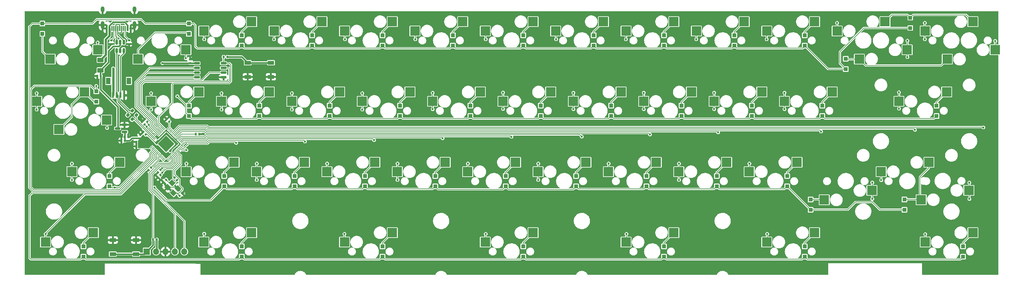
<source format=gbr>
%TF.GenerationSoftware,KiCad,Pcbnew,(6.0.11)*%
%TF.CreationDate,2023-04-01T00:21:12+02:00*%
%TF.ProjectId,kira,6b697261-2e6b-4696-9361-645f70636258,rev?*%
%TF.SameCoordinates,Original*%
%TF.FileFunction,Copper,L2,Bot*%
%TF.FilePolarity,Positive*%
%FSLAX46Y46*%
G04 Gerber Fmt 4.6, Leading zero omitted, Abs format (unit mm)*
G04 Created by KiCad (PCBNEW (6.0.11)) date 2023-04-01 00:21:12*
%MOMM*%
%LPD*%
G01*
G04 APERTURE LIST*
G04 Aperture macros list*
%AMRoundRect*
0 Rectangle with rounded corners*
0 $1 Rounding radius*
0 $2 $3 $4 $5 $6 $7 $8 $9 X,Y pos of 4 corners*
0 Add a 4 corners polygon primitive as box body*
4,1,4,$2,$3,$4,$5,$6,$7,$8,$9,$2,$3,0*
0 Add four circle primitives for the rounded corners*
1,1,$1+$1,$2,$3*
1,1,$1+$1,$4,$5*
1,1,$1+$1,$6,$7*
1,1,$1+$1,$8,$9*
0 Add four rect primitives between the rounded corners*
20,1,$1+$1,$2,$3,$4,$5,0*
20,1,$1+$1,$4,$5,$6,$7,0*
20,1,$1+$1,$6,$7,$8,$9,0*
20,1,$1+$1,$8,$9,$2,$3,0*%
%AMRotRect*
0 Rectangle, with rotation*
0 The origin of the aperture is its center*
0 $1 length*
0 $2 width*
0 $3 Rotation angle, in degrees counterclockwise*
0 Add horizontal line*
21,1,$1,$2,0,0,$3*%
G04 Aperture macros list end*
%TA.AperFunction,SMDPad,CuDef*%
%ADD10R,2.550000X2.500000*%
%TD*%
%TA.AperFunction,SMDPad,CuDef*%
%ADD11R,1.700000X1.000000*%
%TD*%
%TA.AperFunction,SMDPad,CuDef*%
%ADD12R,1.100000X1.100000*%
%TD*%
%TA.AperFunction,SMDPad,CuDef*%
%ADD13RoundRect,0.140000X-0.140000X-0.170000X0.140000X-0.170000X0.140000X0.170000X-0.140000X0.170000X0*%
%TD*%
%TA.AperFunction,SMDPad,CuDef*%
%ADD14RoundRect,0.140000X0.021213X-0.219203X0.219203X-0.021213X-0.021213X0.219203X-0.219203X0.021213X0*%
%TD*%
%TA.AperFunction,SMDPad,CuDef*%
%ADD15R,1.200000X1.800000*%
%TD*%
%TA.AperFunction,SMDPad,CuDef*%
%ADD16R,0.600000X1.550000*%
%TD*%
%TA.AperFunction,SMDPad,CuDef*%
%ADD17RoundRect,0.200000X-0.335876X-0.053033X-0.053033X-0.335876X0.335876X0.053033X0.053033X0.335876X0*%
%TD*%
%TA.AperFunction,SMDPad,CuDef*%
%ADD18RoundRect,0.135000X0.135000X0.185000X-0.135000X0.185000X-0.135000X-0.185000X0.135000X-0.185000X0*%
%TD*%
%TA.AperFunction,SMDPad,CuDef*%
%ADD19RoundRect,0.150000X0.587500X0.150000X-0.587500X0.150000X-0.587500X-0.150000X0.587500X-0.150000X0*%
%TD*%
%TA.AperFunction,SMDPad,CuDef*%
%ADD20RoundRect,0.150000X0.650000X0.150000X-0.650000X0.150000X-0.650000X-0.150000X0.650000X-0.150000X0*%
%TD*%
%TA.AperFunction,SMDPad,CuDef*%
%ADD21RoundRect,0.140000X0.140000X0.170000X-0.140000X0.170000X-0.140000X-0.170000X0.140000X-0.170000X0*%
%TD*%
%TA.AperFunction,SMDPad,CuDef*%
%ADD22RoundRect,0.140000X0.219203X0.021213X0.021213X0.219203X-0.219203X-0.021213X-0.021213X-0.219203X0*%
%TD*%
%TA.AperFunction,SMDPad,CuDef*%
%ADD23RoundRect,0.140000X-0.021213X0.219203X-0.219203X0.021213X0.021213X-0.219203X0.219203X-0.021213X0*%
%TD*%
%TA.AperFunction,SMDPad,CuDef*%
%ADD24R,0.600000X1.450000*%
%TD*%
%TA.AperFunction,SMDPad,CuDef*%
%ADD25R,0.300000X1.450000*%
%TD*%
%TA.AperFunction,ComponentPad*%
%ADD26O,1.000000X2.100000*%
%TD*%
%TA.AperFunction,ComponentPad*%
%ADD27O,1.000000X1.600000*%
%TD*%
%TA.AperFunction,SMDPad,CuDef*%
%ADD28RoundRect,0.135000X-0.185000X0.135000X-0.185000X-0.135000X0.185000X-0.135000X0.185000X0.135000X0*%
%TD*%
%TA.AperFunction,SMDPad,CuDef*%
%ADD29RoundRect,0.050000X0.238649X0.309359X-0.309359X-0.238649X-0.238649X-0.309359X0.309359X0.238649X0*%
%TD*%
%TA.AperFunction,SMDPad,CuDef*%
%ADD30RoundRect,0.050000X-0.238649X0.309359X-0.309359X0.238649X0.238649X-0.309359X0.309359X-0.238649X0*%
%TD*%
%TA.AperFunction,ComponentPad*%
%ADD31C,0.600000*%
%TD*%
%TA.AperFunction,SMDPad,CuDef*%
%ADD32RoundRect,0.144000X0.000000X2.059095X-2.059095X0.000000X0.000000X-2.059095X2.059095X0.000000X0*%
%TD*%
%TA.AperFunction,ComponentPad*%
%ADD33R,1.700000X1.700000*%
%TD*%
%TA.AperFunction,ComponentPad*%
%ADD34O,1.700000X1.700000*%
%TD*%
%TA.AperFunction,SMDPad,CuDef*%
%ADD35RoundRect,0.140000X0.170000X-0.140000X0.170000X0.140000X-0.170000X0.140000X-0.170000X-0.140000X0*%
%TD*%
%TA.AperFunction,SMDPad,CuDef*%
%ADD36RoundRect,0.135000X0.226274X0.035355X0.035355X0.226274X-0.226274X-0.035355X-0.035355X-0.226274X0*%
%TD*%
%TA.AperFunction,SMDPad,CuDef*%
%ADD37RoundRect,0.250000X-0.625000X0.375000X-0.625000X-0.375000X0.625000X-0.375000X0.625000X0.375000X0*%
%TD*%
%TA.AperFunction,SMDPad,CuDef*%
%ADD38RotRect,1.400000X1.200000X315.000000*%
%TD*%
%TA.AperFunction,SMDPad,CuDef*%
%ADD39RoundRect,0.150000X0.150000X-0.512500X0.150000X0.512500X-0.150000X0.512500X-0.150000X-0.512500X0*%
%TD*%
%TA.AperFunction,ViaPad*%
%ADD40C,0.600000*%
%TD*%
%TA.AperFunction,Conductor*%
%ADD41C,0.200000*%
%TD*%
%TA.AperFunction,Conductor*%
%ADD42C,0.381000*%
%TD*%
%TA.AperFunction,Conductor*%
%ADD43C,0.600000*%
%TD*%
%TA.AperFunction,Conductor*%
%ADD44C,0.254000*%
%TD*%
G04 APERTURE END LIST*
D10*
%TO.P,SW23,1,1*%
%TO.N,Col9*%
X204052500Y-62547500D03*
%TO.P,SW23,2,2*%
%TO.N,Net-(D35-Pad2)*%
X216979500Y-60007500D03*
%TD*%
%TO.P,SW42,1,1*%
%TO.N,Col10*%
X218340000Y-100647500D03*
%TO.P,SW42,2,2*%
%TO.N,Net-(D40-Pad2)*%
X231267000Y-98107500D03*
%TD*%
%TO.P,SW43,1,1*%
%TO.N,Col12*%
X261202500Y-100647500D03*
%TO.P,SW43,2,2*%
%TO.N,Net-(D45-Pad2)*%
X274129500Y-98107500D03*
%TD*%
%TO.P,SW13(1.5)1,1,1*%
%TO.N,Col12*%
X261202500Y-43497500D03*
%TO.P,SW13(1.5)1,2,2*%
%TO.N,Net-(D44-Pad2)*%
X274129500Y-40957500D03*
%TD*%
%TO.P,SW37(1.75)1,1,1*%
%TO.N,Col11*%
X273038152Y-86629151D03*
%TO.P,SW37(1.75)1,2,2*%
%TO.N,Net-(D43-Pad2)*%
X260111152Y-89169151D03*
%TD*%
%TO.P,SW25,1,1*%
%TO.N,Col11*%
X254090500Y-62540550D03*
%TO.P,SW25,2,2*%
%TO.N,Net-(D42-Pad2)*%
X267017500Y-60000550D03*
%TD*%
%TO.P,SW21,1,1*%
%TO.N,Col7*%
X165952500Y-62547500D03*
%TO.P,SW21,2,2*%
%TO.N,Net-(D28-Pad2)*%
X178879500Y-60007500D03*
%TD*%
%TO.P,SW15,1,1*%
%TO.N,Col1*%
X51652500Y-62547500D03*
%TO.P,SW15,2,2*%
%TO.N,Net-(D7-Pad2)*%
X64579500Y-60007500D03*
%TD*%
%TO.P,SW7,1,1*%
%TO.N,Col6*%
X142140000Y-43497500D03*
%TO.P,SW7,2,2*%
%TO.N,Net-(D23-Pad2)*%
X155067000Y-40957500D03*
%TD*%
%TO.P,SW34,1,1*%
%TO.N,Col8*%
X194527500Y-81597500D03*
%TO.P,SW34,2,2*%
%TO.N,Net-(D32-Pad2)*%
X207454500Y-79057500D03*
%TD*%
%TO.P,SW9,1,1*%
%TO.N,Col8*%
X180240000Y-43497500D03*
%TO.P,SW9,2,2*%
%TO.N,Net-(D30-Pad2)*%
X193167000Y-40957500D03*
%TD*%
%TO.P,SW30,1,1*%
%TO.N,Col4*%
X118327500Y-81597500D03*
%TO.P,SW30,2,2*%
%TO.N,Net-(D18-Pad2)*%
X131254500Y-79057500D03*
%TD*%
%TO.P,SW19,1,1*%
%TO.N,Col5*%
X127852500Y-62547500D03*
%TO.P,SW19,2,2*%
%TO.N,Net-(D21-Pad2)*%
X140779500Y-60007500D03*
%TD*%
%TO.P,SW14(1.25)1,1,1*%
%TO.N,Col0*%
X20708860Y-62548197D03*
%TO.P,SW14(1.25)1,2,2*%
%TO.N,Net-(D3-Pad2)*%
X33635860Y-60008197D03*
%TD*%
%TO.P,SW44,1,1*%
%TO.N,Col4*%
X104040000Y-100647500D03*
%TO.P,SW44,2,2*%
%TO.N,Net-(D19-Pad2)*%
X116967000Y-98107500D03*
%TD*%
%TO.P,SW45,1,1*%
%TO.N,Col8*%
X180240000Y-100647500D03*
%TO.P,SW45,2,2*%
%TO.N,Net-(D33-Pad2)*%
X193167000Y-98107500D03*
%TD*%
%TO.P,SW33,1,1*%
%TO.N,Col7*%
X175477500Y-81597500D03*
%TO.P,SW33,2,2*%
%TO.N,Net-(D29-Pad2)*%
X188404500Y-79057500D03*
%TD*%
%TO.P,SW32,1,1*%
%TO.N,Col6*%
X156427500Y-81597500D03*
%TO.P,SW32,2,2*%
%TO.N,Net-(D25-Pad2)*%
X169354500Y-79057500D03*
%TD*%
%TO.P,SW36,1,1*%
%TO.N,Col10*%
X246797500Y-86677500D03*
%TO.P,SW36,2,2*%
%TO.N,Net-(D39-Pad2)*%
X233870500Y-89217500D03*
%TD*%
%TO.P,SW4,1,1*%
%TO.N,Col3*%
X84990000Y-43497500D03*
%TO.P,SW4,2,2*%
%TO.N,Net-(D13-Pad2)*%
X97917000Y-40957500D03*
%TD*%
%TO.P,SW5,1,1*%
%TO.N,Col4*%
X104040000Y-43497500D03*
%TO.P,SW5,2,2*%
%TO.N,Net-(D16-Pad2)*%
X116967000Y-40957500D03*
%TD*%
%TO.P,SW16,1,1*%
%TO.N,Col2*%
X70702500Y-62547500D03*
%TO.P,SW16,2,2*%
%TO.N,Net-(D10-Pad2)*%
X83629500Y-60007500D03*
%TD*%
%TO.P,SW37(2.75)1,1,1*%
%TO.N,Col11*%
X249296100Y-81589624D03*
%TO.P,SW37(2.75)1,2,2*%
%TO.N,Net-(D43-Pad2)*%
X262223100Y-79049624D03*
%TD*%
%TO.P,SW17,1,1*%
%TO.N,Col3*%
X89752500Y-62547500D03*
%TO.P,SW17,2,2*%
%TO.N,Net-(D14-Pad2)*%
X102679500Y-60007500D03*
%TD*%
%TO.P,SW18,1,1*%
%TO.N,Col4*%
X108802500Y-62547500D03*
%TO.P,SW18,2,2*%
%TO.N,Net-(D17-Pad2)*%
X121729500Y-60007500D03*
%TD*%
%TO.P,SW35,1,1*%
%TO.N,Col9*%
X213577500Y-81597500D03*
%TO.P,SW35,2,2*%
%TO.N,Net-(D36-Pad2)*%
X226504500Y-79057500D03*
%TD*%
%TO.P,SW39,1,1*%
%TO.N,Col0*%
X23083281Y-100642316D03*
%TO.P,SW39,2,2*%
%TO.N,Net-(D5-Pad2)*%
X36010281Y-98102316D03*
%TD*%
%TO.P,SW40,1,1*%
%TO.N,Col2*%
X65940000Y-100647500D03*
%TO.P,SW40,2,2*%
%TO.N,Net-(D12-Pad2)*%
X78867000Y-98107500D03*
%TD*%
%TO.P,SW31,1,1*%
%TO.N,Col5*%
X137377500Y-81597500D03*
%TO.P,SW31,2,2*%
%TO.N,Net-(D22-Pad2)*%
X150304500Y-79057500D03*
%TD*%
%TO.P,SW8,1,1*%
%TO.N,Col7*%
X161190000Y-43497500D03*
%TO.P,SW8,2,2*%
%TO.N,Net-(D27-Pad2)*%
X174117000Y-40957500D03*
%TD*%
%TO.P,SW12,1,1*%
%TO.N,Col11*%
X280135000Y-48577500D03*
%TO.P,SW12,2,2*%
%TO.N,Net-(D41-Pad2)*%
X267208000Y-51117500D03*
%TD*%
%TO.P,SW41,1,1*%
%TO.N,Col6*%
X142140000Y-100647500D03*
%TO.P,SW41,2,2*%
%TO.N,Net-(D26-Pad2)*%
X155067000Y-98107500D03*
%TD*%
%TO.P,SW11,1,1*%
%TO.N,Col10*%
X218340000Y-43497500D03*
%TO.P,SW11,2,2*%
%TO.N,Net-(D37-Pad2)*%
X231267000Y-40957500D03*
%TD*%
%TO.P,SW28,1,1*%
%TO.N,Col2*%
X80227500Y-81597500D03*
%TO.P,SW28,2,2*%
%TO.N,Net-(D11-Pad2)*%
X93154500Y-79057500D03*
%TD*%
%TO.P,SW3,1,1*%
%TO.N,Col2*%
X65940000Y-43497500D03*
%TO.P,SW3,2,2*%
%TO.N,Net-(D9-Pad2)*%
X78867000Y-40957500D03*
%TD*%
%TO.P,SW1,1,1*%
%TO.N,Col0*%
X37247500Y-48577500D03*
%TO.P,SW1,2,2*%
%TO.N,Net-(D2-Pad2)*%
X24320500Y-51117500D03*
%TD*%
%TO.P,SW10,1,1*%
%TO.N,Col9*%
X199290000Y-43497500D03*
%TO.P,SW10,2,2*%
%TO.N,Net-(D34-Pad2)*%
X212217000Y-40957500D03*
%TD*%
%TO.P,SW13,1,1*%
%TO.N,Col12*%
X237390000Y-43497500D03*
%TO.P,SW13,2,2*%
%TO.N,Net-(D44-Pad2)*%
X250317000Y-40957500D03*
%TD*%
%TO.P,SW27,1,1*%
%TO.N,Col1*%
X61177500Y-81597500D03*
%TO.P,SW27,2,2*%
%TO.N,Net-(D8-Pad2)*%
X74104500Y-79057500D03*
%TD*%
%TO.P,SW22,1,1*%
%TO.N,Col8*%
X185002500Y-62547500D03*
%TO.P,SW22,2,2*%
%TO.N,Net-(D31-Pad2)*%
X197929500Y-60007500D03*
%TD*%
%TO.P,SW6,1,1*%
%TO.N,Col5*%
X123090000Y-43497500D03*
%TO.P,SW6,2,2*%
%TO.N,Net-(D20-Pad2)*%
X136017000Y-40957500D03*
%TD*%
%TO.P,SW24,1,1*%
%TO.N,Col10*%
X223102500Y-62547500D03*
%TO.P,SW24,2,2*%
%TO.N,Net-(D38-Pad2)*%
X236029500Y-60007500D03*
%TD*%
%TO.P,SW29,1,1*%
%TO.N,Col3*%
X99277500Y-81597500D03*
%TO.P,SW29,2,2*%
%TO.N,Net-(D15-Pad2)*%
X112204500Y-79057500D03*
%TD*%
%TO.P,SW20,1,1*%
%TO.N,Col6*%
X146902500Y-62547500D03*
%TO.P,SW20,2,2*%
%TO.N,Net-(D24-Pad2)*%
X159829500Y-60007500D03*
%TD*%
%TO.P,SW14,1,1*%
%TO.N,Col0*%
X39623117Y-67606067D03*
%TO.P,SW14,2,2*%
%TO.N,Net-(D3-Pad2)*%
X26696117Y-70146067D03*
%TD*%
%TO.P,SW2,1,1*%
%TO.N,Col1*%
X61060000Y-48577500D03*
%TO.P,SW2,2,2*%
%TO.N,Net-(D6-Pad2)*%
X48133000Y-51117500D03*
%TD*%
%TO.P,SW12(1.5)1,1,1*%
%TO.N,Col11*%
X256322500Y-48577500D03*
%TO.P,SW12(1.5)1,2,2*%
%TO.N,Net-(D41-Pad2)*%
X243395500Y-51117500D03*
%TD*%
%TO.P,SW26,1,1*%
%TO.N,Col0*%
X30235255Y-81565102D03*
%TO.P,SW26,2,2*%
%TO.N,Net-(D4-Pad2)*%
X43162255Y-79025102D03*
%TD*%
D11*
%TO.P,SW47,1,1*%
%TO.N,RESET*%
X47600000Y-103881000D03*
X41300000Y-103881000D03*
%TO.P,SW47,2,2*%
%TO.N,GND*%
X47600000Y-100081000D03*
X41300000Y-100081000D03*
%TD*%
D12*
%TO.P,D12,1,K*%
%TO.N,Row3*%
X76200000Y-104587500D03*
%TO.P,D12,2,A*%
%TO.N,Net-(D12-Pad2)*%
X76200000Y-101787500D03*
%TD*%
%TO.P,D43,1,K*%
%TO.N,Row2*%
X255587500Y-91887500D03*
%TO.P,D43,2,A*%
%TO.N,Net-(D43-Pad2)*%
X255587500Y-89087500D03*
%TD*%
%TO.P,D29,1,K*%
%TO.N,Row2*%
X185737500Y-85537500D03*
%TO.P,D29,2,A*%
%TO.N,Net-(D29-Pad2)*%
X185737500Y-82737500D03*
%TD*%
%TO.P,D34,1,K*%
%TO.N,Row0*%
X209550000Y-47437500D03*
%TO.P,D34,2,A*%
%TO.N,Net-(D34-Pad2)*%
X209550000Y-44637500D03*
%TD*%
%TO.P,D28,1,K*%
%TO.N,Row1*%
X176212500Y-66487500D03*
%TO.P,D28,2,A*%
%TO.N,Net-(D28-Pad2)*%
X176212500Y-63687500D03*
%TD*%
%TO.P,D44,1,K*%
%TO.N,Row0*%
X257175000Y-42675000D03*
%TO.P,D44,2,A*%
%TO.N,Net-(D44-Pad2)*%
X257175000Y-39875000D03*
%TD*%
%TO.P,D21,1,K*%
%TO.N,Row1*%
X138112500Y-66487500D03*
%TO.P,D21,2,A*%
%TO.N,Net-(D21-Pad2)*%
X138112500Y-63687500D03*
%TD*%
D13*
%TO.P,C7,1*%
%TO.N,+3V3*%
X44478000Y-72136000D03*
%TO.P,C7,2*%
%TO.N,GND*%
X45438000Y-72136000D03*
%TD*%
D12*
%TO.P,D5,1,K*%
%TO.N,Row3*%
X33337500Y-104587500D03*
%TO.P,D5,2,A*%
%TO.N,Net-(D5-Pad2)*%
X33337500Y-101787500D03*
%TD*%
%TO.P,D30,1,K*%
%TO.N,Row0*%
X190500000Y-47437500D03*
%TO.P,D30,2,A*%
%TO.N,Net-(D30-Pad2)*%
X190500000Y-44637500D03*
%TD*%
D14*
%TO.P,C5,1*%
%TO.N,GND*%
X55032589Y-84413411D03*
%TO.P,C5,2*%
%TO.N,Net-(C5-Pad2)*%
X55711411Y-83734589D03*
%TD*%
D12*
%TO.P,D42,1,K*%
%TO.N,Row1*%
X264287000Y-66487500D03*
%TO.P,D42,2,A*%
%TO.N,Net-(D42-Pad2)*%
X264287000Y-63687500D03*
%TD*%
%TO.P,D14,1,K*%
%TO.N,Row1*%
X100012500Y-66487500D03*
%TO.P,D14,2,A*%
%TO.N,Net-(D14-Pad2)*%
X100012500Y-63687500D03*
%TD*%
D15*
%TO.P,J3,*%
%TO.N,*%
X45662500Y-56987500D03*
X40062500Y-56987500D03*
D16*
%TO.P,J3,1,Pin_1*%
%TO.N,VBUS*%
X41362500Y-60862500D03*
%TO.P,J3,2,Pin_2*%
%TO.N,D_N*%
X42362500Y-60862500D03*
%TO.P,J3,3,Pin_3*%
%TO.N,D_P*%
X43362500Y-60862500D03*
%TO.P,J3,4,Pin_4*%
%TO.N,GND*%
X44362500Y-60862500D03*
%TD*%
D17*
%TO.P,R2,1*%
%TO.N,D_N*%
X45390637Y-66218637D03*
%TO.P,R2,2*%
%TO.N,/D_-*%
X46557363Y-67385363D03*
%TD*%
D12*
%TO.P,D11,1,K*%
%TO.N,Row2*%
X90487500Y-85537500D03*
%TO.P,D11,2,A*%
%TO.N,Net-(D11-Pad2)*%
X90487500Y-82737500D03*
%TD*%
D18*
%TO.P,R3,1*%
%TO.N,+3V3*%
X53215000Y-99949000D03*
%TO.P,R3,2*%
%TO.N,RESET*%
X52195000Y-99949000D03*
%TD*%
D12*
%TO.P,D39,1,K*%
%TO.N,Row2*%
X230187500Y-91887500D03*
%TO.P,D39,2,A*%
%TO.N,Net-(D39-Pad2)*%
X230187500Y-89087500D03*
%TD*%
%TO.P,D31,1,K*%
%TO.N,Row1*%
X195262500Y-66487500D03*
%TO.P,D31,2,A*%
%TO.N,Net-(D31-Pad2)*%
X195262500Y-63687500D03*
%TD*%
D19*
%TO.P,U2,1,GND*%
%TO.N,GND*%
X44498500Y-68900000D03*
%TO.P,U2,2,VO*%
%TO.N,+3V3*%
X44498500Y-70800000D03*
%TO.P,U2,3,VI*%
%TO.N,+5V*%
X42623500Y-69850000D03*
%TD*%
D20*
%TO.P,U3,1,~{CS}*%
%TO.N,CS*%
X71267225Y-52196320D03*
%TO.P,U3,2,DO(IO1)*%
%TO.N,SD1*%
X71267225Y-53466320D03*
%TO.P,U3,3,IO2*%
%TO.N,SD2*%
X71267225Y-54736320D03*
%TO.P,U3,4,GND*%
%TO.N,GND*%
X71267225Y-56006320D03*
%TO.P,U3,5,DI(IO0)*%
%TO.N,SD0*%
X64067225Y-56006320D03*
%TO.P,U3,6,CLK*%
%TO.N,QSPI_CLK*%
X64067225Y-54736320D03*
%TO.P,U3,7,IO3*%
%TO.N,SD3*%
X64067225Y-53466320D03*
%TO.P,U3,8,VCC*%
%TO.N,+3V3*%
X64067225Y-52196320D03*
%TD*%
D21*
%TO.P,C16,1*%
%TO.N,+3V3*%
X48613000Y-73533000D03*
%TO.P,C16,2*%
%TO.N,GND*%
X47653000Y-73533000D03*
%TD*%
D22*
%TO.P,C15,1*%
%TO.N,+3V3*%
X49902992Y-68745464D03*
%TO.P,C15,2*%
%TO.N,GND*%
X49224170Y-68066642D03*
%TD*%
D23*
%TO.P,C11,1*%
%TO.N,+3V3*%
X54187411Y-82464589D03*
%TO.P,C11,2*%
%TO.N,GND*%
X53508589Y-83143411D03*
%TD*%
D12*
%TO.P,D23,1,K*%
%TO.N,Row0*%
X152400000Y-47437500D03*
%TO.P,D23,2,A*%
%TO.N,Net-(D23-Pad2)*%
X152400000Y-44637500D03*
%TD*%
D24*
%TO.P,J1,A1,GND*%
%TO.N,GND*%
X39612499Y-42764539D03*
%TO.P,J1,A4,VBUS*%
%TO.N,VBUS*%
X40412499Y-42764539D03*
D25*
%TO.P,J1,A5,CC1*%
%TO.N,/CC1*%
X41612499Y-42764539D03*
%TO.P,J1,A6,D+*%
%TO.N,D_USB_P*%
X42612499Y-42764539D03*
%TO.P,J1,A7,D-*%
%TO.N,D_USB_N*%
X43112499Y-42764539D03*
%TO.P,J1,A8,SBU1*%
%TO.N,unconnected-(J1-PadA8)*%
X44112499Y-42764539D03*
D24*
%TO.P,J1,A9,VBUS*%
%TO.N,VBUS*%
X45312499Y-42764539D03*
%TO.P,J1,A12,GND*%
%TO.N,GND*%
X46112499Y-42764539D03*
%TO.P,J1,B1,GND*%
X46112499Y-42764539D03*
%TO.P,J1,B4,VBUS*%
%TO.N,VBUS*%
X45312499Y-42764539D03*
D25*
%TO.P,J1,B5,CC2*%
%TO.N,/CC2*%
X44612499Y-42764539D03*
%TO.P,J1,B6,D+*%
%TO.N,D_USB_P*%
X43612499Y-42764539D03*
%TO.P,J1,B7,D-*%
%TO.N,D_USB_N*%
X42112499Y-42764539D03*
%TO.P,J1,B8,SBU2*%
%TO.N,unconnected-(J1-PadB8)*%
X41112499Y-42764539D03*
D24*
%TO.P,J1,B9,VBUS*%
%TO.N,VBUS*%
X40412499Y-42764539D03*
%TO.P,J1,B12,GND*%
%TO.N,GND*%
X39612499Y-42764539D03*
D26*
%TO.P,J1,S1,SHIELD*%
X47182499Y-41849539D03*
D27*
X47182499Y-37669539D03*
X38542499Y-37669539D03*
D26*
X38542499Y-41849539D03*
%TD*%
D21*
%TO.P,C8,1*%
%TO.N,+3V3*%
X44549000Y-73152000D03*
%TO.P,C8,2*%
%TO.N,GND*%
X43589000Y-73152000D03*
%TD*%
D13*
%TO.P,C14,1*%
%TO.N,+3V3*%
X63726084Y-71374000D03*
%TO.P,C14,2*%
%TO.N,GND*%
X64686084Y-71374000D03*
%TD*%
D28*
%TO.P,R5,1*%
%TO.N,/CC2*%
X45720000Y-45972000D03*
%TO.P,R5,2*%
%TO.N,GND*%
X45720000Y-46992000D03*
%TD*%
D22*
%TO.P,C17,1*%
%TO.N,+3V3*%
X56600411Y-68030411D03*
%TO.P,C17,2*%
%TO.N,GND*%
X55921589Y-67351589D03*
%TD*%
D12*
%TO.P,D24,1,K*%
%TO.N,Row1*%
X157162500Y-66487500D03*
%TO.P,D24,2,A*%
%TO.N,Net-(D24-Pad2)*%
X157162500Y-63687500D03*
%TD*%
D22*
%TO.P,C1,1*%
%TO.N,+1V1*%
X50197263Y-71520150D03*
%TO.P,C1,2*%
%TO.N,GND*%
X49518441Y-70841328D03*
%TD*%
%TO.P,C2,1*%
%TO.N,+1V1*%
X50631411Y-68030411D03*
%TO.P,C2,2*%
%TO.N,GND*%
X49952589Y-67351589D03*
%TD*%
D12*
%TO.P,D20,1,K*%
%TO.N,Row0*%
X133350000Y-47437500D03*
%TO.P,D20,2,A*%
%TO.N,Net-(D20-Pad2)*%
X133350000Y-44637500D03*
%TD*%
%TO.P,D45,1,K*%
%TO.N,Row3*%
X271462500Y-104587500D03*
%TO.P,D45,2,A*%
%TO.N,Net-(D45-Pad2)*%
X271462500Y-101787500D03*
%TD*%
%TO.P,D40,1,K*%
%TO.N,Row3*%
X228600000Y-104587500D03*
%TO.P,D40,2,A*%
%TO.N,Net-(D40-Pad2)*%
X228600000Y-101787500D03*
%TD*%
%TO.P,D27,1,K*%
%TO.N,Row0*%
X171450000Y-47437500D03*
%TO.P,D27,2,A*%
%TO.N,Net-(D27-Pad2)*%
X171450000Y-44637500D03*
%TD*%
D29*
%TO.P,U1,1,IOVDD*%
%TO.N,+3V3*%
X56351349Y-69804890D03*
%TO.P,U1,2,GPIO0*%
%TO.N,unconnected-(U1-Pad2)*%
X56634192Y-70087733D03*
%TO.P,U1,3,GPIO1*%
%TO.N,unconnected-(U1-Pad3)*%
X56917034Y-70370575D03*
%TO.P,U1,4,GPIO2*%
%TO.N,unconnected-(U1-Pad4)*%
X57199877Y-70653418D03*
%TO.P,U1,5,GPIO3*%
%TO.N,Col12*%
X57482720Y-70936261D03*
%TO.P,U1,6,GPIO4*%
%TO.N,Col11*%
X57765562Y-71219103D03*
%TO.P,U1,7,GPIO5*%
%TO.N,Col10*%
X58048405Y-71501946D03*
%TO.P,U1,8,GPIO6*%
%TO.N,Col9*%
X58331248Y-71784789D03*
%TO.P,U1,9,GPIO7*%
%TO.N,Col8*%
X58614091Y-72067632D03*
%TO.P,U1,10,IOVDD*%
%TO.N,+3V3*%
X58896933Y-72350474D03*
%TO.P,U1,11,GPIO8*%
%TO.N,Col7*%
X59179776Y-72633317D03*
%TO.P,U1,12,GPIO9*%
%TO.N,Col6*%
X59462619Y-72916160D03*
%TO.P,U1,13,GPIO10*%
%TO.N,Col5*%
X59745461Y-73199002D03*
%TO.P,U1,14,GPIO11*%
%TO.N,Col4*%
X60028304Y-73481845D03*
D30*
%TO.P,U1,15,GPIO12*%
%TO.N,Col3*%
X60028304Y-74666249D03*
%TO.P,U1,16,GPIO13*%
%TO.N,Col2*%
X59745461Y-74949092D03*
%TO.P,U1,17,GPIO14*%
%TO.N,Col1*%
X59462619Y-75231934D03*
%TO.P,U1,18,GPIO15*%
%TO.N,unconnected-(U1-Pad18)*%
X59179776Y-75514777D03*
%TO.P,U1,19,TESTEN*%
%TO.N,GND*%
X58896933Y-75797620D03*
%TO.P,U1,20,XTAL_IN*%
%TO.N,XTAL_IN*%
X58614091Y-76080462D03*
%TO.P,U1,21,XTAL_OUT*%
%TO.N,XTAL_OUT*%
X58331248Y-76363305D03*
%TO.P,U1,22,IOVDD*%
%TO.N,+3V3*%
X58048405Y-76646148D03*
%TO.P,U1,23,DVDD*%
%TO.N,+1V1*%
X57765562Y-76928991D03*
%TO.P,U1,24,SWCLK*%
%TO.N,SWCLK*%
X57482720Y-77211833D03*
%TO.P,U1,25,SWDIO*%
%TO.N,SWD*%
X57199877Y-77494676D03*
%TO.P,U1,26,~{RUN}*%
%TO.N,RESET*%
X56917034Y-77777519D03*
%TO.P,U1,27,GPIO16*%
%TO.N,unconnected-(U1-Pad27)*%
X56634192Y-78060361D03*
%TO.P,U1,28,GPIO17*%
%TO.N,unconnected-(U1-Pad28)*%
X56351349Y-78343204D03*
D29*
%TO.P,U1,29,GPIO18*%
%TO.N,unconnected-(U1-Pad29)*%
X55166945Y-78343204D03*
%TO.P,U1,30,GPIO19*%
%TO.N,unconnected-(U1-Pad30)*%
X54884102Y-78060361D03*
%TO.P,U1,31,GPIO20*%
%TO.N,unconnected-(U1-Pad31)*%
X54601260Y-77777519D03*
%TO.P,U1,32,GPIO21*%
%TO.N,unconnected-(U1-Pad32)*%
X54318417Y-77494676D03*
%TO.P,U1,33,IOVDD*%
%TO.N,+3V3*%
X54035574Y-77211833D03*
%TO.P,U1,34,GPIO22*%
%TO.N,unconnected-(U1-Pad34)*%
X53752732Y-76928991D03*
%TO.P,U1,35,GPIO23*%
%TO.N,Col0*%
X53469889Y-76646148D03*
%TO.P,U1,36,GPIO24*%
%TO.N,Row3*%
X53187046Y-76363305D03*
%TO.P,U1,37,GPIO25*%
%TO.N,Row0*%
X52904203Y-76080462D03*
%TO.P,U1,38,GPIO26/ADC0*%
%TO.N,Row1*%
X52621361Y-75797620D03*
%TO.P,U1,39,GPIO27/ADC1*%
%TO.N,Row2*%
X52338518Y-75514777D03*
%TO.P,U1,40,GPIO28/ADC2*%
%TO.N,unconnected-(U1-Pad40)*%
X52055675Y-75231934D03*
%TO.P,U1,41,GPIO29/ADC3*%
%TO.N,unconnected-(U1-Pad41)*%
X51772833Y-74949092D03*
%TO.P,U1,42,IOVDD*%
%TO.N,+3V3*%
X51489990Y-74666249D03*
D30*
%TO.P,U1,43,ADC_AVDD*%
X51489990Y-73481845D03*
%TO.P,U1,44,VREG_VIN*%
X51772833Y-73199002D03*
%TO.P,U1,45,VREG_VOUT*%
%TO.N,+1V1*%
X52055675Y-72916160D03*
%TO.P,U1,46,D-*%
%TO.N,/D_-*%
X52338518Y-72633317D03*
%TO.P,U1,47,D+*%
%TO.N,/D_+*%
X52621361Y-72350474D03*
%TO.P,U1,48,USB_VDD*%
%TO.N,+3V3*%
X52904203Y-72067632D03*
%TO.P,U1,49,IOVDD*%
X53187046Y-71784789D03*
%TO.P,U1,50,DVDD*%
%TO.N,+1V1*%
X53469889Y-71501946D03*
%TO.P,U1,51,QSPI_SD3*%
%TO.N,SD3*%
X53752732Y-71219103D03*
%TO.P,U1,52,QSPI_SCLK*%
%TO.N,QSPI_CLK*%
X54035574Y-70936261D03*
%TO.P,U1,53,QSPI_SD0*%
%TO.N,SD0*%
X54318417Y-70653418D03*
%TO.P,U1,54,QSPI_SD2*%
%TO.N,SD2*%
X54601260Y-70370575D03*
%TO.P,U1,55,QSPI_SD1*%
%TO.N,SD1*%
X54884102Y-70087733D03*
%TO.P,U1,56,QSPI_SS_N*%
%TO.N,CS*%
X55166945Y-69804890D03*
D31*
%TO.P,U1,57,GND*%
%TO.N,GND*%
X54857586Y-74975608D03*
X55759147Y-72270925D03*
X55759147Y-75877169D03*
X53956025Y-74074047D03*
X56660708Y-74975608D03*
X55759147Y-74074047D03*
X56660708Y-73172486D03*
D32*
X55759147Y-74074047D03*
D31*
X54857586Y-73172486D03*
X57562269Y-74074047D03*
%TD*%
D33*
%TO.P,J2,1,Pin_1*%
%TO.N,RESET*%
X50482500Y-103212500D03*
D34*
%TO.P,J2,2,Pin_2*%
%TO.N,+3V3*%
X53022500Y-103212500D03*
%TO.P,J2,3,Pin_3*%
%TO.N,GND*%
X55562500Y-103212500D03*
%TO.P,J2,4,Pin_4*%
%TO.N,SWD*%
X58102500Y-103212500D03*
%TO.P,J2,5,Pin_5*%
%TO.N,SWCLK*%
X60642500Y-103212500D03*
%TD*%
D12*
%TO.P,D33,1,K*%
%TO.N,Row3*%
X190500000Y-104587500D03*
%TO.P,D33,2,A*%
%TO.N,Net-(D33-Pad2)*%
X190500000Y-101787500D03*
%TD*%
%TO.P,D4,1,K*%
%TO.N,Row2*%
X40386000Y-85537500D03*
%TO.P,D4,2,A*%
%TO.N,Net-(D4-Pad2)*%
X40386000Y-82737500D03*
%TD*%
%TO.P,D16,1,K*%
%TO.N,Row0*%
X114300000Y-47437500D03*
%TO.P,D16,2,A*%
%TO.N,Net-(D16-Pad2)*%
X114300000Y-44637500D03*
%TD*%
D35*
%TO.P,C12,1*%
%TO.N,+3V3*%
X62230000Y-52168320D03*
%TO.P,C12,2*%
%TO.N,GND*%
X62230000Y-51208320D03*
%TD*%
D12*
%TO.P,D3,1,K*%
%TO.N,Row1*%
X36830000Y-59814000D03*
%TO.P,D3,2,A*%
%TO.N,Net-(D3-Pad2)*%
X36830000Y-62614000D03*
%TD*%
%TO.P,D8,1,K*%
%TO.N,Row2*%
X71437500Y-85537500D03*
%TO.P,D8,2,A*%
%TO.N,Net-(D8-Pad2)*%
X71437500Y-82737500D03*
%TD*%
D36*
%TO.P,R7,1*%
%TO.N,Net-(C5-Pad2)*%
X58688924Y-83894005D03*
%TO.P,R7,2*%
%TO.N,XTAL_OUT*%
X57967676Y-83172757D03*
%TD*%
D12*
%TO.P,D15,1,K*%
%TO.N,Row2*%
X109537500Y-85537500D03*
%TO.P,D15,2,A*%
%TO.N,Net-(D15-Pad2)*%
X109537500Y-82737500D03*
%TD*%
D23*
%TO.P,C13,1*%
%TO.N,+3V3*%
X51647411Y-80432589D03*
%TO.P,C13,2*%
%TO.N,GND*%
X50968589Y-81111411D03*
%TD*%
D12*
%TO.P,D22,1,K*%
%TO.N,Row2*%
X147637500Y-85537500D03*
%TO.P,D22,2,A*%
%TO.N,Net-(D22-Pad2)*%
X147637500Y-82737500D03*
%TD*%
%TO.P,D10,1,K*%
%TO.N,Row1*%
X80962500Y-66487500D03*
%TO.P,D10,2,A*%
%TO.N,Net-(D10-Pad2)*%
X80962500Y-63687500D03*
%TD*%
%TO.P,D26,1,K*%
%TO.N,Row3*%
X152400000Y-104587500D03*
%TO.P,D26,2,A*%
%TO.N,Net-(D26-Pad2)*%
X152400000Y-101787500D03*
%TD*%
%TO.P,D32,1,K*%
%TO.N,Row2*%
X204787500Y-85537500D03*
%TO.P,D32,2,A*%
%TO.N,Net-(D32-Pad2)*%
X204787500Y-82737500D03*
%TD*%
%TO.P,D37,1,K*%
%TO.N,Row0*%
X228600000Y-47437500D03*
%TO.P,D37,2,A*%
%TO.N,Net-(D37-Pad2)*%
X228600000Y-44637500D03*
%TD*%
D21*
%TO.P,C4,1*%
%TO.N,+5V*%
X38044000Y-55626000D03*
%TO.P,C4,2*%
%TO.N,GND*%
X37084000Y-55626000D03*
%TD*%
D23*
%TO.P,C6,1*%
%TO.N,GND*%
X60029411Y-87417589D03*
%TO.P,C6,2*%
%TO.N,XTAL_IN*%
X59350589Y-88096411D03*
%TD*%
D12*
%TO.P,D19,1,K*%
%TO.N,Row3*%
X114300000Y-104587500D03*
%TO.P,D19,2,A*%
%TO.N,Net-(D19-Pad2)*%
X114300000Y-101787500D03*
%TD*%
D18*
%TO.P,R6,1*%
%TO.N,/USB_BOOT*%
X72317425Y-50494520D03*
%TO.P,R6,2*%
%TO.N,CS*%
X71297425Y-50494520D03*
%TD*%
D12*
%TO.P,D9,1,K*%
%TO.N,Row0*%
X76200000Y-47437500D03*
%TO.P,D9,2,A*%
%TO.N,Net-(D9-Pad2)*%
X76200000Y-44637500D03*
%TD*%
D21*
%TO.P,C10,1*%
%TO.N,+3V3*%
X48613000Y-74676000D03*
%TO.P,C10,2*%
%TO.N,GND*%
X47653000Y-74676000D03*
%TD*%
D12*
%TO.P,D17,1,K*%
%TO.N,Row1*%
X119062500Y-66487500D03*
%TO.P,D17,2,A*%
%TO.N,Net-(D17-Pad2)*%
X119062500Y-63687500D03*
%TD*%
%TO.P,D7,1,K*%
%TO.N,Row1*%
X61912500Y-66487500D03*
%TO.P,D7,2,A*%
%TO.N,Net-(D7-Pad2)*%
X61912500Y-63687500D03*
%TD*%
%TO.P,D2,1,K*%
%TO.N,Row0*%
X22225000Y-41462500D03*
%TO.P,D2,2,A*%
%TO.N,Net-(D2-Pad2)*%
X22225000Y-44262500D03*
%TD*%
D37*
%TO.P,F1,1*%
%TO.N,VBUS*%
X37973000Y-51305000D03*
%TO.P,F1,2*%
%TO.N,+5V*%
X37973000Y-54105000D03*
%TD*%
D23*
%TO.P,C3,1*%
%TO.N,+1V1*%
X54187411Y-81067589D03*
%TO.P,C3,2*%
%TO.N,GND*%
X53508589Y-81746411D03*
%TD*%
D12*
%TO.P,D6,1,K*%
%TO.N,Row0*%
X61912500Y-41462500D03*
%TO.P,D6,2,A*%
%TO.N,Net-(D6-Pad2)*%
X61912500Y-44262500D03*
%TD*%
D17*
%TO.P,R1,1*%
%TO.N,D_P*%
X46533637Y-65075637D03*
%TO.P,R1,2*%
%TO.N,/D_+*%
X47700363Y-66242363D03*
%TD*%
D12*
%TO.P,D25,1,K*%
%TO.N,Row2*%
X166687500Y-85537500D03*
%TO.P,D25,2,A*%
%TO.N,Net-(D25-Pad2)*%
X166687500Y-82737500D03*
%TD*%
D11*
%TO.P,SW46,1,1*%
%TO.N,GND*%
X84112500Y-55875000D03*
X77812500Y-55875000D03*
%TO.P,SW46,2,2*%
%TO.N,/USB_BOOT*%
X84112500Y-52075000D03*
X77812500Y-52075000D03*
%TD*%
D28*
%TO.P,R4,1*%
%TO.N,/CC1*%
X40894000Y-45972000D03*
%TO.P,R4,2*%
%TO.N,GND*%
X40894000Y-46992000D03*
%TD*%
D12*
%TO.P,D36,1,K*%
%TO.N,Row2*%
X223837500Y-85537500D03*
%TO.P,D36,2,A*%
%TO.N,Net-(D36-Pad2)*%
X223837500Y-82737500D03*
%TD*%
D38*
%TO.P,Y1,1,1*%
%TO.N,Net-(C5-Pad2)*%
X57354223Y-84600142D03*
%TO.P,Y1,2,2*%
%TO.N,GND*%
X58909858Y-86155777D03*
%TO.P,Y1,3,3*%
%TO.N,XTAL_IN*%
X57707777Y-87357858D03*
%TO.P,Y1,4,4*%
%TO.N,GND*%
X56152142Y-85802223D03*
%TD*%
D39*
%TO.P,U4,1,I/O1*%
%TO.N,D_P*%
X44257000Y-48762500D03*
%TO.P,U4,2,GND*%
%TO.N,GND*%
X43307000Y-48762500D03*
%TO.P,U4,3,I/O2*%
%TO.N,D_N*%
X42357000Y-48762500D03*
%TO.P,U4,4,I/O2*%
%TO.N,D_USB_N*%
X42357000Y-46487500D03*
%TO.P,U4,5,VBUS*%
%TO.N,+5V*%
X43307000Y-46487500D03*
%TO.P,U4,6,I/O1*%
%TO.N,D_USB_P*%
X44257000Y-46487500D03*
%TD*%
D12*
%TO.P,D18,1,K*%
%TO.N,Row2*%
X128587500Y-85537500D03*
%TO.P,D18,2,A*%
%TO.N,Net-(D18-Pad2)*%
X128587500Y-82737500D03*
%TD*%
%TO.P,D41,1,K*%
%TO.N,Row0*%
X239712500Y-53787500D03*
%TO.P,D41,2,A*%
%TO.N,Net-(D41-Pad2)*%
X239712500Y-50987500D03*
%TD*%
%TO.P,D35,1,K*%
%TO.N,Row1*%
X214312500Y-66487500D03*
%TO.P,D35,2,A*%
%TO.N,Net-(D35-Pad2)*%
X214312500Y-63687500D03*
%TD*%
%TO.P,D38,1,K*%
%TO.N,Row1*%
X233362500Y-66487500D03*
%TO.P,D38,2,A*%
%TO.N,Net-(D38-Pad2)*%
X233362500Y-63687500D03*
%TD*%
D22*
%TO.P,C9,1*%
%TO.N,+3V3*%
X49488411Y-72221411D03*
%TO.P,C9,2*%
%TO.N,GND*%
X48809589Y-71542589D03*
%TD*%
D12*
%TO.P,D13,1,K*%
%TO.N,Row0*%
X95250000Y-47437500D03*
%TO.P,D13,2,A*%
%TO.N,Net-(D13-Pad2)*%
X95250000Y-44637500D03*
%TD*%
D40*
%TO.N,Row1*%
X58775600Y-61163200D03*
X36830714Y-58366824D03*
%TO.N,Row2*%
X41808400Y-85852000D03*
X52561500Y-85852000D03*
%TO.N,Col0*%
X30226000Y-79375000D03*
X39751000Y-69723000D03*
X20701000Y-64770000D03*
X37211000Y-46609000D03*
X23114000Y-98425000D03*
X30226000Y-83820000D03*
X20701000Y-60325000D03*
%TO.N,Col1*%
X61087000Y-50877000D03*
X51689000Y-60325000D03*
X61214000Y-79375000D03*
X61214000Y-75742800D03*
X51689000Y-64770000D03*
%TO.N,Col2*%
X66040000Y-45720000D03*
X70739000Y-64770000D03*
X74676000Y-73787000D03*
X80264000Y-83820000D03*
X80264000Y-79375000D03*
X70739000Y-60325000D03*
X66040000Y-98398000D03*
%TO.N,Col3*%
X93345000Y-73406000D03*
X84963000Y-45720000D03*
X89789000Y-64770000D03*
X89789000Y-60325000D03*
X99314000Y-79375000D03*
%TO.N,Col4*%
X118364000Y-83820000D03*
X108839000Y-64770000D03*
X104013000Y-98425000D03*
X104140000Y-45720000D03*
X108839000Y-60325000D03*
X112014000Y-73025000D03*
X118364000Y-79375000D03*
%TO.N,Col5*%
X127889000Y-60225000D03*
X123190000Y-45720000D03*
X127889000Y-64670000D03*
X137414000Y-79375000D03*
X130556000Y-72519500D03*
%TO.N,Col6*%
X146939000Y-64593000D03*
X146939000Y-60148000D03*
X142240000Y-45720000D03*
X156464000Y-79375000D03*
X142240000Y-98425000D03*
X156464000Y-83820000D03*
X149225000Y-72136000D03*
%TO.N,Col7*%
X161290000Y-45720000D03*
X165989000Y-60198000D03*
X175514000Y-79375000D03*
X168249600Y-72085200D03*
X165989000Y-64643000D03*
%TO.N,Col8*%
X185039000Y-60198000D03*
X185039000Y-64643000D03*
X194564000Y-79375000D03*
X180340000Y-98425000D03*
X180213000Y-45720000D03*
X194564000Y-83820000D03*
X186690000Y-71501000D03*
%TO.N,Col9*%
X199263000Y-45720000D03*
X204089000Y-64643000D03*
X205164547Y-70919500D03*
X204089000Y-60198000D03*
X213614000Y-79375000D03*
%TO.N,Col11*%
X273177000Y-88977000D03*
X256413000Y-46101000D03*
X273177000Y-84532000D03*
X280162000Y-46178000D03*
X254127000Y-60071000D03*
X249301000Y-83897000D03*
X256413000Y-50546000D03*
X254127000Y-64516000D03*
X258445000Y-70231000D03*
%TO.N,GND*%
X38100000Y-44577000D03*
X55582114Y-100641489D03*
X35913000Y-55626000D03*
X42672000Y-73152000D03*
X56515000Y-66802000D03*
X84074939Y-57438539D03*
X45720000Y-48133000D03*
X69723000Y-56007000D03*
X54356000Y-85090000D03*
X46609000Y-73533000D03*
X40169500Y-47752000D03*
X45466000Y-60960000D03*
X52832000Y-82423000D03*
X50329097Y-81698097D03*
X48058451Y-70770398D03*
X39837046Y-100079284D03*
X47752000Y-44577000D03*
X65603084Y-71374000D03*
X64008000Y-50546000D03*
X48768000Y-67056000D03*
%TO.N,Col10*%
X246888000Y-88977000D03*
X223139000Y-64643000D03*
X218440000Y-98425000D03*
X223139000Y-60198000D03*
X233037474Y-70694783D03*
X246888000Y-84532000D03*
X218313000Y-45720000D03*
%TO.N,Col12*%
X261112000Y-41275000D03*
X237363000Y-41275000D03*
X276987000Y-69596000D03*
X261112000Y-45720000D03*
X261239000Y-98502000D03*
%TO.N,+1V1*%
X56883728Y-75919928D03*
X51089500Y-68834000D03*
X53462500Y-73384729D03*
X54653254Y-80647500D03*
%TO.N,+3V3*%
X54737000Y-52197000D03*
X54737000Y-81788000D03*
X50503354Y-69384646D03*
%TO.N,VBUS*%
X41402000Y-53594000D03*
X39370000Y-49908000D03*
%TD*%
D41*
%TO.N,Net-(D2-Pad2)*%
X22225000Y-44262500D02*
X22225000Y-49022000D01*
X22225000Y-49022000D02*
X24320500Y-51117500D01*
%TO.N,Net-(D3-Pad2)*%
X36241663Y-62614000D02*
X36830000Y-62614000D01*
X30226000Y-63344322D02*
X33603497Y-59966825D01*
X33635860Y-60008197D02*
X36241663Y-62614000D01*
X30226000Y-66675000D02*
X30226000Y-63344322D01*
X26733500Y-70167500D02*
X30226000Y-66675000D01*
%TO.N,Net-(D4-Pad2)*%
X43116500Y-79121000D02*
X40386000Y-81851500D01*
X40386000Y-81851500D02*
X40386000Y-82737500D01*
%TO.N,Net-(D5-Pad2)*%
X33337500Y-100774500D02*
X33337500Y-101787500D01*
X36004500Y-98107500D02*
X33337500Y-100774500D01*
%TO.N,Net-(D6-Pad2)*%
X48133000Y-48514000D02*
X52703401Y-43943599D01*
X61912500Y-44262500D02*
X61593599Y-43943599D01*
X48133000Y-48514000D02*
X48133000Y-51117500D01*
X61593599Y-43943599D02*
X52703401Y-43943599D01*
%TO.N,Net-(D7-Pad2)*%
X61912500Y-62674500D02*
X61912500Y-63687500D01*
X64579500Y-60007500D02*
X61912500Y-62674500D01*
%TO.N,Net-(D8-Pad2)*%
X74104500Y-79057500D02*
X71437500Y-81724500D01*
X71437500Y-81724500D02*
X71437500Y-82737500D01*
%TO.N,Net-(D9-Pad2)*%
X78867000Y-40957500D02*
X76200000Y-43624500D01*
X76200000Y-43624500D02*
X76200000Y-44637500D01*
%TO.N,Net-(D10-Pad2)*%
X83629500Y-60007500D02*
X80962500Y-62674500D01*
X80962500Y-62674500D02*
X80962500Y-63687500D01*
%TO.N,Net-(D11-Pad2)*%
X93154500Y-79057500D02*
X90487500Y-81724500D01*
X90487500Y-81724500D02*
X90487500Y-82737500D01*
%TO.N,Net-(D12-Pad2)*%
X76200000Y-100774500D02*
X76200000Y-101787500D01*
X78867000Y-98107500D02*
X76200000Y-100774500D01*
%TO.N,Row1*%
X138808000Y-67183000D02*
X156467000Y-67183000D01*
X214312500Y-66487500D02*
X215008000Y-67183000D01*
X81656401Y-67181401D02*
X99318599Y-67181401D01*
X52621361Y-75797620D02*
X51689200Y-76729780D01*
X195262500Y-66487500D02*
X195958000Y-67183000D01*
X156467000Y-67183000D02*
X157162500Y-66487500D01*
X194568599Y-67181401D02*
X195262500Y-66487500D01*
X157858000Y-67183000D02*
X175517000Y-67183000D01*
X195958000Y-67183000D02*
X213617000Y-67183000D01*
X100706401Y-67181401D02*
X118368599Y-67181401D01*
X176906401Y-67181401D02*
X194568599Y-67181401D01*
X234058000Y-67183000D02*
X263591500Y-67183000D01*
X118368599Y-67181401D02*
X119062500Y-66487500D01*
X36830000Y-59814000D02*
X35382824Y-58366824D01*
X80962500Y-66487500D02*
X81656401Y-67181401D01*
X137418599Y-67181401D02*
X138112500Y-66487500D01*
X100012500Y-66487500D02*
X100706401Y-67181401D01*
X51689200Y-77781486D02*
X42983686Y-86487000D01*
X157162500Y-66487500D02*
X157858000Y-67183000D01*
X19992176Y-58366824D02*
X35382824Y-58366824D01*
X263591500Y-67183000D02*
X264287000Y-66487500D01*
X176212500Y-66487500D02*
X176906401Y-67181401D01*
X99318599Y-67181401D02*
X100012500Y-66487500D01*
X215008000Y-67183000D02*
X232667000Y-67183000D01*
X19101497Y-85776497D02*
X19101497Y-59257503D01*
X51689200Y-76729780D02*
X51689200Y-77781486D01*
X61062500Y-63450100D02*
X61062500Y-65637500D01*
X61062500Y-65637500D02*
X61912500Y-66487500D01*
X61912500Y-66487500D02*
X62606401Y-67181401D01*
X213617000Y-67183000D02*
X214312500Y-66487500D01*
X233362500Y-66487500D02*
X234058000Y-67183000D01*
X19101497Y-59257503D02*
X19992176Y-58366824D01*
X42983686Y-86487000D02*
X19812000Y-86487000D01*
X62606401Y-67181401D02*
X80268599Y-67181401D01*
X119756401Y-67181401D02*
X137418599Y-67181401D01*
X232667000Y-67183000D02*
X233362500Y-66487500D01*
X138112500Y-66487500D02*
X138808000Y-67183000D01*
X175517000Y-67183000D02*
X176212500Y-66487500D01*
X36830000Y-59814000D02*
X36830000Y-58367538D01*
X119062500Y-66487500D02*
X119756401Y-67181401D01*
X19812000Y-86487000D02*
X19101497Y-85776497D01*
X80268599Y-67181401D02*
X80962500Y-66487500D01*
X58775600Y-61163200D02*
X61062500Y-63450100D01*
%TO.N,Net-(D13-Pad2)*%
X97917000Y-40957500D02*
X95250000Y-43624500D01*
X95250000Y-43624500D02*
X95250000Y-44637500D01*
%TO.N,Net-(D14-Pad2)*%
X100012500Y-62674500D02*
X100012500Y-63687500D01*
X102679500Y-60007500D02*
X100012500Y-62674500D01*
%TO.N,Net-(D15-Pad2)*%
X109537500Y-81724500D02*
X109537500Y-82737500D01*
X112204500Y-79057500D02*
X109537500Y-81724500D01*
%TO.N,Net-(D16-Pad2)*%
X116967000Y-40957500D02*
X114300000Y-43624500D01*
X114300000Y-43624500D02*
X114300000Y-44637500D01*
%TO.N,Net-(D17-Pad2)*%
X121729500Y-60007500D02*
X119062500Y-62674500D01*
X119062500Y-62674500D02*
X119062500Y-63687500D01*
%TO.N,Net-(D18-Pad2)*%
X131254500Y-79057500D02*
X128587500Y-81724500D01*
X128587500Y-81724500D02*
X128587500Y-82737500D01*
%TO.N,Net-(D19-Pad2)*%
X116967000Y-98107500D02*
X114300000Y-100774500D01*
X114300000Y-100774500D02*
X114300000Y-101787500D01*
%TO.N,Net-(D20-Pad2)*%
X136017000Y-40957500D02*
X133350000Y-43624500D01*
X133350000Y-43624500D02*
X133350000Y-44637500D01*
%TO.N,Net-(D21-Pad2)*%
X140779500Y-60007500D02*
X138112500Y-62674500D01*
X138112500Y-62674500D02*
X138112500Y-63687500D01*
%TO.N,Net-(D22-Pad2)*%
X147637500Y-81724500D02*
X147637500Y-82737500D01*
X150304500Y-79057500D02*
X147637500Y-81724500D01*
%TO.N,Net-(D23-Pad2)*%
X152400000Y-43624500D02*
X152400000Y-44637500D01*
X155067000Y-40957500D02*
X152400000Y-43624500D01*
%TO.N,Net-(D24-Pad2)*%
X157162500Y-62674500D02*
X157162500Y-63687500D01*
X159829500Y-60007500D02*
X157162500Y-62674500D01*
%TO.N,Row2*%
X166687500Y-85537500D02*
X167383000Y-86233000D01*
X223142000Y-86233000D02*
X223837500Y-85537500D01*
X165865000Y-86360000D02*
X166687500Y-85537500D01*
X72133000Y-86233000D02*
X89792000Y-86233000D01*
X167383000Y-86233000D02*
X185042000Y-86233000D01*
X127892000Y-86233000D02*
X128587500Y-85537500D01*
X90487500Y-85537500D02*
X91183000Y-86233000D01*
X205483000Y-86233000D02*
X223142000Y-86233000D01*
X89792000Y-86233000D02*
X90487500Y-85537500D01*
X52561500Y-85852000D02*
X55990500Y-89281000D01*
X246888000Y-89789000D02*
X248986500Y-91887500D01*
X71437500Y-85537500D02*
X72133000Y-86233000D01*
X129410000Y-86360000D02*
X146815000Y-86360000D01*
X43053000Y-85852000D02*
X41808400Y-85852000D01*
X240217500Y-91887500D02*
X242316000Y-89789000D01*
X230187500Y-91887500D02*
X240217500Y-91887500D01*
X51289200Y-76564096D02*
X51289200Y-77615800D01*
X41808400Y-85852000D02*
X40700500Y-85852000D01*
X91183000Y-86233000D02*
X108842000Y-86233000D01*
X109537500Y-85537500D02*
X110233000Y-86233000D01*
X67818000Y-89281000D02*
X71437500Y-85661500D01*
X108842000Y-86233000D02*
X109537500Y-85537500D01*
X223837500Y-85537500D02*
X230187500Y-91887500D01*
X40700500Y-85852000D02*
X40386000Y-85537500D01*
X51289200Y-77615800D02*
X43053000Y-85852000D01*
X248986500Y-91887500D02*
X255587500Y-91887500D01*
X186433000Y-86233000D02*
X204092000Y-86233000D01*
X185737500Y-85537500D02*
X186433000Y-86233000D01*
X204787500Y-85537500D02*
X205483000Y-86233000D01*
X71437500Y-85661500D02*
X71437500Y-85537500D01*
X52338518Y-75514777D02*
X51289200Y-76564096D01*
X185042000Y-86233000D02*
X185737500Y-85537500D01*
X128587500Y-85537500D02*
X129410000Y-86360000D01*
X147637500Y-85537500D02*
X148460000Y-86360000D01*
X146815000Y-86360000D02*
X147637500Y-85537500D01*
X148460000Y-86360000D02*
X165865000Y-86360000D01*
X110233000Y-86233000D02*
X127892000Y-86233000D01*
X55990500Y-89281000D02*
X67818000Y-89281000D01*
X242316000Y-89789000D02*
X246888000Y-89789000D01*
X204092000Y-86233000D02*
X204787500Y-85537500D01*
%TO.N,Net-(D25-Pad2)*%
X166687500Y-81724500D02*
X166687500Y-82737500D01*
X169354500Y-79057500D02*
X166687500Y-81724500D01*
%TO.N,Net-(D27-Pad2)*%
X171450000Y-43624500D02*
X171450000Y-44637500D01*
X174117000Y-40957500D02*
X171450000Y-43624500D01*
%TO.N,Net-(D28-Pad2)*%
X176212500Y-62674500D02*
X176212500Y-63687500D01*
X178879500Y-60007500D02*
X176212500Y-62674500D01*
%TO.N,Net-(D29-Pad2)*%
X188404500Y-79057500D02*
X185737500Y-81724500D01*
X185737500Y-81724500D02*
X185737500Y-82737500D01*
%TO.N,Net-(D30-Pad2)*%
X190500000Y-43624500D02*
X190500000Y-44637500D01*
X193167000Y-40957500D02*
X190500000Y-43624500D01*
%TO.N,Net-(D31-Pad2)*%
X197929500Y-60007500D02*
X195262500Y-62674500D01*
X195262500Y-62674500D02*
X195262500Y-63687500D01*
%TO.N,Net-(D32-Pad2)*%
X204787500Y-81724500D02*
X204787500Y-82737500D01*
X207454500Y-79057500D02*
X204787500Y-81724500D01*
%TO.N,Net-(D33-Pad2)*%
X190500000Y-100774500D02*
X190500000Y-101787500D01*
X193167000Y-98107500D02*
X190500000Y-100774500D01*
%TO.N,Net-(D34-Pad2)*%
X212217000Y-40957500D02*
X209550000Y-43624500D01*
X209550000Y-43624500D02*
X209550000Y-44637500D01*
%TO.N,Net-(D35-Pad2)*%
X214312500Y-62674500D02*
X214312500Y-63687500D01*
X216979500Y-60007500D02*
X214312500Y-62674500D01*
%TO.N,Row3*%
X270768599Y-105281401D02*
X271462500Y-104587500D01*
X189804500Y-105283000D02*
X190500000Y-104587500D01*
X113604500Y-105283000D02*
X114300000Y-104587500D01*
X228600000Y-104587500D02*
X229293901Y-105281401D01*
X53187046Y-76363305D02*
X52489200Y-77061152D01*
X152400000Y-104587500D02*
X153095500Y-105283000D01*
X18724152Y-104957152D02*
X19050000Y-105283000D01*
X43326686Y-87287000D02*
X19520000Y-87287000D01*
X52489200Y-77061152D02*
X52489200Y-78124486D01*
X76895500Y-105283000D02*
X113604500Y-105283000D01*
X229293901Y-105281401D02*
X270768599Y-105281401D01*
X191195500Y-105283000D02*
X227904500Y-105283000D01*
X33334500Y-104587500D02*
X33337500Y-104587500D01*
X114995500Y-105283000D02*
X151704500Y-105283000D01*
X19050000Y-105283000D02*
X32639000Y-105283000D01*
X75483950Y-105303550D02*
X76200000Y-104587500D01*
X227904500Y-105283000D02*
X228600000Y-104587500D01*
X76200000Y-104587500D02*
X76895500Y-105283000D01*
X34053550Y-105303550D02*
X75483950Y-105303550D01*
X114300000Y-104587500D02*
X114995500Y-105283000D01*
X52489200Y-78124486D02*
X43326686Y-87287000D01*
X153095500Y-105283000D02*
X189804500Y-105283000D01*
X33337500Y-104587500D02*
X34053550Y-105303550D01*
X19520000Y-87287000D02*
X18724152Y-88082848D01*
X32639000Y-105283000D02*
X33334500Y-104587500D01*
X190500000Y-104587500D02*
X191195500Y-105283000D01*
X151704500Y-105283000D02*
X152400000Y-104587500D01*
X18724152Y-88082848D02*
X18724152Y-104957152D01*
%TO.N,Net-(D36-Pad2)*%
X223837500Y-81724500D02*
X223837500Y-82737500D01*
X226504500Y-79057500D02*
X223837500Y-81724500D01*
%TO.N,Net-(D37-Pad2)*%
X228600000Y-43624500D02*
X228600000Y-44637500D01*
X231267000Y-40957500D02*
X228600000Y-43624500D01*
%TO.N,Net-(D38-Pad2)*%
X233362500Y-62674500D02*
X233362500Y-63687500D01*
X236029500Y-60007500D02*
X233362500Y-62674500D01*
%TO.N,Net-(D39-Pad2)*%
X230187500Y-89087500D02*
X233740500Y-89087500D01*
X233740500Y-89087500D02*
X233870500Y-89217500D01*
%TO.N,Net-(D40-Pad2)*%
X231267000Y-98107500D02*
X228600000Y-100774500D01*
X228600000Y-100774500D02*
X228600000Y-101787500D01*
%TO.N,Net-(D41-Pad2)*%
X243395500Y-51117500D02*
X239842500Y-51117500D01*
X245110000Y-52832000D02*
X265493500Y-52832000D01*
X245110000Y-52832000D02*
X243395500Y-51117500D01*
X267208000Y-51117500D02*
X265493500Y-52832000D01*
X239842500Y-51117500D02*
X239712500Y-50987500D01*
%TO.N,Net-(D42-Pad2)*%
X267017500Y-60000550D02*
X264287000Y-62731050D01*
X264287000Y-62731050D02*
X264287000Y-63687500D01*
%TO.N,Col0*%
X23114000Y-98298000D02*
X33725000Y-87687000D01*
X23114000Y-98425000D02*
X23114000Y-100611000D01*
X39751000Y-69723000D02*
X39751000Y-67537000D01*
X43492372Y-87687000D02*
X52889200Y-78290172D01*
X37211000Y-46609000D02*
X37211000Y-48795000D01*
X20701000Y-64770000D02*
X20701000Y-62584000D01*
X52889200Y-78290172D02*
X52889200Y-77285800D01*
X33725000Y-87687000D02*
X43492372Y-87687000D01*
X30226000Y-83820000D02*
X30226000Y-81634000D01*
X52889200Y-77226838D02*
X52889200Y-77285800D01*
X53469889Y-76646148D02*
X52889200Y-77226838D01*
X20701000Y-60325000D02*
X20701000Y-62511000D01*
X23114000Y-98425000D02*
X23114000Y-98298000D01*
X30226000Y-79375000D02*
X30226000Y-81561000D01*
%TO.N,Col1*%
X59973486Y-75742800D02*
X61214000Y-75742800D01*
X61214000Y-79375000D02*
X61214000Y-81561000D01*
X59462619Y-75231934D02*
X59956294Y-75725608D01*
X51689000Y-64770000D02*
X51689000Y-62584000D01*
X59956294Y-75725608D02*
X59973486Y-75742800D01*
X61087000Y-50877000D02*
X61087000Y-48691000D01*
X51689000Y-60325000D02*
X51689000Y-62511000D01*
%TO.N,Col2*%
X70739000Y-60325000D02*
X70739000Y-62511000D01*
X70739000Y-64770000D02*
X70739000Y-62584000D01*
X61758953Y-74004047D02*
X66896638Y-74004047D01*
X60121979Y-75325608D02*
X60437392Y-75325608D01*
X60437392Y-75325608D02*
X61758953Y-74004047D01*
X67369058Y-73520000D02*
X74409000Y-73520000D01*
X80264000Y-83820000D02*
X80264000Y-81634000D01*
X67269529Y-73619529D02*
X67369058Y-73520000D01*
X80264000Y-79375000D02*
X80264000Y-81561000D01*
X74409000Y-73520000D02*
X74676000Y-73787000D01*
X67269529Y-73631156D02*
X67269529Y-73619529D01*
X59745461Y-74949092D02*
X60121979Y-75325608D01*
X66040000Y-98398000D02*
X66040000Y-100584000D01*
X66040000Y-45720000D02*
X66040000Y-43534000D01*
X66896638Y-74004047D02*
X67269529Y-73631156D01*
%TO.N,Col3*%
X93059000Y-73120000D02*
X93345000Y-73406000D01*
X89789000Y-64770000D02*
X89789000Y-62584000D01*
X66730953Y-73604047D02*
X66730953Y-73592419D01*
X89789000Y-60325000D02*
X89789000Y-62511000D01*
X60028304Y-74464696D02*
X60888953Y-73604047D01*
X99314000Y-79375000D02*
X99314000Y-81561000D01*
X67203372Y-73120000D02*
X93059000Y-73120000D01*
X60028304Y-74666249D02*
X60028304Y-74464696D01*
X60888953Y-73604047D02*
X66730953Y-73604047D01*
X66730953Y-73592419D02*
X67203372Y-73120000D01*
X84963000Y-45720000D02*
X84963000Y-43534000D01*
%TO.N,Col4*%
X66553639Y-73204047D02*
X67021343Y-72736343D01*
X111709000Y-72720000D02*
X112014000Y-73025000D01*
X104140000Y-45720000D02*
X104140000Y-43534000D01*
X118364000Y-79375000D02*
X118364000Y-81561000D01*
X67037686Y-72720000D02*
X111709000Y-72720000D01*
X60028304Y-73481845D02*
X60306102Y-73204047D01*
X104013000Y-98425000D02*
X104013000Y-100611000D01*
X108839000Y-64770000D02*
X108839000Y-62584000D01*
X67021343Y-72736343D02*
X67037686Y-72720000D01*
X60306102Y-73204047D02*
X66553639Y-73204047D01*
X108839000Y-60325000D02*
X108839000Y-62511000D01*
X118364000Y-83820000D02*
X118364000Y-81634000D01*
%TO.N,Col5*%
X130356500Y-72320000D02*
X130556000Y-72519500D01*
X137414000Y-79375000D02*
X137414000Y-81561000D01*
X123190000Y-45720000D02*
X123190000Y-43534000D01*
X66872000Y-72320000D02*
X130356500Y-72320000D01*
X127889000Y-60225000D02*
X127889000Y-62411000D01*
X66387953Y-72804047D02*
X66802000Y-72390000D01*
X59745461Y-73199002D02*
X60108782Y-72835681D01*
X60140416Y-72804047D02*
X66387953Y-72804047D01*
X127889000Y-64670000D02*
X127889000Y-62484000D01*
X60108782Y-72835681D02*
X60140416Y-72804047D01*
X66802000Y-72390000D02*
X66872000Y-72320000D01*
%TO.N,Col6*%
X146939000Y-64593000D02*
X146939000Y-62407000D01*
X59974730Y-72404047D02*
X66152953Y-72404047D01*
X146939000Y-60148000D02*
X146939000Y-62334000D01*
X66152953Y-72404047D02*
X66210638Y-72404048D01*
X66210638Y-72404048D02*
X66694685Y-71920000D01*
X66694685Y-71920000D02*
X149009000Y-71920000D01*
X59462619Y-72916160D02*
X59974730Y-72404047D01*
X142240000Y-98425000D02*
X142240000Y-100611000D01*
X149009000Y-71920000D02*
X149225000Y-72136000D01*
X156464000Y-83820000D02*
X156464000Y-81634000D01*
X156464000Y-79375000D02*
X156464000Y-81561000D01*
X142240000Y-45720000D02*
X142240000Y-43534000D01*
%TO.N,Col7*%
X66044952Y-72004048D02*
X66529000Y-71520000D01*
X161290000Y-45720000D02*
X161290000Y-43534000D01*
X66529000Y-71520000D02*
X167684400Y-71520000D01*
X59179776Y-72633317D02*
X59809044Y-72004048D01*
X165989000Y-64643000D02*
X165989000Y-62457000D01*
X175514000Y-79375000D02*
X175514000Y-81561000D01*
X165989000Y-60198000D02*
X165989000Y-62384000D01*
X167684400Y-71520000D02*
X168249600Y-72085200D01*
X59809044Y-72004048D02*
X66044952Y-72004048D01*
%TO.N,Col8*%
X180213000Y-45720000D02*
X180213000Y-43534000D01*
X66548000Y-71120000D02*
X186309000Y-71120000D01*
X185039000Y-64643000D02*
X185039000Y-62457000D01*
X66167000Y-70739000D02*
X66548000Y-71120000D01*
X58614091Y-72067632D02*
X59942723Y-70739000D01*
X185039000Y-60198000D02*
X185039000Y-62384000D01*
X194564000Y-83820000D02*
X194564000Y-81634000D01*
X180340000Y-98425000D02*
X180340000Y-100611000D01*
X194564000Y-79375000D02*
X194564000Y-81561000D01*
X186309000Y-71120000D02*
X186690000Y-71501000D01*
X59942723Y-70739000D02*
X66167000Y-70739000D01*
%TO.N,Col9*%
X66713685Y-70720000D02*
X66802000Y-70720000D01*
X204965047Y-70720000D02*
X205164547Y-70919500D01*
X66332686Y-70339000D02*
X59777038Y-70339000D01*
X199263000Y-45720000D02*
X199263000Y-43534000D01*
X204089000Y-60198000D02*
X204089000Y-62384000D01*
X66802000Y-70720000D02*
X204965047Y-70720000D01*
X66713685Y-70720000D02*
X66332686Y-70339000D01*
X213614000Y-79375000D02*
X213614000Y-81561000D01*
X204089000Y-64643000D02*
X204089000Y-62457000D01*
X59777038Y-70339000D02*
X58331248Y-71784789D01*
%TO.N,Col11*%
X258134000Y-69920000D02*
X258445000Y-70231000D01*
X66664056Y-69539000D02*
X59445670Y-69539000D01*
X59445670Y-69539000D02*
X59081383Y-69903283D01*
X273177000Y-88977000D02*
X273177000Y-86791000D01*
X67045056Y-69920000D02*
X66664056Y-69539000D01*
X256413000Y-46101000D02*
X256413000Y-48287000D01*
X254127000Y-64516000D02*
X254127000Y-62330000D01*
X254127000Y-60071000D02*
X254127000Y-62257000D01*
X256413000Y-50546000D02*
X256413000Y-48360000D01*
X249301000Y-83897000D02*
X249301000Y-81711000D01*
X280162000Y-46178000D02*
X280162000Y-48364000D01*
X273177000Y-84532000D02*
X273177000Y-86718000D01*
X59081383Y-69903283D02*
X57765562Y-71219103D01*
X67045056Y-69920000D02*
X258134000Y-69920000D01*
D42*
%TO.N,GND*%
X45466000Y-60960000D02*
X44460000Y-60960000D01*
X48809589Y-71542589D02*
X48809589Y-71521536D01*
D41*
X65405000Y-79502000D02*
X66548000Y-80645000D01*
D42*
X43307000Y-48065658D02*
X43747658Y-47625000D01*
X55562500Y-100661103D02*
X55582114Y-100641489D01*
D41*
X58573462Y-85819381D02*
X58909858Y-86155777D01*
D42*
X45974000Y-72009000D02*
X45847000Y-72136000D01*
X44460000Y-60960000D02*
X44362500Y-60862500D01*
D41*
X55032589Y-84413411D02*
X54356000Y-85090000D01*
D42*
X84112500Y-57400978D02*
X84074939Y-57438539D01*
D41*
X55921589Y-67351589D02*
X55965411Y-67351589D01*
D42*
X50968589Y-81111411D02*
X50915783Y-81111411D01*
X47653000Y-74676000D02*
X47653000Y-73533000D01*
D41*
X55965411Y-67351589D02*
X56515000Y-66802000D01*
D42*
X47653000Y-73533000D02*
X46609000Y-73533000D01*
D41*
X56169300Y-85819381D02*
X58573462Y-85819381D01*
D42*
X45974000Y-69215000D02*
X45974000Y-72009000D01*
X37084000Y-55626000D02*
X35913000Y-55626000D01*
D41*
X61553411Y-87417589D02*
X60029411Y-87417589D01*
D42*
X49224170Y-68066642D02*
X49224170Y-67512170D01*
X39883000Y-100081000D02*
X39878000Y-100076000D01*
D41*
X58896933Y-75797620D02*
X62601312Y-79502000D01*
D42*
X45212000Y-47625000D02*
X45720000Y-48133000D01*
X49237536Y-68066642D02*
X49952589Y-67351589D01*
X39243000Y-44577000D02*
X38100000Y-44577000D01*
X49224170Y-67512170D02*
X48768000Y-67056000D01*
X64686084Y-71374000D02*
X65603084Y-71374000D01*
X62230000Y-51208320D02*
X62892320Y-50546000D01*
X40894000Y-46992000D02*
X40894000Y-47027500D01*
X43747658Y-47625000D02*
X44958000Y-47625000D01*
X44498500Y-68900000D02*
X45400000Y-68900000D01*
X45847000Y-72136000D02*
X45438000Y-72136000D01*
X49224170Y-68066642D02*
X49237536Y-68066642D01*
X39612499Y-42764539D02*
X39612499Y-44207501D01*
X71267225Y-56006320D02*
X69723680Y-56006320D01*
X77812500Y-55875000D02*
X84112500Y-55875000D01*
X43307000Y-48762500D02*
X43307000Y-48065658D01*
X45659000Y-68900000D02*
X45974000Y-69215000D01*
X41300000Y-100081000D02*
X47600000Y-100081000D01*
X84112500Y-55875000D02*
X84112500Y-57400978D01*
X39612499Y-44207501D02*
X39243000Y-44577000D01*
X40894000Y-47027500D02*
X40169500Y-47752000D01*
X44958000Y-47625000D02*
X45212000Y-47625000D01*
D41*
X66548000Y-82423000D02*
X61553411Y-87417589D01*
D42*
X44498500Y-68900000D02*
X45659000Y-68900000D01*
X43589000Y-73152000D02*
X42672000Y-73152000D01*
D41*
X56152142Y-85532964D02*
X55032589Y-84413411D01*
D42*
X62892320Y-50546000D02*
X64008000Y-50546000D01*
X69723680Y-56006320D02*
X69723000Y-56007000D01*
X46609000Y-44577000D02*
X47752000Y-44577000D01*
X55562500Y-103212500D02*
X55562500Y-100661103D01*
X53508589Y-81746411D02*
X52832000Y-82423000D01*
X46112499Y-42764539D02*
X46112499Y-44080499D01*
D41*
X66548000Y-80645000D02*
X66548000Y-82423000D01*
X56152142Y-85802223D02*
X56169300Y-85819381D01*
D42*
X46112499Y-44080499D02*
X46609000Y-44577000D01*
X50915783Y-81111411D02*
X50329097Y-81698097D01*
D41*
X56152142Y-85802223D02*
X56152142Y-85532964D01*
X62601312Y-79502000D02*
X65405000Y-79502000D01*
D42*
X41300000Y-100081000D02*
X39883000Y-100081000D01*
X48809589Y-71521536D02*
X48058451Y-70770398D01*
D41*
%TO.N,Row0*%
X76895500Y-48133000D02*
X94554500Y-48133000D01*
X95943901Y-48131401D02*
X113606099Y-48131401D01*
X228600000Y-47623401D02*
X228600000Y-47437500D01*
X63627000Y-41910000D02*
X63627000Y-47625000D01*
X95250000Y-47437500D02*
X95943901Y-48131401D01*
X134045500Y-48133000D02*
X151704500Y-48133000D01*
X63627000Y-47625000D02*
X64135000Y-48133000D01*
X238125000Y-49149000D02*
X238125000Y-52200000D01*
X151704500Y-48133000D02*
X152400000Y-47437500D01*
X152400000Y-47437500D02*
X153093901Y-48131401D01*
X133350000Y-47437500D02*
X134045500Y-48133000D01*
X208854500Y-48133000D02*
X209550000Y-47437500D01*
X189804500Y-48133000D02*
X190500000Y-47437500D01*
X50098500Y-41462500D02*
X61912500Y-41462500D01*
X113606099Y-48131401D02*
X114300000Y-47437500D01*
X228092000Y-48131401D02*
X228600000Y-47623401D01*
X234950000Y-53787500D02*
X239712500Y-53787500D01*
X52089200Y-77958800D02*
X43161000Y-86887000D01*
X238125000Y-52200000D02*
X239712500Y-53787500D01*
X61912500Y-41462500D02*
X63179500Y-41462500D01*
X153093901Y-48131401D02*
X170756099Y-48131401D01*
X190500000Y-47437500D02*
X191195500Y-48133000D01*
X209550000Y-47437500D02*
X210243901Y-48131401D01*
X52089200Y-76895468D02*
X52089200Y-77958800D01*
X114300000Y-47437500D02*
X114993901Y-48131401D01*
X132656099Y-48131401D02*
X133350000Y-47437500D01*
X170756099Y-48131401D02*
X171450000Y-47437500D01*
X36880800Y-40335200D02*
X48971200Y-40335200D01*
X114993901Y-48131401D02*
X132656099Y-48131401D01*
X18701497Y-42258503D02*
X19497500Y-41462500D01*
X52904203Y-76080462D02*
X52089200Y-76895468D01*
X43161000Y-86887000D02*
X19646315Y-86887000D01*
X76200000Y-47437500D02*
X76895500Y-48133000D01*
X94554500Y-48133000D02*
X95250000Y-47437500D01*
X75504500Y-48133000D02*
X76200000Y-47437500D01*
X18701497Y-85942183D02*
X18701497Y-42258503D01*
X228600000Y-47437500D02*
X234950000Y-53787500D01*
X19497500Y-41462500D02*
X22225000Y-41462500D01*
X210243901Y-48131401D02*
X228092000Y-48131401D01*
X171450000Y-47437500D02*
X172145500Y-48133000D01*
X22225000Y-41462500D02*
X35753500Y-41462500D01*
X63179500Y-41462500D02*
X63627000Y-41910000D01*
X48971200Y-40335200D02*
X50098500Y-41462500D01*
X172145500Y-48133000D02*
X189804500Y-48133000D01*
X64135000Y-48133000D02*
X75504500Y-48133000D01*
X191195500Y-48133000D02*
X208854500Y-48133000D01*
X19646315Y-86887000D02*
X18701497Y-85942183D01*
X257175000Y-42675000D02*
X244599000Y-42675000D01*
X244599000Y-42675000D02*
X238125000Y-49149000D01*
X35753500Y-41462500D02*
X36880800Y-40335200D01*
%TO.N,Col10*%
X59690000Y-69939000D02*
X66498372Y-69939001D01*
X66859685Y-70300315D02*
X66879370Y-70320000D01*
X218313000Y-45720000D02*
X218313000Y-43534000D01*
X246888000Y-84532000D02*
X246888000Y-86718000D01*
X66879370Y-70320000D02*
X232662691Y-70320000D01*
X223139000Y-60198000D02*
X223139000Y-62384000D01*
X232662691Y-70320000D02*
X233037474Y-70694783D01*
X66498372Y-69939001D02*
X66859685Y-70300315D01*
X223139000Y-64643000D02*
X223139000Y-62457000D01*
X59611352Y-69939000D02*
X59690000Y-69939000D01*
X58048405Y-71501946D02*
X59611352Y-69939000D01*
X218440000Y-98425000D02*
X218440000Y-100611000D01*
X246888000Y-88977000D02*
X246888000Y-86791000D01*
%TO.N,Col12*%
X59279980Y-69139000D02*
X66829741Y-69139000D01*
X276911000Y-69520000D02*
X276987000Y-69596000D01*
X57482720Y-70936261D02*
X59279980Y-69139000D01*
X66829741Y-69139000D02*
X67210741Y-69520000D01*
X261112000Y-45720000D02*
X261112000Y-43534000D01*
X237363000Y-41275000D02*
X237363000Y-43461000D01*
X67210741Y-69520000D02*
X67310000Y-69520000D01*
X67310000Y-69520000D02*
X276911000Y-69520000D01*
X261239000Y-98502000D02*
X261239000Y-100688000D01*
X261112000Y-41275000D02*
X261112000Y-43461000D01*
%TO.N,+1V1*%
X50631411Y-68375911D02*
X51089500Y-68834000D01*
X50659664Y-71520150D02*
X50197263Y-71520150D01*
X50659664Y-71520150D02*
X52055675Y-72916160D01*
X54653254Y-80647500D02*
X54607500Y-80647500D01*
X53469889Y-71501946D02*
X52597000Y-70629057D01*
X54653254Y-80647500D02*
X54852754Y-80448000D01*
X58547000Y-79040058D02*
X58547000Y-77710428D01*
X52926516Y-73787000D02*
X53213000Y-73787000D01*
X54852754Y-80448000D02*
X57139058Y-80448000D01*
X50631411Y-68030411D02*
X50631411Y-68375911D01*
X51089500Y-69122262D02*
X52596294Y-70629057D01*
X57139058Y-80448000D02*
X58547000Y-79040058D01*
X58547000Y-77710428D02*
X57765562Y-76928991D01*
X54607500Y-80647500D02*
X54187411Y-81067589D01*
X52055675Y-72916160D02*
X52434758Y-73295242D01*
X52596294Y-70629057D02*
X52597000Y-70629057D01*
X52434758Y-73295242D02*
X52926516Y-73787000D01*
X51089500Y-68834000D02*
X51089500Y-69122262D01*
%TO.N,+3V3*%
X63726084Y-71374000D02*
X59873408Y-71374000D01*
X58048405Y-76646148D02*
X57757129Y-76354871D01*
X58519328Y-72726992D02*
X58341572Y-72904748D01*
X50795242Y-72221411D02*
X51772833Y-73199002D01*
X50229556Y-72221411D02*
X51489990Y-73481845D01*
X55753000Y-70358000D02*
X55753000Y-70485000D01*
D42*
X44549000Y-73152000D02*
X45847000Y-73152000D01*
D41*
X53340000Y-72503429D02*
X53340000Y-72517000D01*
X52070000Y-71120000D02*
X52522257Y-71120000D01*
X52522257Y-71120000D02*
X53187046Y-71784789D01*
D42*
X53022500Y-103212500D02*
X53215000Y-103020000D01*
D41*
X56306110Y-69804890D02*
X55753000Y-70358000D01*
X56600411Y-69555828D02*
X56600411Y-68030411D01*
X49902992Y-68745464D02*
X49902992Y-68784284D01*
D42*
X46482000Y-72517000D02*
X49192822Y-72517000D01*
D41*
X53659058Y-77588351D02*
X53659058Y-78420942D01*
D42*
X54765680Y-52168320D02*
X54737000Y-52197000D01*
D41*
X52904203Y-72067632D02*
X53340000Y-72503429D01*
X49488411Y-72221411D02*
X50795242Y-72221411D01*
X59873408Y-71374000D02*
X58896933Y-72350474D01*
X58520417Y-72726992D02*
X58519328Y-72726992D01*
X54035574Y-77211833D02*
X54666409Y-76581000D01*
X57757129Y-76354871D02*
X57658000Y-76255742D01*
X52013286Y-71176714D02*
X52904203Y-72067632D01*
X53659058Y-78420942D02*
X51647411Y-80432589D01*
X51489990Y-73481845D02*
X51510845Y-73481845D01*
X51480239Y-74676000D02*
X51489990Y-74666249D01*
X52070000Y-74086239D02*
X51965620Y-74190620D01*
X52070000Y-71120000D02*
X52013286Y-71176714D01*
X49488411Y-72221411D02*
X50229556Y-72221411D01*
X58896933Y-72350474D02*
X58520417Y-72726992D01*
X57304744Y-80848000D02*
X58947000Y-79205744D01*
X54187411Y-82337589D02*
X55677000Y-80848000D01*
X58947000Y-79205744D02*
X58947000Y-77544743D01*
D42*
X48613000Y-73533000D02*
X48613000Y-74676000D01*
D41*
X49902992Y-68784284D02*
X50503354Y-69384646D01*
X49149000Y-74676000D02*
X51480239Y-74676000D01*
D42*
X48613000Y-74676000D02*
X49149000Y-74676000D01*
D41*
X53659058Y-77588351D02*
X54035574Y-77211833D01*
D42*
X44549000Y-70850500D02*
X44549000Y-73152000D01*
D41*
X56351349Y-69804890D02*
X56600411Y-69555828D01*
X50503354Y-69384646D02*
X50503354Y-69666782D01*
X57658000Y-76255742D02*
X57658000Y-76073000D01*
X52070000Y-74041000D02*
X52070000Y-74086239D01*
D42*
X62258000Y-52196320D02*
X62230000Y-52168320D01*
D41*
X51772833Y-73199002D02*
X51772833Y-73235833D01*
D42*
X45847000Y-73152000D02*
X46482000Y-72517000D01*
D41*
X55677000Y-80848000D02*
X57304744Y-80848000D01*
X51965620Y-74190620D02*
X51489990Y-74666249D01*
X58947000Y-77544743D02*
X58048405Y-76646148D01*
X50503354Y-69666782D02*
X52013286Y-71176714D01*
X51510845Y-73481845D02*
X52070000Y-74041000D01*
D42*
X49192822Y-72517000D02*
X49488411Y-72221411D01*
D41*
X54187411Y-82464589D02*
X54187411Y-82337589D01*
D42*
X53215000Y-103020000D02*
X53215000Y-99949000D01*
X64067225Y-52196320D02*
X62258000Y-52196320D01*
X44498500Y-70800000D02*
X44549000Y-70850500D01*
X62230000Y-52168320D02*
X54765680Y-52168320D01*
D41*
%TO.N,XTAL_IN*%
X59350198Y-85305483D02*
X59344300Y-85311381D01*
X57707777Y-87357858D02*
X58612036Y-87357858D01*
X58039000Y-82367270D02*
X58039000Y-81280000D01*
X59350198Y-83678468D02*
X59350198Y-85305483D01*
X60169800Y-86390881D02*
X60181625Y-86402706D01*
X59747000Y-79572000D02*
X59747000Y-77213370D01*
X58039000Y-81280000D02*
X59747000Y-79572000D01*
X59344300Y-85311381D02*
X60169800Y-86136881D01*
X57724935Y-87375016D02*
X57707777Y-87357858D01*
X58612036Y-87357858D02*
X59350589Y-88096411D01*
X60169800Y-86136881D02*
X60169800Y-86390881D01*
X59350198Y-83678468D02*
X58039000Y-82367270D01*
X60181625Y-86402706D02*
X59209314Y-87375016D01*
X59747000Y-77213370D02*
X58614091Y-76080462D01*
X59209314Y-87375016D02*
X57724935Y-87375016D01*
%TO.N,XTAL_OUT*%
X59347000Y-77379058D02*
X59347000Y-79371430D01*
X57611715Y-81106715D02*
X57611715Y-82816796D01*
X57611715Y-82816796D02*
X57967676Y-83172757D01*
X59347000Y-79371430D02*
X57611715Y-81106715D01*
X58331248Y-76363305D02*
X59347000Y-77379058D01*
%TO.N,RESET*%
X51161500Y-85706500D02*
X51161500Y-86582872D01*
X51504314Y-86925686D02*
X52195000Y-87616372D01*
X51162000Y-85706000D02*
X51161500Y-85706500D01*
X56642000Y-79248000D02*
X53848000Y-79248000D01*
X53848000Y-79248000D02*
X51181000Y-81915000D01*
X51162000Y-81934000D02*
X51162000Y-85706000D01*
X51181000Y-81915000D02*
X51162000Y-81934000D01*
X56943257Y-77803742D02*
X57293551Y-78154036D01*
D42*
X50482500Y-103212500D02*
X52195000Y-101500000D01*
X50482500Y-103212500D02*
X49814000Y-103881000D01*
D41*
X51161500Y-86582872D02*
X51504314Y-86925686D01*
D42*
X47600000Y-103881000D02*
X41300000Y-103881000D01*
D41*
X57293551Y-78154036D02*
X57293551Y-78596449D01*
D42*
X49814000Y-103881000D02*
X47600000Y-103881000D01*
D41*
X52195000Y-87616372D02*
X52195000Y-99949000D01*
X57293551Y-78596449D02*
X56642000Y-79248000D01*
X51504314Y-86925686D02*
X51723657Y-87145029D01*
D42*
X52195000Y-101500000D02*
X52195000Y-99949000D01*
D41*
%TO.N,/D_-*%
X46557363Y-67385363D02*
X47090563Y-67385363D01*
X47090563Y-67385363D02*
X52338518Y-72633317D01*
%TO.N,/D_+*%
X47700363Y-66242363D02*
X47700363Y-67429477D01*
X47700363Y-67429477D02*
X52621361Y-72350474D01*
%TO.N,SD3*%
X53752732Y-71219103D02*
X51689500Y-69155872D01*
X47434500Y-57340500D02*
X51308680Y-53466320D01*
X47434500Y-63970830D02*
X47434500Y-57340500D01*
X51689500Y-68225830D02*
X47434500Y-63970830D01*
X64067225Y-53466320D02*
X51308680Y-53466320D01*
X51689500Y-69155872D02*
X51689500Y-68225830D01*
%TO.N,QSPI_CLK*%
X47844343Y-57496343D02*
X47844343Y-63814987D01*
X52089500Y-68990186D02*
X54035574Y-70936261D01*
X47844343Y-63814987D02*
X52089500Y-68060144D01*
X50604366Y-54736320D02*
X47844343Y-57496343D01*
X64067225Y-54736320D02*
X50604366Y-54736320D01*
X52089500Y-68060144D02*
X52089500Y-68990186D01*
%TO.N,SD0*%
X48244343Y-57662029D02*
X49900052Y-56006320D01*
X52489500Y-67894458D02*
X48244343Y-63649301D01*
X52489500Y-68824500D02*
X52489500Y-67894458D01*
X54318417Y-70653418D02*
X52489500Y-68824500D01*
X49900052Y-56006320D02*
X64067225Y-56006320D01*
X48244343Y-63649301D02*
X48244343Y-57662029D01*
%TO.N,SD2*%
X52889500Y-67728772D02*
X48644343Y-63483615D01*
X52889500Y-68658815D02*
X52889500Y-67728772D01*
X48644343Y-63483615D02*
X48644343Y-57827715D01*
X54601260Y-70370575D02*
X52889500Y-68658815D01*
X67464025Y-54736320D02*
X71267225Y-54736320D01*
X48644343Y-57827715D02*
X49680029Y-56792029D01*
X65406625Y-56793720D02*
X67464025Y-54736320D01*
X65404934Y-56792029D02*
X65406625Y-56793720D01*
X49680029Y-56792029D02*
X65404934Y-56792029D01*
%TO.N,SD1*%
X53289500Y-67563086D02*
X49044343Y-63317929D01*
X72874225Y-56946120D02*
X72874225Y-53694920D01*
X53289500Y-68493131D02*
X53289500Y-67563086D01*
X72626625Y-57193720D02*
X72874225Y-56946120D01*
X54884102Y-70087733D02*
X53289500Y-68493131D01*
X49044343Y-63317929D02*
X49044343Y-57993401D01*
X50165000Y-57192029D02*
X50166691Y-57193720D01*
X72874225Y-53694920D02*
X72645625Y-53466320D01*
X72645625Y-53466320D02*
X71267225Y-53466320D01*
X49845715Y-57192029D02*
X50165000Y-57192029D01*
X50166691Y-57193720D02*
X72626625Y-57193720D01*
X49044343Y-57993401D02*
X49845715Y-57192029D01*
%TO.N,CS*%
X72848825Y-52196320D02*
X71267225Y-52196320D01*
X71267225Y-52196320D02*
X71267225Y-50524720D01*
X55166945Y-69804890D02*
X53689500Y-68327445D01*
X53689500Y-66706500D02*
X57404000Y-62992000D01*
X72792311Y-57593720D02*
X73274225Y-57111806D01*
X71267225Y-50524720D02*
X71297425Y-50494520D01*
X57720720Y-57593720D02*
X72792311Y-57593720D01*
X57404000Y-57910440D02*
X57720720Y-57593720D01*
X53689500Y-68327445D02*
X53689500Y-66706500D01*
X73274225Y-57111806D02*
X73274225Y-52621720D01*
X57404000Y-62992000D02*
X57404000Y-57910440D01*
X73274225Y-52621720D02*
X72848825Y-52196320D01*
D42*
%TO.N,+5V*%
X42926000Y-47625000D02*
X43307000Y-47244000D01*
X40127500Y-51950500D02*
X37973000Y-54105000D01*
X38044000Y-59400000D02*
X42672000Y-64028000D01*
X42672000Y-64028000D02*
X42672000Y-69801500D01*
X37973000Y-54105000D02*
X37973000Y-55555000D01*
X38044000Y-55626000D02*
X38044000Y-59400000D01*
X40127500Y-48899500D02*
X41402000Y-47625000D01*
X40127500Y-48899500D02*
X40127500Y-51950500D01*
X41402000Y-47625000D02*
X42926000Y-47625000D01*
X43307000Y-47244000D02*
X43307000Y-46487500D01*
X42672000Y-69801500D02*
X42623500Y-69850000D01*
X37973000Y-55555000D02*
X38044000Y-55626000D01*
D41*
%TO.N,Net-(C5-Pad2)*%
X57354223Y-84600142D02*
X57982787Y-84600142D01*
X57982787Y-84600142D02*
X58688924Y-83894005D01*
X57354223Y-84600142D02*
X56576964Y-84600142D01*
X56576964Y-84600142D02*
X55711411Y-83734589D01*
D43*
%TO.N,VBUS*%
X39370000Y-45797831D02*
X39370000Y-49908000D01*
D42*
X41284500Y-41138500D02*
X44514498Y-41138500D01*
X40412499Y-42010501D02*
X41284500Y-41138500D01*
D43*
X41402000Y-60823000D02*
X41362500Y-60862500D01*
X40412499Y-42764539D02*
X40412499Y-44755332D01*
X41402000Y-53594000D02*
X41402000Y-60823000D01*
D42*
X45312499Y-41936501D02*
X45312499Y-42764539D01*
X44514498Y-41138500D02*
X45312499Y-41936501D01*
D43*
X40412499Y-44755332D02*
X39370000Y-45797831D01*
X39370000Y-49908000D02*
X37973000Y-51305000D01*
D42*
X40412499Y-42764539D02*
X40412499Y-42010501D01*
D41*
%TO.N,/CC1*%
X41612499Y-42764539D02*
X41612499Y-45253501D01*
X41612499Y-45253501D02*
X40894000Y-45972000D01*
D44*
%TO.N,D_USB_P*%
X43612499Y-42764539D02*
X43612499Y-43793539D01*
X43464038Y-43942000D02*
X42672000Y-43942000D01*
X42672000Y-43942000D02*
X42612499Y-43882499D01*
X42612499Y-44455919D02*
X44257000Y-46100420D01*
X42612499Y-42764539D02*
X42612499Y-43882499D01*
X42612499Y-43882499D02*
X42612499Y-44455919D01*
X44257000Y-46100420D02*
X44257000Y-46487500D01*
X43612499Y-43793539D02*
X43464038Y-43942000D01*
%TO.N,D_USB_N*%
X42354500Y-46485000D02*
X42354500Y-45148500D01*
X42112499Y-41707501D02*
X42164000Y-41656000D01*
X43112499Y-41735539D02*
X43112499Y-42764539D01*
X42164000Y-41656000D02*
X43032960Y-41656000D01*
X42357000Y-46487500D02*
X42354500Y-46485000D01*
X42112499Y-42764539D02*
X42112499Y-44906499D01*
X43032960Y-41656000D02*
X43112499Y-41735539D01*
X42112499Y-42764539D02*
X42112499Y-41707501D01*
X42112499Y-44906499D02*
X42354500Y-45148500D01*
D41*
%TO.N,/CC2*%
X44612499Y-44864499D02*
X45720000Y-45972000D01*
X44612499Y-42764539D02*
X44612499Y-44864499D01*
%TO.N,SWD*%
X57693551Y-78762135D02*
X56807685Y-79648000D01*
X57199877Y-77494676D02*
X57693551Y-77988351D01*
X51562000Y-82169000D02*
X51562000Y-85725000D01*
X56807685Y-79648000D02*
X54083000Y-79648000D01*
X51562000Y-85725000D02*
X51561500Y-85725500D01*
X57693551Y-77988351D02*
X57693551Y-78762135D01*
X58102500Y-92958186D02*
X58102500Y-103212500D01*
X51561500Y-85725500D02*
X51561500Y-86417186D01*
X51561500Y-86417186D02*
X58102500Y-92958186D01*
X54083000Y-79648000D02*
X51562000Y-82169000D01*
%TO.N,SWCLK*%
X60642500Y-94932500D02*
X60642500Y-103212500D01*
X57482720Y-77211833D02*
X58093551Y-77822666D01*
X56973370Y-80048000D02*
X54248686Y-80048000D01*
X51961500Y-86251500D02*
X60642500Y-94932500D01*
X58093551Y-78927821D02*
X56973370Y-80048000D01*
X60568186Y-103212500D02*
X60642500Y-103212500D01*
X51962000Y-84220000D02*
X51961500Y-84220500D01*
X54248686Y-80048000D02*
X51962000Y-82334686D01*
X51962000Y-82334686D02*
X51962000Y-84220000D01*
X58093551Y-77822666D02*
X58093551Y-78927821D01*
X51961500Y-84220500D02*
X51961500Y-86251500D01*
D44*
%TO.N,D_P*%
X44257000Y-49469000D02*
X43362500Y-50363500D01*
X46533637Y-65075637D02*
X45778689Y-65075637D01*
X44257000Y-48762500D02*
X44257000Y-49469000D01*
X43126000Y-60871000D02*
X43362500Y-60634500D01*
X43362500Y-60634500D02*
X43362500Y-50363500D01*
X43126000Y-62422948D02*
X43126000Y-60871000D01*
X45778689Y-65075637D02*
X43126000Y-62422948D01*
%TO.N,D_N*%
X42357000Y-48762500D02*
X42362500Y-48768000D01*
X42672000Y-60833000D02*
X42362500Y-60523500D01*
X42672000Y-62611000D02*
X42672000Y-60833000D01*
X42362500Y-60523500D02*
X42362500Y-48768000D01*
X45390637Y-65329637D02*
X42672000Y-62611000D01*
X45390637Y-66218637D02*
X45390637Y-65329637D01*
D42*
%TO.N,/USB_BOOT*%
X76232020Y-50494520D02*
X72317425Y-50494520D01*
X76232020Y-50494520D02*
X77812500Y-52075000D01*
X77812500Y-52075000D02*
X84112500Y-52075000D01*
D41*
%TO.N,Net-(D43-Pad2)*%
X255587500Y-89087500D02*
X260029500Y-89087500D01*
X262191500Y-80581500D02*
X259778500Y-82994500D01*
X260029500Y-89087500D02*
X260159500Y-89217500D01*
X259778500Y-88836500D02*
X259778500Y-82994500D01*
X262191500Y-78994000D02*
X262191500Y-80581500D01*
X260159500Y-89217500D02*
X259778500Y-88836500D01*
%TO.N,Net-(D45-Pad2)*%
X274129500Y-98107500D02*
X271462500Y-100774500D01*
X271462500Y-100774500D02*
X271462500Y-101787500D01*
%TO.N,Net-(D26-Pad2)*%
X155067000Y-98107500D02*
X152400000Y-100774500D01*
X152400000Y-100774500D02*
X152400000Y-101787500D01*
%TO.N,Net-(D44-Pad2)*%
X257934000Y-39116000D02*
X257175000Y-39875000D01*
X272288000Y-39116000D02*
X257934000Y-39116000D01*
X252158500Y-39116000D02*
X250317000Y-40957500D01*
X256413000Y-39116000D02*
X252158500Y-39116000D01*
X257172000Y-39875000D02*
X256413000Y-39116000D01*
X257175000Y-39875000D02*
X257172000Y-39875000D01*
X274129500Y-40957500D02*
X272288000Y-39116000D01*
%TD*%
%TA.AperFunction,Conductor*%
%TO.N,+1V1*%
G36*
X55796461Y-70909019D02*
G01*
X55805304Y-70916293D01*
X58913002Y-73904463D01*
X58996574Y-73984821D01*
X59018862Y-74030270D01*
X59006722Y-74079411D01*
X58993749Y-74094084D01*
X58822299Y-74242674D01*
X57150000Y-75692000D01*
X57155035Y-75702281D01*
X57155035Y-75702283D01*
X57252347Y-75900998D01*
X57257718Y-75951331D01*
X57238936Y-75985137D01*
X56878775Y-76355444D01*
X56833200Y-76377472D01*
X56784128Y-76365051D01*
X56779323Y-76361493D01*
X56421743Y-76073633D01*
X56395548Y-76030319D01*
X56403322Y-75980301D01*
X56415821Y-75963664D01*
X58088669Y-74290815D01*
X58090380Y-74289104D01*
X58121190Y-74248953D01*
X58162742Y-74134792D01*
X58162742Y-74013302D01*
X58121190Y-73899141D01*
X58090381Y-73858990D01*
X55974204Y-71742814D01*
X55967900Y-71737976D01*
X55938548Y-71715453D01*
X55938547Y-71715452D01*
X55934053Y-71712004D01*
X55819892Y-71670452D01*
X55698402Y-71670452D01*
X55584241Y-71712004D01*
X55544090Y-71742813D01*
X53427914Y-73858990D01*
X53397104Y-73899141D01*
X53355552Y-74013302D01*
X53355552Y-74121796D01*
X53338239Y-74169362D01*
X53333878Y-74174122D01*
X53265326Y-74242674D01*
X53219450Y-74264066D01*
X53170555Y-74250965D01*
X53160674Y-74242674D01*
X52693826Y-73775826D01*
X52672434Y-73729950D01*
X52685535Y-73681055D01*
X52693826Y-73671174D01*
X53371161Y-72993840D01*
X53417038Y-72972448D01*
X53446888Y-72975963D01*
X53500520Y-72993840D01*
X53594000Y-73025000D01*
X55701690Y-70917310D01*
X55747566Y-70895918D01*
X55796461Y-70909019D01*
G37*
%TD.AperFunction*%
%TD*%
%TA.AperFunction,Conductor*%
%TO.N,+3V3*%
G36*
X55785434Y-70141846D02*
G01*
X55807121Y-70156430D01*
X55958549Y-70303126D01*
X56069875Y-70410972D01*
X56093152Y-70433522D01*
X56103191Y-70445559D01*
X56130255Y-70486065D01*
X56235860Y-70591670D01*
X56238882Y-70593689D01*
X56238883Y-70593690D01*
X56296493Y-70632183D01*
X56306870Y-70640562D01*
X56360785Y-70692792D01*
X56370821Y-70707557D01*
X56371709Y-70706964D01*
X56413097Y-70768907D01*
X56518702Y-70874512D01*
X56580645Y-70915900D01*
X56585298Y-70916826D01*
X56606250Y-70930586D01*
X56637515Y-70960874D01*
X56653464Y-70984339D01*
X56654552Y-70989807D01*
X56695940Y-71051750D01*
X56801545Y-71157355D01*
X56863488Y-71198743D01*
X56870636Y-71200165D01*
X56877369Y-71202954D01*
X56876684Y-71204608D01*
X56903775Y-71218814D01*
X56915569Y-71230239D01*
X56931493Y-71259469D01*
X56933183Y-71258769D01*
X56935974Y-71265507D01*
X56937395Y-71272650D01*
X56978783Y-71334593D01*
X57084388Y-71440198D01*
X57146331Y-71481586D01*
X57159478Y-71484201D01*
X57202753Y-71510459D01*
X57217621Y-71542341D01*
X57220237Y-71555492D01*
X57224284Y-71561549D01*
X57224285Y-71561551D01*
X57250912Y-71601402D01*
X57261625Y-71617435D01*
X57367230Y-71723040D01*
X57370252Y-71725059D01*
X57370253Y-71725060D01*
X57407597Y-71750012D01*
X57429173Y-71764428D01*
X57436321Y-71765850D01*
X57442323Y-71767044D01*
X57485598Y-71793304D01*
X57500464Y-71825185D01*
X57503080Y-71838335D01*
X57507129Y-71844395D01*
X57533236Y-71883467D01*
X57544468Y-71900278D01*
X57650073Y-72005883D01*
X57653095Y-72007902D01*
X57653096Y-72007903D01*
X57699314Y-72038784D01*
X57712016Y-72047271D01*
X57719164Y-72048693D01*
X57725166Y-72049887D01*
X57768441Y-72076147D01*
X57783307Y-72108028D01*
X57785923Y-72121178D01*
X57827311Y-72183121D01*
X57932916Y-72288726D01*
X57935938Y-72290745D01*
X57935939Y-72290746D01*
X57988799Y-72326065D01*
X57994859Y-72330114D01*
X58002007Y-72331536D01*
X58008009Y-72332730D01*
X58051284Y-72358990D01*
X58066150Y-72390871D01*
X58068766Y-72404021D01*
X58072815Y-72410081D01*
X58084032Y-72426868D01*
X58110154Y-72465964D01*
X58215759Y-72571569D01*
X58277702Y-72612957D01*
X58284848Y-72614378D01*
X58284849Y-72614379D01*
X58338348Y-72625021D01*
X58375399Y-72644449D01*
X58599560Y-72861605D01*
X58620647Y-72900315D01*
X58634451Y-72969706D01*
X58638498Y-72975763D01*
X58638499Y-72975765D01*
X58673819Y-73028626D01*
X58675839Y-73031649D01*
X58781444Y-73137254D01*
X58843387Y-73178642D01*
X58850535Y-73180064D01*
X58856537Y-73181258D01*
X58899812Y-73207518D01*
X58914678Y-73239399D01*
X58917294Y-73252549D01*
X58958682Y-73314492D01*
X59064287Y-73420097D01*
X59067309Y-73422116D01*
X59067310Y-73422117D01*
X59120171Y-73457437D01*
X59120173Y-73457438D01*
X59126230Y-73461485D01*
X59138778Y-73463981D01*
X59139381Y-73464101D01*
X59182655Y-73490363D01*
X59197520Y-73522240D01*
X59200136Y-73535391D01*
X59241524Y-73597334D01*
X59347129Y-73702939D01*
X59409072Y-73744327D01*
X59416220Y-73745749D01*
X59422222Y-73746943D01*
X59465497Y-73773203D01*
X59480363Y-73805084D01*
X59482979Y-73818234D01*
X59524367Y-73880177D01*
X59629972Y-73985782D01*
X59632994Y-73987801D01*
X59632995Y-73987802D01*
X59669986Y-74012518D01*
X59699918Y-74053339D01*
X59696607Y-74103850D01*
X59669986Y-74135576D01*
X59629972Y-74162312D01*
X59524367Y-74267917D01*
X59482979Y-74329860D01*
X59481557Y-74337008D01*
X59480363Y-74343010D01*
X59454103Y-74386285D01*
X59422222Y-74401151D01*
X59409072Y-74403767D01*
X59347129Y-74445155D01*
X59241524Y-74550760D01*
X59200136Y-74612703D01*
X59198715Y-74619849D01*
X59197520Y-74625854D01*
X59171258Y-74669128D01*
X59139381Y-74683993D01*
X59126230Y-74686609D01*
X59120173Y-74690656D01*
X59120171Y-74690657D01*
X59067310Y-74725977D01*
X59064287Y-74727997D01*
X58958682Y-74833602D01*
X58917294Y-74895545D01*
X58915872Y-74902693D01*
X58914678Y-74908695D01*
X58888418Y-74951970D01*
X58856537Y-74966836D01*
X58843387Y-74969452D01*
X58781444Y-75010840D01*
X58675839Y-75116445D01*
X58673820Y-75119467D01*
X58673819Y-75119468D01*
X58642269Y-75166687D01*
X58634451Y-75178388D01*
X58633029Y-75185536D01*
X58631835Y-75191538D01*
X58605575Y-75234813D01*
X58573694Y-75249679D01*
X58560544Y-75252295D01*
X58554484Y-75256344D01*
X58551409Y-75258399D01*
X58498601Y-75293683D01*
X58392996Y-75399288D01*
X58390977Y-75402310D01*
X58390976Y-75402311D01*
X58363845Y-75442917D01*
X58351608Y-75461231D01*
X58350187Y-75468377D01*
X58348992Y-75474382D01*
X58322730Y-75517656D01*
X58290853Y-75532521D01*
X58277702Y-75535137D01*
X58271645Y-75539184D01*
X58271643Y-75539185D01*
X58239696Y-75560531D01*
X58215759Y-75576525D01*
X58110154Y-75682130D01*
X58068766Y-75744073D01*
X58067344Y-75751221D01*
X58066150Y-75757223D01*
X58039890Y-75800498D01*
X58008009Y-75815364D01*
X57994859Y-75817980D01*
X57932916Y-75859368D01*
X57827311Y-75964973D01*
X57785923Y-76026916D01*
X57784501Y-76034064D01*
X57779088Y-76061275D01*
X57758836Y-76099164D01*
X57501421Y-76356579D01*
X57463532Y-76376831D01*
X57436321Y-76382244D01*
X57429173Y-76383666D01*
X57423113Y-76387715D01*
X57372301Y-76421666D01*
X57367230Y-76425054D01*
X57261625Y-76530659D01*
X57259606Y-76533681D01*
X57259605Y-76533682D01*
X57239169Y-76564268D01*
X57220237Y-76592602D01*
X57217741Y-76605150D01*
X57217621Y-76605753D01*
X57191359Y-76649027D01*
X57159482Y-76663892D01*
X57146331Y-76666508D01*
X57140274Y-76670555D01*
X57140272Y-76670556D01*
X57110660Y-76690342D01*
X57084388Y-76707896D01*
X56978783Y-76813501D01*
X56937395Y-76875444D01*
X56935973Y-76882592D01*
X56934779Y-76888594D01*
X56908519Y-76931869D01*
X56876638Y-76946735D01*
X56863488Y-76949351D01*
X56801545Y-76990739D01*
X56695940Y-77096344D01*
X56654552Y-77158287D01*
X56653130Y-77165435D01*
X56651936Y-77171437D01*
X56625676Y-77214712D01*
X56593795Y-77229578D01*
X56580645Y-77232194D01*
X56518702Y-77273582D01*
X56413097Y-77379187D01*
X56371709Y-77441130D01*
X56370288Y-77448276D01*
X56369093Y-77454281D01*
X56342831Y-77497555D01*
X56310954Y-77512420D01*
X56297803Y-77515036D01*
X56291746Y-77519083D01*
X56291744Y-77519084D01*
X56245130Y-77550230D01*
X56235860Y-77556424D01*
X56130255Y-77662029D01*
X56088867Y-77723972D01*
X56087445Y-77731120D01*
X56086251Y-77737122D01*
X56059991Y-77780397D01*
X56028110Y-77795263D01*
X56014960Y-77797879D01*
X55953017Y-77839267D01*
X55847412Y-77944872D01*
X55845393Y-77947894D01*
X55845392Y-77947895D01*
X55820676Y-77984886D01*
X55779855Y-78014818D01*
X55729344Y-78011507D01*
X55697618Y-77984886D01*
X55672902Y-77947895D01*
X55672901Y-77947894D01*
X55670882Y-77944872D01*
X55565277Y-77839267D01*
X55503334Y-77797879D01*
X55490184Y-77795263D01*
X55446909Y-77769003D01*
X55432043Y-77737122D01*
X55430849Y-77731120D01*
X55429427Y-77723972D01*
X55388039Y-77662029D01*
X55282434Y-77556424D01*
X55273164Y-77550230D01*
X55226550Y-77519084D01*
X55226548Y-77519083D01*
X55220491Y-77515036D01*
X55207340Y-77512420D01*
X55164066Y-77486158D01*
X55149201Y-77454281D01*
X55148006Y-77448276D01*
X55146585Y-77441130D01*
X55105197Y-77379187D01*
X54999592Y-77273582D01*
X54937649Y-77232194D01*
X54924499Y-77229578D01*
X54881224Y-77203318D01*
X54866358Y-77171437D01*
X54865164Y-77165435D01*
X54863742Y-77158287D01*
X54822354Y-77096344D01*
X54716749Y-76990739D01*
X54660866Y-76953400D01*
X54660865Y-76953399D01*
X54660863Y-76953398D01*
X54654806Y-76949351D01*
X54647660Y-76947930D01*
X54647659Y-76947929D01*
X54634234Y-76945259D01*
X54605099Y-76939463D01*
X54567212Y-76919212D01*
X54328196Y-76680196D01*
X54307945Y-76642309D01*
X54298057Y-76592602D01*
X54279126Y-76564268D01*
X54258689Y-76533682D01*
X54258688Y-76533681D01*
X54256669Y-76530659D01*
X54151064Y-76425054D01*
X54145994Y-76421666D01*
X54095181Y-76387715D01*
X54089121Y-76383666D01*
X54075971Y-76381050D01*
X54032696Y-76354790D01*
X54017830Y-76322909D01*
X54016636Y-76316907D01*
X54015214Y-76309759D01*
X53973826Y-76247816D01*
X53868221Y-76142211D01*
X53850196Y-76130167D01*
X53812338Y-76104872D01*
X53806278Y-76100823D01*
X53799130Y-76099401D01*
X53793128Y-76098207D01*
X53749853Y-76071947D01*
X53734987Y-76040066D01*
X53733793Y-76034064D01*
X53732371Y-76026916D01*
X53690983Y-75964973D01*
X53585378Y-75859368D01*
X53523435Y-75817980D01*
X53510285Y-75815364D01*
X53467010Y-75789104D01*
X53452144Y-75757223D01*
X53450950Y-75751221D01*
X53449528Y-75744073D01*
X53408140Y-75682130D01*
X53302535Y-75576525D01*
X53278598Y-75560531D01*
X53246651Y-75539185D01*
X53246649Y-75539184D01*
X53240592Y-75535137D01*
X53227441Y-75532521D01*
X53184167Y-75506259D01*
X53169302Y-75474382D01*
X53168107Y-75468377D01*
X53166686Y-75461231D01*
X53154450Y-75442917D01*
X53127318Y-75402311D01*
X53127317Y-75402310D01*
X53125298Y-75399288D01*
X53019693Y-75293683D01*
X52966886Y-75258399D01*
X52963810Y-75256344D01*
X52957750Y-75252295D01*
X52944600Y-75249679D01*
X52901325Y-75223419D01*
X52886459Y-75191538D01*
X52885265Y-75185536D01*
X52883843Y-75178388D01*
X52876025Y-75166687D01*
X52844475Y-75119468D01*
X52844474Y-75119467D01*
X52842455Y-75116445D01*
X52736850Y-75010840D01*
X52674907Y-74969452D01*
X52661757Y-74966836D01*
X52618482Y-74940576D01*
X52603616Y-74908695D01*
X52602422Y-74902693D01*
X52601000Y-74895545D01*
X52559612Y-74833602D01*
X52454007Y-74727997D01*
X52450984Y-74725977D01*
X52398123Y-74690657D01*
X52398121Y-74690656D01*
X52392064Y-74686609D01*
X52378913Y-74683993D01*
X52335639Y-74657731D01*
X52320774Y-74625854D01*
X52319579Y-74619849D01*
X52318158Y-74612703D01*
X52276770Y-74550760D01*
X52171165Y-74445155D01*
X52109222Y-74403767D01*
X52102076Y-74402346D01*
X52102075Y-74402345D01*
X52029881Y-74387984D01*
X52011482Y-74384324D01*
X52004334Y-74385746D01*
X51920888Y-74402345D01*
X51920887Y-74402346D01*
X51913741Y-74403767D01*
X51907684Y-74407814D01*
X51907682Y-74407815D01*
X51876094Y-74428921D01*
X51851798Y-74445155D01*
X51268896Y-75028057D01*
X51227508Y-75090000D01*
X51226086Y-75097148D01*
X51220657Y-75124438D01*
X51194396Y-75167713D01*
X51148079Y-75184000D01*
X48207000Y-75184000D01*
X48159434Y-75166687D01*
X48134124Y-75122850D01*
X48133000Y-75110000D01*
X48133000Y-74893531D01*
X48133158Y-74888692D01*
X48133183Y-74888307D01*
X48133500Y-74885901D01*
X48133499Y-74466100D01*
X48133182Y-74463690D01*
X48133158Y-74463327D01*
X48133000Y-74458487D01*
X48133000Y-73750531D01*
X48133158Y-73745692D01*
X48133183Y-73745307D01*
X48133500Y-73742901D01*
X48133499Y-73323100D01*
X48133182Y-73320690D01*
X48133158Y-73320327D01*
X48133000Y-73315487D01*
X48133000Y-73179108D01*
X48150509Y-73131308D01*
X49455668Y-71588847D01*
X49491901Y-71546026D01*
X49535843Y-71520898D01*
X49582387Y-71528097D01*
X49597609Y-71535970D01*
X49631904Y-71573199D01*
X49636488Y-71588847D01*
X49637560Y-71594925D01*
X49637560Y-71601402D01*
X49678629Y-71714240D01*
X49682075Y-71718731D01*
X49706475Y-71750529D01*
X49709076Y-71753919D01*
X49963494Y-72008336D01*
X49965414Y-72009809D01*
X49965417Y-72009812D01*
X49984954Y-72024803D01*
X50003173Y-72038784D01*
X50008492Y-72040720D01*
X50008494Y-72040721D01*
X50047693Y-72054988D01*
X50116011Y-72079853D01*
X50236089Y-72079853D01*
X50304407Y-72054988D01*
X50343606Y-72040721D01*
X50343608Y-72040720D01*
X50348927Y-72038784D01*
X50388605Y-72008337D01*
X50392019Y-72004923D01*
X50437895Y-71983531D01*
X50478340Y-71991521D01*
X50842923Y-72180098D01*
X50939847Y-72230231D01*
X50958176Y-72243633D01*
X52134639Y-73420096D01*
X52134658Y-73420114D01*
X52184736Y-73470191D01*
X52458378Y-73743833D01*
X52478397Y-73780593D01*
X52483667Y-73805084D01*
X52486187Y-73816797D01*
X52507579Y-73862673D01*
X52548516Y-73921136D01*
X53015364Y-74387984D01*
X53028582Y-74400097D01*
X53029175Y-74400595D01*
X53029196Y-74400613D01*
X53035371Y-74405794D01*
X53035374Y-74405796D01*
X53038463Y-74408388D01*
X53117369Y-74449463D01*
X53140987Y-74455791D01*
X53164034Y-74461967D01*
X53164042Y-74461969D01*
X53166264Y-74462564D01*
X53197360Y-74466855D01*
X53210473Y-74468665D01*
X53210474Y-74468665D01*
X53216887Y-74469550D01*
X53306297Y-74450313D01*
X53352173Y-74428921D01*
X53410636Y-74387984D01*
X53416389Y-74382231D01*
X53462265Y-74360839D01*
X53511160Y-74373940D01*
X53521041Y-74382231D01*
X55544090Y-76405280D01*
X55546010Y-76406753D01*
X55546013Y-76406756D01*
X55579746Y-76432641D01*
X55584241Y-76436090D01*
X55698402Y-76477642D01*
X55819892Y-76477642D01*
X55934053Y-76436090D01*
X55974204Y-76405281D01*
X56168307Y-76211178D01*
X56214183Y-76189786D01*
X56263078Y-76202887D01*
X56276339Y-76214792D01*
X56292879Y-76233709D01*
X56650459Y-76521569D01*
X56650716Y-76521767D01*
X56650742Y-76521788D01*
X56653455Y-76523883D01*
X56657032Y-76526645D01*
X56661837Y-76530203D01*
X56665096Y-76531748D01*
X56665098Y-76531749D01*
X56730443Y-76562723D01*
X56730445Y-76562724D01*
X56733703Y-76564268D01*
X56782775Y-76576689D01*
X56833493Y-76582972D01*
X56839804Y-76581522D01*
X56839805Y-76581522D01*
X56869864Y-76574616D01*
X56922627Y-76562494D01*
X56968202Y-76540466D01*
X56982434Y-76530203D01*
X57023475Y-76500608D01*
X57023477Y-76500606D01*
X57026090Y-76498722D01*
X57046593Y-76477642D01*
X57384547Y-76130167D01*
X57386251Y-76128415D01*
X57418573Y-76084940D01*
X57437355Y-76051134D01*
X57438710Y-76048140D01*
X57448939Y-76025526D01*
X57451283Y-76020345D01*
X57462058Y-75929526D01*
X57461617Y-75925391D01*
X57457030Y-75882404D01*
X57457029Y-75882400D01*
X57456687Y-75879193D01*
X57455794Y-75876098D01*
X57455793Y-75876092D01*
X57438619Y-75816558D01*
X57436906Y-75810619D01*
X57429184Y-75794850D01*
X57423811Y-75744517D01*
X57447176Y-75706384D01*
X59128337Y-74249378D01*
X59147704Y-74230202D01*
X59160677Y-74215529D01*
X59189651Y-74160292D01*
X59204151Y-74132650D01*
X59204152Y-74132646D01*
X59206224Y-74128697D01*
X59208145Y-74120924D01*
X59217808Y-74081807D01*
X59217808Y-74081806D01*
X59218364Y-74079556D01*
X59224357Y-74028804D01*
X59222871Y-74022500D01*
X59204325Y-73943837D01*
X59204324Y-73943834D01*
X59203370Y-73939788D01*
X59192924Y-73918486D01*
X59182504Y-73897238D01*
X59182502Y-73897235D01*
X59181082Y-73894339D01*
X59139008Y-73836690D01*
X55947738Y-70768162D01*
X55942512Y-70763513D01*
X55936381Y-70758058D01*
X55936367Y-70758046D01*
X55935851Y-70757587D01*
X55927008Y-70750313D01*
X55849647Y-70710521D01*
X55845841Y-70709501D01*
X55845838Y-70709500D01*
X55802982Y-70698017D01*
X55802974Y-70698015D01*
X55800752Y-70697420D01*
X55759999Y-70691796D01*
X55756543Y-70691319D01*
X55756542Y-70691319D01*
X55750129Y-70690434D01*
X55660719Y-70709671D01*
X55656954Y-70711427D01*
X55656953Y-70711427D01*
X55648905Y-70715180D01*
X55614843Y-70731063D01*
X55556380Y-70772000D01*
X53569649Y-72758731D01*
X53523773Y-72780123D01*
X53501212Y-72778630D01*
X53472761Y-72772283D01*
X53472753Y-72772282D01*
X53470921Y-72771873D01*
X53469050Y-72771653D01*
X53469046Y-72771652D01*
X53442042Y-72768472D01*
X53442029Y-72768471D01*
X53441071Y-72768358D01*
X53440101Y-72768295D01*
X53440090Y-72768294D01*
X53434133Y-72767908D01*
X53419603Y-72766964D01*
X53414589Y-72768043D01*
X53414586Y-72768043D01*
X53385855Y-72774225D01*
X53330193Y-72786201D01*
X53284316Y-72807593D01*
X53281675Y-72809442D01*
X53281665Y-72809448D01*
X53234796Y-72842265D01*
X53185902Y-72855365D01*
X53140026Y-72833972D01*
X53118634Y-72788095D01*
X53130824Y-72740535D01*
X53162637Y-72692923D01*
X53166686Y-72686863D01*
X53186129Y-72589123D01*
X53166686Y-72491382D01*
X53151421Y-72468535D01*
X53127318Y-72432462D01*
X53127317Y-72432461D01*
X53125298Y-72429439D01*
X52787805Y-72091946D01*
X52766413Y-72046070D01*
X52779514Y-71997175D01*
X52802058Y-71976166D01*
X52956555Y-71883467D01*
X52961534Y-71880733D01*
X53221942Y-71750529D01*
X53272229Y-71744742D01*
X53307362Y-71764391D01*
X53548854Y-72005883D01*
X53551876Y-72007902D01*
X53551877Y-72007903D01*
X53604738Y-72043223D01*
X53604740Y-72043224D01*
X53610797Y-72047271D01*
X53617943Y-72048692D01*
X53617944Y-72048693D01*
X53701390Y-72065292D01*
X53708538Y-72066714D01*
X53715686Y-72065292D01*
X53799131Y-72048693D01*
X53799132Y-72048692D01*
X53806278Y-72047271D01*
X53818980Y-72038784D01*
X53865198Y-72007903D01*
X53865199Y-72007902D01*
X53868221Y-72005883D01*
X53973826Y-71900278D01*
X53985059Y-71883467D01*
X54011165Y-71844395D01*
X54015214Y-71838335D01*
X54017830Y-71825185D01*
X54044090Y-71781910D01*
X54075971Y-71767044D01*
X54081973Y-71765850D01*
X54089121Y-71764428D01*
X54110697Y-71750012D01*
X54148041Y-71725060D01*
X54148042Y-71725059D01*
X54151064Y-71723040D01*
X54256669Y-71617435D01*
X54267382Y-71601402D01*
X54294009Y-71561551D01*
X54294010Y-71561549D01*
X54298057Y-71555492D01*
X54300673Y-71542341D01*
X54326935Y-71499067D01*
X54358812Y-71484202D01*
X54359415Y-71484082D01*
X54371963Y-71481586D01*
X54378020Y-71477539D01*
X54378022Y-71477538D01*
X54430883Y-71442218D01*
X54430884Y-71442217D01*
X54433906Y-71440198D01*
X54539511Y-71334593D01*
X54580899Y-71272650D01*
X54583515Y-71259500D01*
X54609775Y-71216225D01*
X54641656Y-71201359D01*
X54647658Y-71200165D01*
X54654806Y-71198743D01*
X54716749Y-71157355D01*
X54822354Y-71051750D01*
X54855919Y-71001516D01*
X54859693Y-70995867D01*
X54863742Y-70989807D01*
X54866358Y-70976657D01*
X54892618Y-70933382D01*
X54924499Y-70918516D01*
X54930501Y-70917322D01*
X54937649Y-70915900D01*
X54999592Y-70874512D01*
X55105197Y-70768907D01*
X55130483Y-70731063D01*
X55142537Y-70713023D01*
X55142538Y-70713021D01*
X55146585Y-70706964D01*
X55149201Y-70693813D01*
X55175463Y-70650539D01*
X55207340Y-70635674D01*
X55207943Y-70635554D01*
X55220491Y-70633058D01*
X55226548Y-70629011D01*
X55226550Y-70629010D01*
X55279411Y-70593690D01*
X55279412Y-70593689D01*
X55282434Y-70591670D01*
X55388039Y-70486065D01*
X55429427Y-70424122D01*
X55432043Y-70410972D01*
X55458303Y-70367697D01*
X55490184Y-70352831D01*
X55496186Y-70351637D01*
X55503334Y-70350215D01*
X55509394Y-70346166D01*
X55562254Y-70310847D01*
X55562255Y-70310846D01*
X55565277Y-70308827D01*
X55670882Y-70203222D01*
X55694102Y-70168469D01*
X55734923Y-70138537D01*
X55785434Y-70141846D01*
G37*
%TD.AperFunction*%
%TD*%
%TA.AperFunction,Conductor*%
%TO.N,GND*%
G36*
X37540078Y-38103427D02*
G01*
X37543449Y-38110558D01*
X37548856Y-38165703D01*
X37549077Y-38166823D01*
X37605885Y-38354977D01*
X37606312Y-38356013D01*
X37698587Y-38529558D01*
X37699210Y-38530496D01*
X37823432Y-38682807D01*
X37824230Y-38683610D01*
X37975668Y-38808890D01*
X37976604Y-38809522D01*
X38149486Y-38902999D01*
X38150543Y-38903443D01*
X38286277Y-38945459D01*
X38288050Y-38945295D01*
X38288499Y-38944754D01*
X38288499Y-38100000D01*
X38796499Y-38100000D01*
X38796499Y-38943251D01*
X38797181Y-38944896D01*
X38797859Y-38945178D01*
X38921383Y-38908823D01*
X38922431Y-38908400D01*
X39096610Y-38817341D01*
X39097559Y-38816720D01*
X39250727Y-38693570D01*
X39251537Y-38692778D01*
X39377872Y-38542216D01*
X39378511Y-38541283D01*
X39473197Y-38369051D01*
X39473643Y-38368010D01*
X39533069Y-38180673D01*
X39533306Y-38179560D01*
X39541064Y-38110396D01*
X39545392Y-38102556D01*
X39552691Y-38100000D01*
X46171805Y-38100000D01*
X46180078Y-38103427D01*
X46183449Y-38110558D01*
X46188856Y-38165703D01*
X46189077Y-38166823D01*
X46245885Y-38354977D01*
X46246312Y-38356013D01*
X46338587Y-38529558D01*
X46339210Y-38530496D01*
X46463432Y-38682807D01*
X46464230Y-38683610D01*
X46615668Y-38808890D01*
X46616604Y-38809522D01*
X46789486Y-38902999D01*
X46790543Y-38903443D01*
X46926277Y-38945459D01*
X46928050Y-38945295D01*
X46928499Y-38944754D01*
X46928499Y-38100000D01*
X47436499Y-38100000D01*
X47436499Y-38943251D01*
X47437181Y-38944896D01*
X47437859Y-38945178D01*
X47561383Y-38908823D01*
X47562431Y-38908400D01*
X47736610Y-38817341D01*
X47737559Y-38816720D01*
X47890727Y-38693570D01*
X47891537Y-38692778D01*
X48017872Y-38542216D01*
X48018511Y-38541283D01*
X48113197Y-38369051D01*
X48113643Y-38368010D01*
X48173069Y-38180673D01*
X48173306Y-38179560D01*
X48181064Y-38110396D01*
X48185392Y-38102556D01*
X48192691Y-38100000D01*
X280975800Y-38100000D01*
X280984073Y-38103427D01*
X280987500Y-38111700D01*
X280987500Y-47115300D01*
X280984073Y-47123573D01*
X280975800Y-47127000D01*
X280474200Y-47127000D01*
X280465927Y-47123573D01*
X280462500Y-47115300D01*
X280462500Y-46587400D01*
X280465927Y-46579127D01*
X280468078Y-46577430D01*
X280470306Y-46576062D01*
X280484991Y-46567045D01*
X280581200Y-46460754D01*
X280643710Y-46331733D01*
X280646569Y-46314743D01*
X280667422Y-46190794D01*
X280667496Y-46190354D01*
X280667647Y-46178000D01*
X280667417Y-46176390D01*
X280647441Y-46036907D01*
X280647323Y-46036082D01*
X280646978Y-46035323D01*
X280588330Y-45906332D01*
X280588328Y-45906330D01*
X280587984Y-45905572D01*
X280494400Y-45796963D01*
X280394031Y-45731907D01*
X280374794Y-45719438D01*
X280374095Y-45718985D01*
X280272043Y-45688465D01*
X280237539Y-45678146D01*
X280237537Y-45678146D01*
X280236739Y-45677907D01*
X280162565Y-45677454D01*
X280094208Y-45677036D01*
X280094207Y-45677036D01*
X280093376Y-45677031D01*
X280047698Y-45690086D01*
X279956326Y-45716200D01*
X279956325Y-45716201D01*
X279955529Y-45716428D01*
X279834280Y-45792930D01*
X279739377Y-45900388D01*
X279678447Y-46030163D01*
X279656391Y-46171823D01*
X279656499Y-46172649D01*
X279657141Y-46177559D01*
X279674980Y-46313979D01*
X279675316Y-46314742D01*
X279675316Y-46314743D01*
X279705350Y-46383001D01*
X279732720Y-46445203D01*
X279824970Y-46554948D01*
X279855927Y-46575555D01*
X279856283Y-46575792D01*
X279861271Y-46583228D01*
X279861500Y-46585531D01*
X279861500Y-47115300D01*
X279858073Y-47123573D01*
X279849800Y-47127000D01*
X278840252Y-47127000D01*
X278839685Y-47127113D01*
X278839683Y-47127113D01*
X278782899Y-47138408D01*
X278782898Y-47138408D01*
X278781769Y-47138633D01*
X278715448Y-47182948D01*
X278710591Y-47190217D01*
X278671825Y-47248234D01*
X278671133Y-47249269D01*
X278670908Y-47250398D01*
X278670908Y-47250399D01*
X278659613Y-47307183D01*
X278659500Y-47307752D01*
X278659500Y-49847248D01*
X278659613Y-49847815D01*
X278659613Y-49847817D01*
X278666155Y-49880703D01*
X278671133Y-49905731D01*
X278715448Y-49972052D01*
X278781769Y-50016367D01*
X278782898Y-50016592D01*
X278782899Y-50016592D01*
X278839683Y-50027887D01*
X278839685Y-50027887D01*
X278840252Y-50028000D01*
X280975800Y-50028000D01*
X280984073Y-50031427D01*
X280987500Y-50039700D01*
X280987500Y-109525800D01*
X280984073Y-109534073D01*
X280975800Y-109537500D01*
X260361700Y-109537500D01*
X260353427Y-109534073D01*
X260350000Y-109525800D01*
X260350000Y-106362500D01*
X260347673Y-106362500D01*
X258984747Y-106362518D01*
X234950000Y-106362536D01*
X234950000Y-109525800D01*
X234946573Y-109534073D01*
X234938300Y-109537500D01*
X233172000Y-109537539D01*
X207989096Y-109537560D01*
X207980823Y-109534133D01*
X207978018Y-109529623D01*
X207965900Y-109493924D01*
X207844953Y-109261090D01*
X207736107Y-109112098D01*
X207690442Y-109049590D01*
X207690437Y-109049584D01*
X207690179Y-109049231D01*
X207505140Y-108863220D01*
X207354914Y-108752261D01*
X207294455Y-108707605D01*
X207294449Y-108707601D01*
X207294094Y-108707339D01*
X207126439Y-108619132D01*
X207062297Y-108585385D01*
X207062292Y-108585383D01*
X207061897Y-108585175D01*
X206879618Y-108522233D01*
X206814311Y-108499682D01*
X206814307Y-108499681D01*
X206813893Y-108499538D01*
X206813466Y-108499460D01*
X206813462Y-108499459D01*
X206722485Y-108482844D01*
X206555790Y-108452400D01*
X206555424Y-108452381D01*
X206555417Y-108452380D01*
X206472140Y-108448016D01*
X206471835Y-108448000D01*
X206308284Y-108448000D01*
X206308080Y-108448016D01*
X206308067Y-108448016D01*
X206114979Y-108462705D01*
X206113383Y-108462826D01*
X206112955Y-108462925D01*
X206112950Y-108462926D01*
X205955337Y-108499459D01*
X205857787Y-108522070D01*
X205614092Y-108619294D01*
X205613716Y-108619515D01*
X205613712Y-108619517D01*
X205535955Y-108665228D01*
X205387908Y-108752261D01*
X205184439Y-108917911D01*
X205087446Y-109025067D01*
X205026104Y-109092837D01*
X205008368Y-109112431D01*
X204863745Y-109331346D01*
X204863556Y-109331756D01*
X204771815Y-109530760D01*
X204765240Y-109536839D01*
X204761190Y-109537562D01*
X169889107Y-109537591D01*
X169880834Y-109534164D01*
X169878028Y-109529652D01*
X169878018Y-109529621D01*
X169865900Y-109493924D01*
X169744953Y-109261090D01*
X169636107Y-109112098D01*
X169590442Y-109049590D01*
X169590437Y-109049584D01*
X169590179Y-109049231D01*
X169405140Y-108863220D01*
X169254914Y-108752261D01*
X169194455Y-108707605D01*
X169194449Y-108707601D01*
X169194094Y-108707339D01*
X169026439Y-108619132D01*
X168962297Y-108585385D01*
X168962292Y-108585383D01*
X168961897Y-108585175D01*
X168779618Y-108522233D01*
X168714311Y-108499682D01*
X168714307Y-108499681D01*
X168713893Y-108499538D01*
X168713466Y-108499460D01*
X168713462Y-108499459D01*
X168622485Y-108482844D01*
X168455790Y-108452400D01*
X168455424Y-108452381D01*
X168455417Y-108452380D01*
X168372140Y-108448016D01*
X168371835Y-108448000D01*
X168208284Y-108448000D01*
X168208080Y-108448016D01*
X168208067Y-108448016D01*
X168014979Y-108462705D01*
X168013383Y-108462826D01*
X168012955Y-108462925D01*
X168012950Y-108462926D01*
X167855337Y-108499459D01*
X167757787Y-108522070D01*
X167514092Y-108619294D01*
X167513716Y-108619515D01*
X167513712Y-108619517D01*
X167435955Y-108665228D01*
X167287908Y-108752261D01*
X167084439Y-108917911D01*
X166987446Y-109025067D01*
X166926104Y-109092837D01*
X166908368Y-109112431D01*
X166763745Y-109331346D01*
X166671800Y-109530793D01*
X166665226Y-109536871D01*
X166661176Y-109537594D01*
X131789118Y-109537623D01*
X131780845Y-109534196D01*
X131778039Y-109529684D01*
X131766043Y-109494344D01*
X131766041Y-109494339D01*
X131765900Y-109493924D01*
X131644953Y-109261090D01*
X131536107Y-109112098D01*
X131490442Y-109049590D01*
X131490437Y-109049584D01*
X131490179Y-109049231D01*
X131305140Y-108863220D01*
X131154914Y-108752261D01*
X131094455Y-108707605D01*
X131094449Y-108707601D01*
X131094094Y-108707339D01*
X130926439Y-108619132D01*
X130862297Y-108585385D01*
X130862292Y-108585383D01*
X130861897Y-108585175D01*
X130679618Y-108522233D01*
X130614311Y-108499682D01*
X130614307Y-108499681D01*
X130613893Y-108499538D01*
X130613466Y-108499460D01*
X130613462Y-108499459D01*
X130522485Y-108482844D01*
X130355790Y-108452400D01*
X130355424Y-108452381D01*
X130355417Y-108452380D01*
X130272140Y-108448016D01*
X130271835Y-108448000D01*
X130108284Y-108448000D01*
X130108080Y-108448016D01*
X130108067Y-108448016D01*
X129914979Y-108462705D01*
X129913383Y-108462826D01*
X129912955Y-108462925D01*
X129912950Y-108462926D01*
X129755337Y-108499459D01*
X129657787Y-108522070D01*
X129414092Y-108619294D01*
X129413716Y-108619515D01*
X129413712Y-108619517D01*
X129335955Y-108665228D01*
X129187908Y-108752261D01*
X128984439Y-108917911D01*
X128887446Y-109025067D01*
X128826104Y-109092837D01*
X128808368Y-109112431D01*
X128663745Y-109331346D01*
X128663556Y-109331756D01*
X128571786Y-109530823D01*
X128565211Y-109536902D01*
X128561161Y-109537625D01*
X93689128Y-109537654D01*
X93680855Y-109534227D01*
X93678049Y-109529715D01*
X93678039Y-109529684D01*
X93665900Y-109493924D01*
X93544953Y-109261090D01*
X93436107Y-109112098D01*
X93390442Y-109049590D01*
X93390437Y-109049584D01*
X93390179Y-109049231D01*
X93205140Y-108863220D01*
X93054914Y-108752261D01*
X92994455Y-108707605D01*
X92994449Y-108707601D01*
X92994094Y-108707339D01*
X92826439Y-108619132D01*
X92762297Y-108585385D01*
X92762292Y-108585383D01*
X92761897Y-108585175D01*
X92579618Y-108522233D01*
X92514311Y-108499682D01*
X92514307Y-108499681D01*
X92513893Y-108499538D01*
X92513466Y-108499460D01*
X92513462Y-108499459D01*
X92422485Y-108482844D01*
X92255790Y-108452400D01*
X92255424Y-108452381D01*
X92255417Y-108452380D01*
X92172140Y-108448016D01*
X92171835Y-108448000D01*
X92008284Y-108448000D01*
X92008080Y-108448016D01*
X92008067Y-108448016D01*
X91814979Y-108462705D01*
X91813383Y-108462826D01*
X91812955Y-108462925D01*
X91812950Y-108462926D01*
X91655337Y-108499459D01*
X91557787Y-108522070D01*
X91314092Y-108619294D01*
X91313716Y-108619515D01*
X91313712Y-108619517D01*
X91235955Y-108665228D01*
X91087908Y-108752261D01*
X90884439Y-108917911D01*
X90787446Y-109025067D01*
X90726104Y-109092837D01*
X90708368Y-109112431D01*
X90563745Y-109331346D01*
X90471771Y-109530856D01*
X90465197Y-109536934D01*
X90461147Y-109537657D01*
X69849129Y-109537674D01*
X65035678Y-109537591D01*
X65027405Y-109534164D01*
X65023978Y-109525892D01*
X65023951Y-109049590D01*
X65023805Y-106553000D01*
X65021608Y-106552908D01*
X65021607Y-106552908D01*
X64015771Y-106510993D01*
X63500000Y-106489500D01*
X39116000Y-106489500D01*
X39116000Y-109525800D01*
X39112573Y-109534073D01*
X39104300Y-109537500D01*
X17474200Y-109537500D01*
X17465927Y-109534073D01*
X17462500Y-109525800D01*
X17462500Y-42243569D01*
X18396157Y-42243569D01*
X18398405Y-42260088D01*
X18400890Y-42278347D01*
X18400997Y-42279925D01*
X18400997Y-85889966D01*
X18400363Y-85893764D01*
X18399072Y-85897525D01*
X18399112Y-85898600D01*
X18399112Y-85898602D01*
X18400989Y-85948597D01*
X18400997Y-85949036D01*
X18400997Y-85970131D01*
X18401096Y-85970661D01*
X18401841Y-85974665D01*
X18402031Y-85976367D01*
X18403218Y-86007974D01*
X18403271Y-86009392D01*
X18403697Y-86010383D01*
X18403697Y-86010384D01*
X18411651Y-86028896D01*
X18412403Y-86031372D01*
X18416288Y-86052236D01*
X18416855Y-86053156D01*
X18433626Y-86080364D01*
X18434416Y-86081884D01*
X18447461Y-86112246D01*
X18447986Y-86112885D01*
X18450911Y-86116445D01*
X18451475Y-86117132D01*
X18463060Y-86128717D01*
X18464747Y-86130851D01*
X18475029Y-86147531D01*
X18487597Y-86157088D01*
X18502970Y-86168778D01*
X18504161Y-86169818D01*
X18932781Y-86598437D01*
X19350350Y-87016006D01*
X19353777Y-87024279D01*
X19350350Y-87032552D01*
X19349506Y-87033318D01*
X19345051Y-87036978D01*
X19333466Y-87048563D01*
X19331332Y-87050250D01*
X19318800Y-87057975D01*
X19314652Y-87060532D01*
X19313999Y-87061391D01*
X19293406Y-87088472D01*
X19292366Y-87089663D01*
X18548590Y-87833439D01*
X18545455Y-87835677D01*
X18541883Y-87837423D01*
X18515422Y-87865948D01*
X18507118Y-87874900D01*
X18506813Y-87875216D01*
X18491904Y-87890125D01*
X18491600Y-87890568D01*
X18489292Y-87893931D01*
X18488223Y-87895268D01*
X18466486Y-87918701D01*
X18466485Y-87918703D01*
X18465751Y-87919494D01*
X18465351Y-87920497D01*
X18465349Y-87920500D01*
X18457886Y-87939208D01*
X18456670Y-87941487D01*
X18444660Y-87958994D01*
X18444411Y-87960044D01*
X18444410Y-87960046D01*
X18441524Y-87972209D01*
X18437894Y-87987508D01*
X18437031Y-87991144D01*
X18436515Y-87992774D01*
X18424269Y-88023470D01*
X18423652Y-88029763D01*
X18423652Y-88046149D01*
X18423336Y-88048851D01*
X18420331Y-88061515D01*
X18418812Y-88067914D01*
X18420876Y-88083078D01*
X18423545Y-88102692D01*
X18423652Y-88104270D01*
X18423652Y-104904935D01*
X18423018Y-104908733D01*
X18421727Y-104912494D01*
X18421767Y-104913569D01*
X18421767Y-104913571D01*
X18423644Y-104963565D01*
X18423652Y-104964004D01*
X18423652Y-104985100D01*
X18423751Y-104985630D01*
X18424496Y-104989634D01*
X18424686Y-104991336D01*
X18425926Y-105024360D01*
X18434307Y-105043868D01*
X18435056Y-105046334D01*
X18438943Y-105067205D01*
X18439510Y-105068125D01*
X18456281Y-105095333D01*
X18457071Y-105096853D01*
X18470116Y-105127215D01*
X18474130Y-105132101D01*
X18485715Y-105143686D01*
X18487402Y-105145820D01*
X18494797Y-105157817D01*
X18497684Y-105162500D01*
X18498543Y-105163153D01*
X18525624Y-105183746D01*
X18526815Y-105184786D01*
X18800591Y-105458562D01*
X18802829Y-105461697D01*
X18804575Y-105465269D01*
X18840315Y-105498423D01*
X18842052Y-105500034D01*
X18842368Y-105500339D01*
X18857277Y-105515248D01*
X18857720Y-105515552D01*
X18861083Y-105517860D01*
X18862420Y-105518929D01*
X18885853Y-105540666D01*
X18885855Y-105540667D01*
X18886646Y-105541401D01*
X18887649Y-105541801D01*
X18887652Y-105541803D01*
X18906359Y-105549266D01*
X18908636Y-105550481D01*
X18926146Y-105562493D01*
X18953731Y-105569039D01*
X18958303Y-105570124D01*
X18959935Y-105570640D01*
X18990622Y-105582883D01*
X18994689Y-105583282D01*
X18996627Y-105583472D01*
X18996632Y-105583472D01*
X18996915Y-105583500D01*
X19013301Y-105583500D01*
X19016002Y-105583816D01*
X19034016Y-105588091D01*
X19034017Y-105588091D01*
X19035066Y-105588340D01*
X19068308Y-105583816D01*
X19069844Y-105583607D01*
X19071422Y-105583500D01*
X32586783Y-105583500D01*
X32590581Y-105584134D01*
X32594342Y-105585425D01*
X32595417Y-105585385D01*
X32595419Y-105585385D01*
X32645413Y-105583508D01*
X32645852Y-105583500D01*
X32666948Y-105583500D01*
X32670389Y-105582859D01*
X32671482Y-105582656D01*
X32673184Y-105582466D01*
X32705127Y-105581267D01*
X32705129Y-105581267D01*
X32706208Y-105581226D01*
X32725716Y-105572845D01*
X32728182Y-105572096D01*
X32749053Y-105568209D01*
X32758553Y-105562353D01*
X32777181Y-105550871D01*
X32778701Y-105550081D01*
X32789092Y-105545617D01*
X32809063Y-105537036D01*
X32811031Y-105535419D01*
X32813718Y-105533212D01*
X32813721Y-105533210D01*
X32813949Y-105533022D01*
X32825534Y-105521437D01*
X32827668Y-105519750D01*
X32843430Y-105510034D01*
X32844348Y-105509468D01*
X32865594Y-105481528D01*
X32866634Y-105480337D01*
X33005544Y-105341427D01*
X33013817Y-105338000D01*
X33658183Y-105338000D01*
X33666456Y-105341427D01*
X33804141Y-105479112D01*
X33806379Y-105482247D01*
X33808125Y-105485819D01*
X33840941Y-105516260D01*
X33845602Y-105520584D01*
X33845918Y-105520889D01*
X33860827Y-105535798D01*
X33861270Y-105536102D01*
X33864633Y-105538410D01*
X33865970Y-105539479D01*
X33889403Y-105561216D01*
X33889405Y-105561217D01*
X33890196Y-105561951D01*
X33891199Y-105562351D01*
X33891202Y-105562353D01*
X33909909Y-105569816D01*
X33912186Y-105571031D01*
X33929696Y-105583043D01*
X33961853Y-105590674D01*
X33963485Y-105591190D01*
X33994172Y-105603433D01*
X33998239Y-105603832D01*
X34000177Y-105604022D01*
X34000182Y-105604022D01*
X34000465Y-105604050D01*
X34016851Y-105604050D01*
X34019552Y-105604366D01*
X34037566Y-105608641D01*
X34037567Y-105608641D01*
X34038616Y-105608890D01*
X34073394Y-105604157D01*
X34074972Y-105604050D01*
X75431733Y-105604050D01*
X75435531Y-105604684D01*
X75439292Y-105605975D01*
X75440367Y-105605935D01*
X75440369Y-105605935D01*
X75490363Y-105604058D01*
X75490802Y-105604050D01*
X75511898Y-105604050D01*
X75515339Y-105603409D01*
X75516432Y-105603206D01*
X75518134Y-105603016D01*
X75550077Y-105601817D01*
X75550079Y-105601817D01*
X75551158Y-105601776D01*
X75570666Y-105593395D01*
X75573132Y-105592646D01*
X75594003Y-105588759D01*
X75602580Y-105583472D01*
X75622131Y-105571421D01*
X75623651Y-105570631D01*
X75646316Y-105560893D01*
X75654013Y-105557586D01*
X75658899Y-105553572D01*
X75670484Y-105541987D01*
X75672618Y-105540300D01*
X75688380Y-105530584D01*
X75689298Y-105530018D01*
X75710544Y-105502078D01*
X75711584Y-105500887D01*
X75871044Y-105341427D01*
X75879317Y-105338000D01*
X76520683Y-105338000D01*
X76528956Y-105341427D01*
X76646091Y-105458562D01*
X76648329Y-105461697D01*
X76650075Y-105465269D01*
X76685815Y-105498423D01*
X76687552Y-105500034D01*
X76687868Y-105500339D01*
X76702777Y-105515248D01*
X76703220Y-105515552D01*
X76706583Y-105517860D01*
X76707920Y-105518929D01*
X76731353Y-105540666D01*
X76731355Y-105540667D01*
X76732146Y-105541401D01*
X76733149Y-105541801D01*
X76733152Y-105541803D01*
X76751859Y-105549266D01*
X76754136Y-105550481D01*
X76771646Y-105562493D01*
X76799231Y-105569039D01*
X76803803Y-105570124D01*
X76805435Y-105570640D01*
X76836122Y-105582883D01*
X76840189Y-105583282D01*
X76842127Y-105583472D01*
X76842132Y-105583472D01*
X76842415Y-105583500D01*
X76858801Y-105583500D01*
X76861502Y-105583816D01*
X76879516Y-105588091D01*
X76879517Y-105588091D01*
X76880566Y-105588340D01*
X76913808Y-105583816D01*
X76915344Y-105583607D01*
X76916922Y-105583500D01*
X113552283Y-105583500D01*
X113556081Y-105584134D01*
X113559842Y-105585425D01*
X113560917Y-105585385D01*
X113560919Y-105585385D01*
X113610913Y-105583508D01*
X113611352Y-105583500D01*
X113632448Y-105583500D01*
X113635889Y-105582859D01*
X113636982Y-105582656D01*
X113638684Y-105582466D01*
X113670627Y-105581267D01*
X113670629Y-105581267D01*
X113671708Y-105581226D01*
X113691216Y-105572845D01*
X113693682Y-105572096D01*
X113714553Y-105568209D01*
X113724053Y-105562353D01*
X113742681Y-105550871D01*
X113744201Y-105550081D01*
X113754592Y-105545617D01*
X113774563Y-105537036D01*
X113776531Y-105535419D01*
X113779218Y-105533212D01*
X113779221Y-105533210D01*
X113779449Y-105533022D01*
X113791034Y-105521437D01*
X113793168Y-105519750D01*
X113808930Y-105510034D01*
X113809848Y-105509468D01*
X113831094Y-105481528D01*
X113832134Y-105480337D01*
X113971044Y-105341427D01*
X113979317Y-105338000D01*
X114620683Y-105338000D01*
X114628956Y-105341427D01*
X114746091Y-105458562D01*
X114748329Y-105461697D01*
X114750075Y-105465269D01*
X114785815Y-105498423D01*
X114787552Y-105500034D01*
X114787868Y-105500339D01*
X114802777Y-105515248D01*
X114803220Y-105515552D01*
X114806583Y-105517860D01*
X114807920Y-105518929D01*
X114831353Y-105540666D01*
X114831355Y-105540667D01*
X114832146Y-105541401D01*
X114833149Y-105541801D01*
X114833152Y-105541803D01*
X114851859Y-105549266D01*
X114854136Y-105550481D01*
X114871646Y-105562493D01*
X114899231Y-105569039D01*
X114903803Y-105570124D01*
X114905435Y-105570640D01*
X114936122Y-105582883D01*
X114940189Y-105583282D01*
X114942127Y-105583472D01*
X114942132Y-105583472D01*
X114942415Y-105583500D01*
X114958801Y-105583500D01*
X114961502Y-105583816D01*
X114979516Y-105588091D01*
X114979517Y-105588091D01*
X114980566Y-105588340D01*
X115013808Y-105583816D01*
X115015344Y-105583607D01*
X115016922Y-105583500D01*
X151652283Y-105583500D01*
X151656081Y-105584134D01*
X151659842Y-105585425D01*
X151660917Y-105585385D01*
X151660919Y-105585385D01*
X151710913Y-105583508D01*
X151711352Y-105583500D01*
X151732448Y-105583500D01*
X151735889Y-105582859D01*
X151736982Y-105582656D01*
X151738684Y-105582466D01*
X151770627Y-105581267D01*
X151770629Y-105581267D01*
X151771708Y-105581226D01*
X151791216Y-105572845D01*
X151793682Y-105572096D01*
X151814553Y-105568209D01*
X151824053Y-105562353D01*
X151842681Y-105550871D01*
X151844201Y-105550081D01*
X151854592Y-105545617D01*
X151874563Y-105537036D01*
X151876531Y-105535419D01*
X151879218Y-105533212D01*
X151879221Y-105533210D01*
X151879449Y-105533022D01*
X151891034Y-105521437D01*
X151893168Y-105519750D01*
X151908930Y-105510034D01*
X151909848Y-105509468D01*
X151931094Y-105481528D01*
X151932134Y-105480337D01*
X152071044Y-105341427D01*
X152079317Y-105338000D01*
X152720683Y-105338000D01*
X152728956Y-105341427D01*
X152846091Y-105458562D01*
X152848329Y-105461697D01*
X152850075Y-105465269D01*
X152885815Y-105498423D01*
X152887552Y-105500034D01*
X152887868Y-105500339D01*
X152902777Y-105515248D01*
X152903220Y-105515552D01*
X152906583Y-105517860D01*
X152907920Y-105518929D01*
X152931353Y-105540666D01*
X152931355Y-105540667D01*
X152932146Y-105541401D01*
X152933149Y-105541801D01*
X152933152Y-105541803D01*
X152951859Y-105549266D01*
X152954136Y-105550481D01*
X152971646Y-105562493D01*
X152999231Y-105569039D01*
X153003803Y-105570124D01*
X153005435Y-105570640D01*
X153036122Y-105582883D01*
X153040189Y-105583282D01*
X153042127Y-105583472D01*
X153042132Y-105583472D01*
X153042415Y-105583500D01*
X153058801Y-105583500D01*
X153061502Y-105583816D01*
X153079516Y-105588091D01*
X153079517Y-105588091D01*
X153080566Y-105588340D01*
X153113808Y-105583816D01*
X153115344Y-105583607D01*
X153116922Y-105583500D01*
X189752283Y-105583500D01*
X189756081Y-105584134D01*
X189759842Y-105585425D01*
X189760917Y-105585385D01*
X189760919Y-105585385D01*
X189810913Y-105583508D01*
X189811352Y-105583500D01*
X189832448Y-105583500D01*
X189835889Y-105582859D01*
X189836982Y-105582656D01*
X189838684Y-105582466D01*
X189870627Y-105581267D01*
X189870629Y-105581267D01*
X189871708Y-105581226D01*
X189891216Y-105572845D01*
X189893682Y-105572096D01*
X189914553Y-105568209D01*
X189924053Y-105562353D01*
X189942681Y-105550871D01*
X189944201Y-105550081D01*
X189954592Y-105545617D01*
X189974563Y-105537036D01*
X189976531Y-105535419D01*
X189979218Y-105533212D01*
X189979221Y-105533210D01*
X189979449Y-105533022D01*
X189991034Y-105521437D01*
X189993168Y-105519750D01*
X190008930Y-105510034D01*
X190009848Y-105509468D01*
X190031094Y-105481528D01*
X190032134Y-105480337D01*
X190171044Y-105341427D01*
X190179317Y-105338000D01*
X190820683Y-105338000D01*
X190828956Y-105341427D01*
X190946091Y-105458562D01*
X190948329Y-105461697D01*
X190950075Y-105465269D01*
X190985815Y-105498423D01*
X190987552Y-105500034D01*
X190987868Y-105500339D01*
X191002777Y-105515248D01*
X191003220Y-105515552D01*
X191006583Y-105517860D01*
X191007920Y-105518929D01*
X191031353Y-105540666D01*
X191031355Y-105540667D01*
X191032146Y-105541401D01*
X191033149Y-105541801D01*
X191033152Y-105541803D01*
X191051859Y-105549266D01*
X191054136Y-105550481D01*
X191071646Y-105562493D01*
X191099231Y-105569039D01*
X191103803Y-105570124D01*
X191105435Y-105570640D01*
X191136122Y-105582883D01*
X191140189Y-105583282D01*
X191142127Y-105583472D01*
X191142132Y-105583472D01*
X191142415Y-105583500D01*
X191158801Y-105583500D01*
X191161502Y-105583816D01*
X191179516Y-105588091D01*
X191179517Y-105588091D01*
X191180566Y-105588340D01*
X191213808Y-105583816D01*
X191215344Y-105583607D01*
X191216922Y-105583500D01*
X227852283Y-105583500D01*
X227856081Y-105584134D01*
X227859842Y-105585425D01*
X227860917Y-105585385D01*
X227860919Y-105585385D01*
X227910913Y-105583508D01*
X227911352Y-105583500D01*
X227932448Y-105583500D01*
X227935889Y-105582859D01*
X227936982Y-105582656D01*
X227938684Y-105582466D01*
X227970627Y-105581267D01*
X227970629Y-105581267D01*
X227971708Y-105581226D01*
X227991216Y-105572845D01*
X227993682Y-105572096D01*
X228014553Y-105568209D01*
X228024053Y-105562353D01*
X228042681Y-105550871D01*
X228044201Y-105550081D01*
X228054592Y-105545617D01*
X228074563Y-105537036D01*
X228076531Y-105535419D01*
X228079218Y-105533212D01*
X228079221Y-105533210D01*
X228079449Y-105533022D01*
X228091034Y-105521437D01*
X228093168Y-105519750D01*
X228108930Y-105510034D01*
X228109848Y-105509468D01*
X228131094Y-105481528D01*
X228132134Y-105480337D01*
X228271044Y-105341427D01*
X228279317Y-105338000D01*
X228920682Y-105338000D01*
X228928955Y-105341427D01*
X229044493Y-105456965D01*
X229046731Y-105460100D01*
X229048476Y-105463670D01*
X229071307Y-105484849D01*
X229085940Y-105498423D01*
X229086256Y-105498728D01*
X229101177Y-105513649D01*
X229104984Y-105516260D01*
X229106322Y-105517330D01*
X229121719Y-105531613D01*
X229130547Y-105539802D01*
X229146972Y-105546354D01*
X229150259Y-105547666D01*
X229152541Y-105548885D01*
X229169153Y-105560280D01*
X229170047Y-105560893D01*
X229171097Y-105561142D01*
X229171099Y-105561143D01*
X229186207Y-105564728D01*
X229202202Y-105568524D01*
X229203827Y-105569038D01*
X229209802Y-105571421D01*
X229233758Y-105580979D01*
X229233759Y-105580979D01*
X229234523Y-105581284D01*
X229238590Y-105581683D01*
X229240528Y-105581873D01*
X229240533Y-105581873D01*
X229240816Y-105581901D01*
X229257202Y-105581901D01*
X229259903Y-105582217D01*
X229262710Y-105582883D01*
X229277917Y-105586492D01*
X229277918Y-105586492D01*
X229278967Y-105586741D01*
X229313745Y-105582008D01*
X229315323Y-105581901D01*
X270716382Y-105581901D01*
X270720180Y-105582535D01*
X270723941Y-105583826D01*
X270725016Y-105583786D01*
X270725018Y-105583786D01*
X270775012Y-105581909D01*
X270775451Y-105581901D01*
X270796547Y-105581901D01*
X270800173Y-105581226D01*
X270801081Y-105581057D01*
X270802783Y-105580867D01*
X270834726Y-105579668D01*
X270834728Y-105579668D01*
X270835807Y-105579627D01*
X270855315Y-105571246D01*
X270857781Y-105570497D01*
X270878652Y-105566610D01*
X270879572Y-105566043D01*
X270906780Y-105549272D01*
X270908300Y-105548482D01*
X270931742Y-105538410D01*
X270938662Y-105535437D01*
X270941602Y-105533022D01*
X270943317Y-105531613D01*
X270943320Y-105531611D01*
X270943548Y-105531423D01*
X270955133Y-105519838D01*
X270957267Y-105518151D01*
X270973029Y-105508435D01*
X270973947Y-105507869D01*
X270995193Y-105479929D01*
X270996233Y-105478738D01*
X271133544Y-105341427D01*
X271141817Y-105338000D01*
X272032248Y-105338000D01*
X272032815Y-105337887D01*
X272032817Y-105337887D01*
X272089601Y-105326592D01*
X272089602Y-105326592D01*
X272090731Y-105326367D01*
X272157052Y-105282052D01*
X272201367Y-105215731D01*
X272207523Y-105184786D01*
X272212887Y-105157817D01*
X272212887Y-105157815D01*
X272213000Y-105157248D01*
X272213000Y-104017752D01*
X272207792Y-103991569D01*
X272201592Y-103960399D01*
X272201592Y-103960398D01*
X272201367Y-103959269D01*
X272157052Y-103892948D01*
X272090731Y-103848633D01*
X272089602Y-103848408D01*
X272089601Y-103848408D01*
X272032817Y-103837113D01*
X272032815Y-103837113D01*
X272032248Y-103837000D01*
X270892752Y-103837000D01*
X270892185Y-103837113D01*
X270892183Y-103837113D01*
X270835399Y-103848408D01*
X270835398Y-103848408D01*
X270834269Y-103848633D01*
X270767948Y-103892948D01*
X270723633Y-103959269D01*
X270723408Y-103960398D01*
X270723408Y-103960399D01*
X270717208Y-103991569D01*
X270712000Y-104017752D01*
X270712000Y-104908183D01*
X270708573Y-104916456D01*
X270647555Y-104977474D01*
X270639282Y-104980901D01*
X269590804Y-104980901D01*
X269582531Y-104977474D01*
X269579104Y-104969201D01*
X269582531Y-104960928D01*
X269584228Y-104959524D01*
X269641209Y-104920800D01*
X269641211Y-104920799D01*
X269641531Y-104920581D01*
X269649500Y-104913456D01*
X269858558Y-104726537D01*
X269858564Y-104726531D01*
X269858848Y-104726277D01*
X269863069Y-104721353D01*
X270048300Y-104505239D01*
X270048301Y-104505238D01*
X270048557Y-104504939D01*
X270052140Y-104499423D01*
X270197604Y-104275427D01*
X270207327Y-104260455D01*
X270211320Y-104252046D01*
X270332203Y-103997468D01*
X270332204Y-103997465D01*
X270332368Y-103997120D01*
X270334033Y-103991936D01*
X270391031Y-103814404D01*
X270421482Y-103719561D01*
X270473105Y-103432655D01*
X270473323Y-103427854D01*
X270486312Y-103141825D01*
X270486312Y-103141819D01*
X270486329Y-103141441D01*
X270485741Y-103134723D01*
X272288398Y-103134723D01*
X272288424Y-103135281D01*
X272292955Y-103233175D01*
X272297886Y-103339729D01*
X272298015Y-103340266D01*
X272298016Y-103340270D01*
X272328801Y-103468007D01*
X272345969Y-103539241D01*
X272430912Y-103726062D01*
X272431233Y-103726515D01*
X272431235Y-103726518D01*
X272498542Y-103821402D01*
X272549649Y-103893450D01*
X272550050Y-103893834D01*
X272550051Y-103893835D01*
X272618404Y-103959269D01*
X272697896Y-104035366D01*
X272870304Y-104146689D01*
X272870820Y-104146897D01*
X273060137Y-104223194D01*
X273060142Y-104223196D01*
X273060652Y-104223401D01*
X273262072Y-104262736D01*
X273262496Y-104262757D01*
X273262498Y-104262757D01*
X273267347Y-104262994D01*
X273267470Y-104263000D01*
X273418773Y-104263000D01*
X273419054Y-104262973D01*
X273419058Y-104262973D01*
X273571246Y-104248453D01*
X273571250Y-104248452D01*
X273571797Y-104248400D01*
X273572324Y-104248245D01*
X273572326Y-104248245D01*
X273658136Y-104223071D01*
X273768723Y-104190629D01*
X273951171Y-104096662D01*
X274112559Y-103969889D01*
X274117058Y-103964705D01*
X274246699Y-103815308D01*
X274246701Y-103815306D01*
X274247064Y-103814887D01*
X274247341Y-103814408D01*
X274247344Y-103814404D01*
X274349549Y-103637734D01*
X274349550Y-103637731D01*
X274349831Y-103637246D01*
X274351462Y-103632550D01*
X274416975Y-103443895D01*
X274416976Y-103443890D01*
X274417154Y-103443378D01*
X274417985Y-103437651D01*
X274446522Y-103240827D01*
X274446602Y-103240277D01*
X274442409Y-103149687D01*
X274437140Y-103035828D01*
X274437140Y-103035826D01*
X274437114Y-103035271D01*
X274389031Y-102835759D01*
X274304088Y-102648938D01*
X274300771Y-102644261D01*
X274185675Y-102482007D01*
X274185351Y-102481550D01*
X274172388Y-102469140D01*
X274045835Y-102347992D01*
X274037104Y-102339634D01*
X274035209Y-102338410D01*
X273873166Y-102233780D01*
X273864696Y-102228311D01*
X273834826Y-102216273D01*
X273674863Y-102151806D01*
X273674858Y-102151804D01*
X273674348Y-102151599D01*
X273472928Y-102112264D01*
X273472504Y-102112243D01*
X273472502Y-102112243D01*
X273467653Y-102112006D01*
X273467652Y-102112006D01*
X273467530Y-102112000D01*
X273316227Y-102112000D01*
X273315946Y-102112027D01*
X273315942Y-102112027D01*
X273163754Y-102126547D01*
X273163750Y-102126548D01*
X273163203Y-102126600D01*
X273162676Y-102126755D01*
X273162674Y-102126755D01*
X273096020Y-102146309D01*
X272966277Y-102184371D01*
X272783829Y-102278338D01*
X272622441Y-102405111D01*
X272622079Y-102405528D01*
X272622077Y-102405530D01*
X272492434Y-102554929D01*
X272487936Y-102560113D01*
X272487659Y-102560592D01*
X272487656Y-102560596D01*
X272388450Y-102732082D01*
X272385169Y-102737754D01*
X272384986Y-102738280D01*
X272384985Y-102738283D01*
X272318025Y-102931105D01*
X272318024Y-102931110D01*
X272317846Y-102931622D01*
X272288398Y-103134723D01*
X270485741Y-103134723D01*
X270468944Y-102942732D01*
X270460956Y-102851423D01*
X270460955Y-102851420D01*
X270460922Y-102851037D01*
X270448890Y-102797206D01*
X270415747Y-102648938D01*
X270397330Y-102566543D01*
X270320324Y-102357248D01*
X270712000Y-102357248D01*
X270712113Y-102357815D01*
X270712113Y-102357817D01*
X270721521Y-102405111D01*
X270723633Y-102415731D01*
X270767948Y-102482052D01*
X270834269Y-102526367D01*
X270835398Y-102526592D01*
X270835399Y-102526592D01*
X270892183Y-102537887D01*
X270892185Y-102537887D01*
X270892752Y-102538000D01*
X272032248Y-102538000D01*
X272032815Y-102537887D01*
X272032817Y-102537887D01*
X272089601Y-102526592D01*
X272089602Y-102526592D01*
X272090731Y-102526367D01*
X272157052Y-102482052D01*
X272201367Y-102415731D01*
X272203480Y-102405111D01*
X272212887Y-102357817D01*
X272212887Y-102357815D01*
X272213000Y-102357248D01*
X272213000Y-101217752D01*
X272201367Y-101159269D01*
X272157052Y-101092948D01*
X272090731Y-101048633D01*
X272089602Y-101048408D01*
X272089601Y-101048408D01*
X272032817Y-101037113D01*
X272032815Y-101037113D01*
X272032248Y-101037000D01*
X271774700Y-101037000D01*
X271766427Y-101033573D01*
X271763000Y-101025300D01*
X271763000Y-100903817D01*
X271766427Y-100895544D01*
X273100544Y-99561427D01*
X273108817Y-99558000D01*
X275424248Y-99558000D01*
X275424815Y-99557887D01*
X275424817Y-99557887D01*
X275481601Y-99546592D01*
X275481602Y-99546592D01*
X275482731Y-99546367D01*
X275503329Y-99532604D01*
X275548094Y-99502692D01*
X275549052Y-99502052D01*
X275593367Y-99435731D01*
X275594796Y-99428550D01*
X275604887Y-99377817D01*
X275604887Y-99377815D01*
X275605000Y-99377248D01*
X275605000Y-96837752D01*
X275603856Y-96831999D01*
X275593592Y-96780399D01*
X275593592Y-96780398D01*
X275593367Y-96779269D01*
X275549052Y-96712948D01*
X275482731Y-96668633D01*
X275481602Y-96668408D01*
X275481601Y-96668408D01*
X275424817Y-96657113D01*
X275424815Y-96657113D01*
X275424248Y-96657000D01*
X272834752Y-96657000D01*
X272834185Y-96657113D01*
X272834183Y-96657113D01*
X272777399Y-96668408D01*
X272777398Y-96668408D01*
X272776269Y-96668633D01*
X272709948Y-96712948D01*
X272665633Y-96779269D01*
X272665408Y-96780398D01*
X272665408Y-96780399D01*
X272655144Y-96831999D01*
X272654000Y-96837752D01*
X272654000Y-99153182D01*
X272650573Y-99161455D01*
X271286938Y-100525091D01*
X271283803Y-100527329D01*
X271280231Y-100529075D01*
X271253583Y-100557802D01*
X271245466Y-100566552D01*
X271245161Y-100566868D01*
X271230252Y-100581777D01*
X271229948Y-100582220D01*
X271227640Y-100585583D01*
X271226571Y-100586920D01*
X271204834Y-100610353D01*
X271204833Y-100610355D01*
X271204099Y-100611146D01*
X271203699Y-100612149D01*
X271203697Y-100612152D01*
X271196234Y-100630860D01*
X271195018Y-100633139D01*
X271183008Y-100650646D01*
X271182759Y-100651696D01*
X271182758Y-100651698D01*
X271175379Y-100682796D01*
X271174863Y-100684426D01*
X271162617Y-100715122D01*
X271162000Y-100721415D01*
X271162000Y-100737801D01*
X271161684Y-100740502D01*
X271157160Y-100759566D01*
X271157306Y-100760636D01*
X271161893Y-100794344D01*
X271162000Y-100795922D01*
X271162000Y-101025300D01*
X271158573Y-101033573D01*
X271150300Y-101037000D01*
X270892752Y-101037000D01*
X270892185Y-101037113D01*
X270892183Y-101037113D01*
X270835399Y-101048408D01*
X270835398Y-101048408D01*
X270834269Y-101048633D01*
X270767948Y-101092948D01*
X270723633Y-101159269D01*
X270712000Y-101217752D01*
X270712000Y-102357248D01*
X270320324Y-102357248D01*
X270296671Y-102292960D01*
X270160712Y-102035092D01*
X269991844Y-101797471D01*
X269853649Y-101649275D01*
X269793298Y-101584556D01*
X269793296Y-101584554D01*
X269793032Y-101584271D01*
X269792737Y-101584029D01*
X269792731Y-101584023D01*
X269568076Y-101399491D01*
X269568074Y-101399490D01*
X269567769Y-101399239D01*
X269567440Y-101399035D01*
X269567433Y-101399030D01*
X269320339Y-101245825D01*
X269320333Y-101245822D01*
X269320014Y-101245624D01*
X269125735Y-101158311D01*
X269054470Y-101126283D01*
X269054468Y-101126282D01*
X269054118Y-101126125D01*
X268774754Y-101042843D01*
X268486829Y-100997240D01*
X268486508Y-100997225D01*
X268486504Y-100997225D01*
X268421704Y-100994283D01*
X268395654Y-100993100D01*
X268213562Y-100993100D01*
X268213387Y-100993112D01*
X268213375Y-100993112D01*
X267997012Y-101007483D01*
X267997006Y-101007484D01*
X267996627Y-101007509D01*
X267996250Y-101007585D01*
X267711248Y-101065051D01*
X267711240Y-101065053D01*
X267710864Y-101065129D01*
X267627289Y-101093906D01*
X267435592Y-101159912D01*
X267435587Y-101159914D01*
X267435233Y-101160036D01*
X267174574Y-101290564D01*
X266933469Y-101454419D01*
X266933180Y-101454678D01*
X266933178Y-101454679D01*
X266716442Y-101648463D01*
X266716436Y-101648469D01*
X266716152Y-101648723D01*
X266715900Y-101649017D01*
X266715898Y-101649019D01*
X266593103Y-101792287D01*
X266526443Y-101870061D01*
X266526230Y-101870389D01*
X266526227Y-101870393D01*
X266460564Y-101971505D01*
X266367673Y-102114545D01*
X266367503Y-102114903D01*
X266245094Y-102372696D01*
X266242632Y-102377880D01*
X266242515Y-102378245D01*
X266242514Y-102378247D01*
X266230842Y-102414601D01*
X266153518Y-102655439D01*
X266101895Y-102942345D01*
X266101878Y-102942726D01*
X266101877Y-102942732D01*
X266088889Y-103228762D01*
X266088671Y-103233559D01*
X266088805Y-103235093D01*
X266113591Y-103518393D01*
X266114078Y-103523963D01*
X266114161Y-103524336D01*
X266114162Y-103524340D01*
X266139400Y-103637246D01*
X266177670Y-103808457D01*
X266278329Y-104082040D01*
X266414288Y-104339908D01*
X266583156Y-104577529D01*
X266583421Y-104577813D01*
X266721866Y-104726277D01*
X266781968Y-104790729D01*
X266782263Y-104790971D01*
X266782269Y-104790977D01*
X266988238Y-104960160D01*
X266992456Y-104968059D01*
X266989853Y-104976627D01*
X266981954Y-104980845D01*
X266980812Y-104980901D01*
X229423218Y-104980901D01*
X229414945Y-104977474D01*
X229353927Y-104916456D01*
X229350500Y-104908183D01*
X229350500Y-104017752D01*
X229345292Y-103991569D01*
X229339092Y-103960399D01*
X229339092Y-103960398D01*
X229338867Y-103959269D01*
X229294552Y-103892948D01*
X229228231Y-103848633D01*
X229227102Y-103848408D01*
X229227101Y-103848408D01*
X229170317Y-103837113D01*
X229170315Y-103837113D01*
X229169748Y-103837000D01*
X228030252Y-103837000D01*
X228029685Y-103837113D01*
X228029683Y-103837113D01*
X227972899Y-103848408D01*
X227972898Y-103848408D01*
X227971769Y-103848633D01*
X227905448Y-103892948D01*
X227861133Y-103959269D01*
X227860908Y-103960398D01*
X227860908Y-103960399D01*
X227854708Y-103991569D01*
X227849500Y-104017752D01*
X227849500Y-104908183D01*
X227846073Y-104916456D01*
X227783456Y-104979073D01*
X227775183Y-104982500D01*
X226725951Y-104982500D01*
X226717678Y-104979073D01*
X226714251Y-104970800D01*
X226717678Y-104962527D01*
X226719375Y-104961123D01*
X226778709Y-104920800D01*
X226778711Y-104920799D01*
X226779031Y-104920581D01*
X226787000Y-104913456D01*
X226996058Y-104726537D01*
X226996064Y-104726531D01*
X226996348Y-104726277D01*
X227000569Y-104721353D01*
X227185800Y-104505239D01*
X227185801Y-104505238D01*
X227186057Y-104504939D01*
X227189640Y-104499423D01*
X227335104Y-104275427D01*
X227344827Y-104260455D01*
X227348820Y-104252046D01*
X227469703Y-103997468D01*
X227469704Y-103997465D01*
X227469868Y-103997120D01*
X227471533Y-103991936D01*
X227528531Y-103814404D01*
X227558982Y-103719561D01*
X227610605Y-103432655D01*
X227610823Y-103427854D01*
X227623812Y-103141825D01*
X227623812Y-103141819D01*
X227623829Y-103141441D01*
X227623241Y-103134723D01*
X229425898Y-103134723D01*
X229425924Y-103135281D01*
X229430455Y-103233175D01*
X229435386Y-103339729D01*
X229435515Y-103340266D01*
X229435516Y-103340270D01*
X229466301Y-103468007D01*
X229483469Y-103539241D01*
X229568412Y-103726062D01*
X229568733Y-103726515D01*
X229568735Y-103726518D01*
X229636042Y-103821402D01*
X229687149Y-103893450D01*
X229687550Y-103893834D01*
X229687551Y-103893835D01*
X229755904Y-103959269D01*
X229835396Y-104035366D01*
X230007804Y-104146689D01*
X230008320Y-104146897D01*
X230197637Y-104223194D01*
X230197642Y-104223196D01*
X230198152Y-104223401D01*
X230399572Y-104262736D01*
X230399996Y-104262757D01*
X230399998Y-104262757D01*
X230404847Y-104262994D01*
X230404970Y-104263000D01*
X230556273Y-104263000D01*
X230556554Y-104262973D01*
X230556558Y-104262973D01*
X230708746Y-104248453D01*
X230708750Y-104248452D01*
X230709297Y-104248400D01*
X230709824Y-104248245D01*
X230709826Y-104248245D01*
X230795636Y-104223071D01*
X230906223Y-104190629D01*
X231088671Y-104096662D01*
X231250059Y-103969889D01*
X231254558Y-103964705D01*
X231384199Y-103815308D01*
X231384201Y-103815306D01*
X231384564Y-103814887D01*
X231384841Y-103814408D01*
X231384844Y-103814404D01*
X231487049Y-103637734D01*
X231487050Y-103637731D01*
X231487331Y-103637246D01*
X231488962Y-103632550D01*
X231554475Y-103443895D01*
X231554476Y-103443890D01*
X231554654Y-103443378D01*
X231555485Y-103437651D01*
X231584022Y-103240827D01*
X231584102Y-103240277D01*
X231579909Y-103149687D01*
X231579217Y-103134723D01*
X262128398Y-103134723D01*
X262128424Y-103135281D01*
X262132955Y-103233175D01*
X262137886Y-103339729D01*
X262138015Y-103340266D01*
X262138016Y-103340270D01*
X262168801Y-103468007D01*
X262185969Y-103539241D01*
X262270912Y-103726062D01*
X262271233Y-103726515D01*
X262271235Y-103726518D01*
X262338542Y-103821402D01*
X262389649Y-103893450D01*
X262390050Y-103893834D01*
X262390051Y-103893835D01*
X262458404Y-103959269D01*
X262537896Y-104035366D01*
X262710304Y-104146689D01*
X262710820Y-104146897D01*
X262900137Y-104223194D01*
X262900142Y-104223196D01*
X262900652Y-104223401D01*
X263102072Y-104262736D01*
X263102496Y-104262757D01*
X263102498Y-104262757D01*
X263107347Y-104262994D01*
X263107470Y-104263000D01*
X263258773Y-104263000D01*
X263259054Y-104262973D01*
X263259058Y-104262973D01*
X263411246Y-104248453D01*
X263411250Y-104248452D01*
X263411797Y-104248400D01*
X263412324Y-104248245D01*
X263412326Y-104248245D01*
X263498136Y-104223071D01*
X263608723Y-104190629D01*
X263791171Y-104096662D01*
X263952559Y-103969889D01*
X263957058Y-103964705D01*
X264086699Y-103815308D01*
X264086701Y-103815306D01*
X264087064Y-103814887D01*
X264087341Y-103814408D01*
X264087344Y-103814404D01*
X264189549Y-103637734D01*
X264189550Y-103637731D01*
X264189831Y-103637246D01*
X264191462Y-103632550D01*
X264256975Y-103443895D01*
X264256976Y-103443890D01*
X264257154Y-103443378D01*
X264257985Y-103437651D01*
X264286522Y-103240827D01*
X264286602Y-103240277D01*
X264282409Y-103149687D01*
X264277140Y-103035828D01*
X264277140Y-103035826D01*
X264277114Y-103035271D01*
X264229031Y-102835759D01*
X264144088Y-102648938D01*
X264140771Y-102644261D01*
X264025675Y-102482007D01*
X264025351Y-102481550D01*
X264012388Y-102469140D01*
X263885835Y-102347992D01*
X263877104Y-102339634D01*
X263875209Y-102338410D01*
X263713166Y-102233780D01*
X263704696Y-102228311D01*
X263674826Y-102216273D01*
X263514863Y-102151806D01*
X263514858Y-102151804D01*
X263514348Y-102151599D01*
X263312928Y-102112264D01*
X263312504Y-102112243D01*
X263312502Y-102112243D01*
X263307653Y-102112006D01*
X263307652Y-102112006D01*
X263307530Y-102112000D01*
X263156227Y-102112000D01*
X263155946Y-102112027D01*
X263155942Y-102112027D01*
X263003754Y-102126547D01*
X263003750Y-102126548D01*
X263003203Y-102126600D01*
X263002676Y-102126755D01*
X263002674Y-102126755D01*
X262936020Y-102146309D01*
X262806277Y-102184371D01*
X262623829Y-102278338D01*
X262462441Y-102405111D01*
X262462079Y-102405528D01*
X262462077Y-102405530D01*
X262332434Y-102554929D01*
X262327936Y-102560113D01*
X262327659Y-102560592D01*
X262327656Y-102560596D01*
X262228450Y-102732082D01*
X262225169Y-102737754D01*
X262224986Y-102738280D01*
X262224985Y-102738283D01*
X262158025Y-102931105D01*
X262158024Y-102931110D01*
X262157846Y-102931622D01*
X262128398Y-103134723D01*
X231579217Y-103134723D01*
X231574640Y-103035828D01*
X231574640Y-103035826D01*
X231574614Y-103035271D01*
X231526531Y-102835759D01*
X231441588Y-102648938D01*
X231438271Y-102644261D01*
X231323175Y-102482007D01*
X231322851Y-102481550D01*
X231309888Y-102469140D01*
X231183335Y-102347992D01*
X231174604Y-102339634D01*
X231172709Y-102338410D01*
X231010666Y-102233780D01*
X231002196Y-102228311D01*
X230972326Y-102216273D01*
X230812363Y-102151806D01*
X230812358Y-102151804D01*
X230811848Y-102151599D01*
X230610428Y-102112264D01*
X230610004Y-102112243D01*
X230610002Y-102112243D01*
X230605153Y-102112006D01*
X230605152Y-102112006D01*
X230605030Y-102112000D01*
X230453727Y-102112000D01*
X230453446Y-102112027D01*
X230453442Y-102112027D01*
X230301254Y-102126547D01*
X230301250Y-102126548D01*
X230300703Y-102126600D01*
X230300176Y-102126755D01*
X230300174Y-102126755D01*
X230233520Y-102146309D01*
X230103777Y-102184371D01*
X229921329Y-102278338D01*
X229759941Y-102405111D01*
X229759579Y-102405528D01*
X229759577Y-102405530D01*
X229629934Y-102554929D01*
X229625436Y-102560113D01*
X229625159Y-102560592D01*
X229625156Y-102560596D01*
X229525950Y-102732082D01*
X229522669Y-102737754D01*
X229522486Y-102738280D01*
X229522485Y-102738283D01*
X229455525Y-102931105D01*
X229455524Y-102931110D01*
X229455346Y-102931622D01*
X229425898Y-103134723D01*
X227623241Y-103134723D01*
X227606444Y-102942732D01*
X227598456Y-102851423D01*
X227598455Y-102851420D01*
X227598422Y-102851037D01*
X227586390Y-102797206D01*
X227553247Y-102648938D01*
X227534830Y-102566543D01*
X227457824Y-102357248D01*
X227849500Y-102357248D01*
X227849613Y-102357815D01*
X227849613Y-102357817D01*
X227859021Y-102405111D01*
X227861133Y-102415731D01*
X227905448Y-102482052D01*
X227971769Y-102526367D01*
X227972898Y-102526592D01*
X227972899Y-102526592D01*
X228029683Y-102537887D01*
X228029685Y-102537887D01*
X228030252Y-102538000D01*
X229169748Y-102538000D01*
X229170315Y-102537887D01*
X229170317Y-102537887D01*
X229227101Y-102526592D01*
X229227102Y-102526592D01*
X229228231Y-102526367D01*
X229294552Y-102482052D01*
X229338867Y-102415731D01*
X229340980Y-102405111D01*
X229350387Y-102357817D01*
X229350387Y-102357815D01*
X229350500Y-102357248D01*
X229350500Y-101917248D01*
X259727000Y-101917248D01*
X259727113Y-101917815D01*
X259727113Y-101917817D01*
X259734816Y-101956540D01*
X259738633Y-101975731D01*
X259782948Y-102042052D01*
X259849269Y-102086367D01*
X259850398Y-102086592D01*
X259850399Y-102086592D01*
X259907183Y-102097887D01*
X259907185Y-102097887D01*
X259907752Y-102098000D01*
X262497248Y-102098000D01*
X262497815Y-102097887D01*
X262497817Y-102097887D01*
X262554601Y-102086592D01*
X262554602Y-102086592D01*
X262555731Y-102086367D01*
X262622052Y-102042052D01*
X262666367Y-101975731D01*
X262670185Y-101956540D01*
X262677887Y-101917817D01*
X262677887Y-101917815D01*
X262678000Y-101917248D01*
X262678000Y-100558241D01*
X262774333Y-100558241D01*
X262774343Y-100558678D01*
X262774343Y-100558683D01*
X262780307Y-100811706D01*
X262780429Y-100816890D01*
X262825578Y-101071642D01*
X262825721Y-101072063D01*
X262907115Y-101311842D01*
X262908741Y-101316633D01*
X262908944Y-101317024D01*
X262908945Y-101317026D01*
X262992213Y-101477322D01*
X263028005Y-101546225D01*
X263028271Y-101546589D01*
X263180362Y-101754777D01*
X263180367Y-101754783D01*
X263180625Y-101755136D01*
X263363089Y-101938558D01*
X263363447Y-101938823D01*
X263363450Y-101938825D01*
X263570837Y-102092004D01*
X263570843Y-102092008D01*
X263571198Y-102092270D01*
X263670679Y-102144609D01*
X263799763Y-102212524D01*
X263799768Y-102212526D01*
X263800163Y-102212734D01*
X263939219Y-102260751D01*
X264044297Y-102297035D01*
X264044301Y-102297036D01*
X264044715Y-102297179D01*
X264045142Y-102297257D01*
X264045146Y-102297258D01*
X264134850Y-102313641D01*
X264299226Y-102343661D01*
X264299592Y-102343680D01*
X264299599Y-102343681D01*
X264376108Y-102347690D01*
X264382019Y-102348000D01*
X264543282Y-102348000D01*
X264543486Y-102347984D01*
X264543499Y-102347984D01*
X264735029Y-102333414D01*
X264735476Y-102333380D01*
X264735904Y-102333281D01*
X264735909Y-102333280D01*
X264896677Y-102296016D01*
X264987515Y-102274961D01*
X264992045Y-102273154D01*
X265227412Y-102179252D01*
X265227818Y-102179090D01*
X265228194Y-102178869D01*
X265228198Y-102178867D01*
X265338185Y-102114208D01*
X265450854Y-102047973D01*
X265457566Y-102042509D01*
X265538413Y-101976689D01*
X265651491Y-101884629D01*
X265773720Y-101749593D01*
X265824812Y-101693148D01*
X265824814Y-101693145D01*
X265825113Y-101692815D01*
X265828786Y-101687256D01*
X265925139Y-101541405D01*
X265967722Y-101476947D01*
X265978108Y-101454419D01*
X266075852Y-101242395D01*
X266075853Y-101242392D01*
X266076038Y-101241991D01*
X266144966Y-101002401D01*
X266147445Y-100993783D01*
X266147445Y-100993781D01*
X266147568Y-100993355D01*
X266147738Y-100992041D01*
X266160185Y-100895544D01*
X266180667Y-100736759D01*
X266180657Y-100736317D01*
X266174582Y-100478557D01*
X266174581Y-100478551D01*
X266174571Y-100478110D01*
X266129422Y-100223358D01*
X266071741Y-100053434D01*
X266046402Y-99978787D01*
X266046400Y-99978782D01*
X266046259Y-99978367D01*
X265962982Y-99818053D01*
X265927202Y-99749173D01*
X265927200Y-99749170D01*
X265926995Y-99748775D01*
X265873703Y-99675827D01*
X265774638Y-99540223D01*
X265774633Y-99540217D01*
X265774375Y-99539864D01*
X265769576Y-99535039D01*
X265663593Y-99428500D01*
X265591911Y-99356442D01*
X265585323Y-99351576D01*
X265384163Y-99202996D01*
X265384157Y-99202992D01*
X265383802Y-99202730D01*
X265208623Y-99110564D01*
X265155237Y-99082476D01*
X265155232Y-99082474D01*
X265154837Y-99082266D01*
X265015781Y-99034249D01*
X264910703Y-98997965D01*
X264910699Y-98997964D01*
X264910285Y-98997821D01*
X264909858Y-98997743D01*
X264909854Y-98997742D01*
X264820150Y-98981359D01*
X264655774Y-98951339D01*
X264655408Y-98951320D01*
X264655401Y-98951319D01*
X264573286Y-98947016D01*
X264572981Y-98947000D01*
X264411718Y-98947000D01*
X264411514Y-98947016D01*
X264411501Y-98947016D01*
X264221034Y-98961505D01*
X264219524Y-98961620D01*
X264219096Y-98961719D01*
X264219091Y-98961720D01*
X264086047Y-98992558D01*
X263967485Y-99020039D01*
X263967078Y-99020201D01*
X263967076Y-99020202D01*
X263810985Y-99082476D01*
X263727182Y-99115910D01*
X263726806Y-99116131D01*
X263726802Y-99116133D01*
X263665371Y-99152247D01*
X263504146Y-99247027D01*
X263303509Y-99410371D01*
X263226083Y-99495910D01*
X263134881Y-99596668D01*
X263129887Y-99602185D01*
X262987278Y-99818053D01*
X262987089Y-99818463D01*
X262913554Y-99977974D01*
X262878962Y-100053009D01*
X262878840Y-100053434D01*
X262808797Y-100296902D01*
X262807432Y-100301645D01*
X262774333Y-100558241D01*
X262678000Y-100558241D01*
X262678000Y-99377752D01*
X262677887Y-99377183D01*
X262666592Y-99320399D01*
X262666592Y-99320398D01*
X262666367Y-99319269D01*
X262622052Y-99252948D01*
X262564926Y-99214777D01*
X262556689Y-99209273D01*
X262555731Y-99208633D01*
X262554602Y-99208408D01*
X262554601Y-99208408D01*
X262497817Y-99197113D01*
X262497815Y-99197113D01*
X262497248Y-99197000D01*
X261551200Y-99197000D01*
X261542927Y-99193573D01*
X261539500Y-99185300D01*
X261539500Y-98911400D01*
X261542927Y-98903127D01*
X261545078Y-98901430D01*
X261545691Y-98901053D01*
X261561991Y-98891045D01*
X261658200Y-98784754D01*
X261720710Y-98655733D01*
X261723569Y-98638743D01*
X261744422Y-98514794D01*
X261744496Y-98514354D01*
X261744647Y-98502000D01*
X261743763Y-98495823D01*
X261724441Y-98360907D01*
X261724323Y-98360082D01*
X261723978Y-98359323D01*
X261665330Y-98230332D01*
X261665328Y-98230330D01*
X261664984Y-98229572D01*
X261571400Y-98120963D01*
X261511248Y-98081974D01*
X261451794Y-98043438D01*
X261451095Y-98042985D01*
X261369834Y-98018683D01*
X261368356Y-98018241D01*
X269124333Y-98018241D01*
X269124343Y-98018678D01*
X269124343Y-98018683D01*
X269130418Y-98276407D01*
X269130429Y-98276890D01*
X269175578Y-98531642D01*
X269175721Y-98532063D01*
X269258326Y-98775410D01*
X269258741Y-98776633D01*
X269258944Y-98777024D01*
X269258945Y-98777026D01*
X269370947Y-98992637D01*
X269378005Y-99006225D01*
X269388097Y-99020039D01*
X269530362Y-99214777D01*
X269530367Y-99214783D01*
X269530625Y-99215136D01*
X269530936Y-99215448D01*
X269530938Y-99215451D01*
X269623909Y-99308909D01*
X269713089Y-99398558D01*
X269713447Y-99398823D01*
X269713450Y-99398825D01*
X269920837Y-99552004D01*
X269920843Y-99552008D01*
X269921198Y-99552270D01*
X269938603Y-99561427D01*
X270149763Y-99672524D01*
X270149768Y-99672526D01*
X270150163Y-99672734D01*
X270289219Y-99720751D01*
X270394297Y-99757035D01*
X270394301Y-99757036D01*
X270394715Y-99757179D01*
X270395142Y-99757257D01*
X270395146Y-99757258D01*
X270484850Y-99773641D01*
X270649226Y-99803661D01*
X270649592Y-99803680D01*
X270649599Y-99803681D01*
X270726108Y-99807690D01*
X270732019Y-99808000D01*
X270893282Y-99808000D01*
X270893486Y-99807984D01*
X270893499Y-99807984D01*
X271085029Y-99793414D01*
X271085476Y-99793380D01*
X271085904Y-99793281D01*
X271085909Y-99793280D01*
X271263684Y-99752074D01*
X271337515Y-99734961D01*
X271350918Y-99729614D01*
X271577412Y-99639252D01*
X271577818Y-99639090D01*
X271578194Y-99638869D01*
X271578198Y-99638867D01*
X271696158Y-99569521D01*
X271800854Y-99507973D01*
X271807566Y-99502509D01*
X271888413Y-99436689D01*
X272001491Y-99344629D01*
X272134384Y-99197812D01*
X272174812Y-99153148D01*
X272174814Y-99153145D01*
X272175113Y-99152815D01*
X272175489Y-99152247D01*
X272275139Y-99001405D01*
X272317722Y-98936947D01*
X272370348Y-98822792D01*
X272425852Y-98702395D01*
X272425853Y-98702392D01*
X272426038Y-98701991D01*
X272497568Y-98453355D01*
X272498182Y-98448599D01*
X272509493Y-98360907D01*
X272530667Y-98196759D01*
X272530657Y-98196317D01*
X272524582Y-97938557D01*
X272524581Y-97938551D01*
X272524571Y-97938110D01*
X272479422Y-97683358D01*
X272421741Y-97513434D01*
X272396402Y-97438787D01*
X272396400Y-97438782D01*
X272396259Y-97438367D01*
X272312982Y-97278053D01*
X272277202Y-97209173D01*
X272277200Y-97209170D01*
X272276995Y-97208775D01*
X272217177Y-97126894D01*
X272124638Y-97000223D01*
X272124633Y-97000217D01*
X272124375Y-96999864D01*
X272119576Y-96995039D01*
X272031091Y-96906091D01*
X271941911Y-96816442D01*
X271935323Y-96811576D01*
X271734163Y-96662996D01*
X271734157Y-96662992D01*
X271733802Y-96662730D01*
X271558623Y-96570564D01*
X271505237Y-96542476D01*
X271505232Y-96542474D01*
X271504837Y-96542266D01*
X271365781Y-96494249D01*
X271260703Y-96457965D01*
X271260699Y-96457964D01*
X271260285Y-96457821D01*
X271259858Y-96457743D01*
X271259854Y-96457742D01*
X271170150Y-96441359D01*
X271005774Y-96411339D01*
X271005408Y-96411320D01*
X271005401Y-96411319D01*
X270923286Y-96407016D01*
X270922981Y-96407000D01*
X270761718Y-96407000D01*
X270761514Y-96407016D01*
X270761501Y-96407016D01*
X270571034Y-96421505D01*
X270569524Y-96421620D01*
X270569096Y-96421719D01*
X270569091Y-96421720D01*
X270436047Y-96452558D01*
X270317485Y-96480039D01*
X270317078Y-96480201D01*
X270317076Y-96480202D01*
X270160985Y-96542476D01*
X270077182Y-96575910D01*
X270076806Y-96576131D01*
X270076802Y-96576133D01*
X270000068Y-96621243D01*
X269854146Y-96707027D01*
X269653509Y-96870371D01*
X269650066Y-96874175D01*
X269484881Y-97056668D01*
X269479887Y-97062185D01*
X269479641Y-97062558D01*
X269479639Y-97062560D01*
X269446653Y-97112491D01*
X269337278Y-97278053D01*
X269337089Y-97278463D01*
X269263554Y-97437974D01*
X269228962Y-97513009D01*
X269228840Y-97513434D01*
X269158797Y-97756902D01*
X269157432Y-97761645D01*
X269124333Y-98018241D01*
X261368356Y-98018241D01*
X261314539Y-98002146D01*
X261314537Y-98002146D01*
X261313739Y-98001907D01*
X261239565Y-98001454D01*
X261171208Y-98001036D01*
X261171207Y-98001036D01*
X261170376Y-98001031D01*
X261111696Y-98017802D01*
X261033326Y-98040200D01*
X261033325Y-98040201D01*
X261032529Y-98040428D01*
X260911280Y-98116930D01*
X260816377Y-98224388D01*
X260755447Y-98354163D01*
X260733391Y-98495823D01*
X260751980Y-98637979D01*
X260809720Y-98769203D01*
X260901970Y-98878948D01*
X260919216Y-98890428D01*
X260933283Y-98899792D01*
X260938271Y-98907228D01*
X260938500Y-98909531D01*
X260938500Y-99185300D01*
X260935073Y-99193573D01*
X260926800Y-99197000D01*
X259907752Y-99197000D01*
X259907185Y-99197113D01*
X259907183Y-99197113D01*
X259850399Y-99208408D01*
X259850398Y-99208408D01*
X259849269Y-99208633D01*
X259848311Y-99209273D01*
X259840074Y-99214777D01*
X259782948Y-99252948D01*
X259738633Y-99319269D01*
X259738408Y-99320398D01*
X259738408Y-99320399D01*
X259727113Y-99377183D01*
X259727000Y-99377752D01*
X259727000Y-101917248D01*
X229350500Y-101917248D01*
X229350500Y-101217752D01*
X229338867Y-101159269D01*
X229294552Y-101092948D01*
X229228231Y-101048633D01*
X229227102Y-101048408D01*
X229227101Y-101048408D01*
X229170317Y-101037113D01*
X229170315Y-101037113D01*
X229169748Y-101037000D01*
X228912200Y-101037000D01*
X228903927Y-101033573D01*
X228900500Y-101025300D01*
X228900500Y-100903817D01*
X228903927Y-100895544D01*
X230238044Y-99561427D01*
X230246317Y-99558000D01*
X232561748Y-99558000D01*
X232562315Y-99557887D01*
X232562317Y-99557887D01*
X232619101Y-99546592D01*
X232619102Y-99546592D01*
X232620231Y-99546367D01*
X232640829Y-99532604D01*
X232685594Y-99502692D01*
X232686552Y-99502052D01*
X232730867Y-99435731D01*
X232732296Y-99428550D01*
X232742387Y-99377817D01*
X232742387Y-99377815D01*
X232742500Y-99377248D01*
X232742500Y-96837752D01*
X232741356Y-96831999D01*
X232731092Y-96780399D01*
X232731092Y-96780398D01*
X232730867Y-96779269D01*
X232686552Y-96712948D01*
X232620231Y-96668633D01*
X232619102Y-96668408D01*
X232619101Y-96668408D01*
X232562317Y-96657113D01*
X232562315Y-96657113D01*
X232561748Y-96657000D01*
X229972252Y-96657000D01*
X229971685Y-96657113D01*
X229971683Y-96657113D01*
X229914899Y-96668408D01*
X229914898Y-96668408D01*
X229913769Y-96668633D01*
X229847448Y-96712948D01*
X229803133Y-96779269D01*
X229802908Y-96780398D01*
X229802908Y-96780399D01*
X229792644Y-96831999D01*
X229791500Y-96837752D01*
X229791500Y-99153182D01*
X229788073Y-99161455D01*
X228424438Y-100525091D01*
X228421303Y-100527329D01*
X228417731Y-100529075D01*
X228391083Y-100557802D01*
X228382966Y-100566552D01*
X228382661Y-100566868D01*
X228367752Y-100581777D01*
X228367448Y-100582220D01*
X228365140Y-100585583D01*
X228364071Y-100586920D01*
X228342334Y-100610353D01*
X228342333Y-100610355D01*
X228341599Y-100611146D01*
X228341199Y-100612149D01*
X228341197Y-100612152D01*
X228333734Y-100630860D01*
X228332518Y-100633139D01*
X228320508Y-100650646D01*
X228320259Y-100651696D01*
X228320258Y-100651698D01*
X228312879Y-100682796D01*
X228312363Y-100684426D01*
X228300117Y-100715122D01*
X228299500Y-100721415D01*
X228299500Y-100737801D01*
X228299184Y-100740502D01*
X228294660Y-100759566D01*
X228294806Y-100760636D01*
X228299393Y-100794344D01*
X228299500Y-100795922D01*
X228299500Y-101025300D01*
X228296073Y-101033573D01*
X228287800Y-101037000D01*
X228030252Y-101037000D01*
X228029685Y-101037113D01*
X228029683Y-101037113D01*
X227972899Y-101048408D01*
X227972898Y-101048408D01*
X227971769Y-101048633D01*
X227905448Y-101092948D01*
X227861133Y-101159269D01*
X227849500Y-101217752D01*
X227849500Y-102357248D01*
X227457824Y-102357248D01*
X227434171Y-102292960D01*
X227298212Y-102035092D01*
X227129344Y-101797471D01*
X226991149Y-101649275D01*
X226930798Y-101584556D01*
X226930796Y-101584554D01*
X226930532Y-101584271D01*
X226930237Y-101584029D01*
X226930231Y-101584023D01*
X226705576Y-101399491D01*
X226705574Y-101399490D01*
X226705269Y-101399239D01*
X226704940Y-101399035D01*
X226704933Y-101399030D01*
X226457839Y-101245825D01*
X226457833Y-101245822D01*
X226457514Y-101245624D01*
X226263235Y-101158311D01*
X226191970Y-101126283D01*
X226191968Y-101126282D01*
X226191618Y-101126125D01*
X225912254Y-101042843D01*
X225624329Y-100997240D01*
X225624008Y-100997225D01*
X225624004Y-100997225D01*
X225559204Y-100994283D01*
X225533154Y-100993100D01*
X225351062Y-100993100D01*
X225350887Y-100993112D01*
X225350875Y-100993112D01*
X225134512Y-101007483D01*
X225134506Y-101007484D01*
X225134127Y-101007509D01*
X225133750Y-101007585D01*
X224848748Y-101065051D01*
X224848740Y-101065053D01*
X224848364Y-101065129D01*
X224764789Y-101093906D01*
X224573092Y-101159912D01*
X224573087Y-101159914D01*
X224572733Y-101160036D01*
X224312074Y-101290564D01*
X224070969Y-101454419D01*
X224070680Y-101454678D01*
X224070678Y-101454679D01*
X223853942Y-101648463D01*
X223853936Y-101648469D01*
X223853652Y-101648723D01*
X223853400Y-101649017D01*
X223853398Y-101649019D01*
X223730603Y-101792287D01*
X223663943Y-101870061D01*
X223663730Y-101870389D01*
X223663727Y-101870393D01*
X223598064Y-101971505D01*
X223505173Y-102114545D01*
X223505003Y-102114903D01*
X223382594Y-102372696D01*
X223380132Y-102377880D01*
X223380015Y-102378245D01*
X223380014Y-102378247D01*
X223368342Y-102414601D01*
X223291018Y-102655439D01*
X223239395Y-102942345D01*
X223239378Y-102942726D01*
X223239377Y-102942732D01*
X223226389Y-103228762D01*
X223226171Y-103233559D01*
X223226305Y-103235093D01*
X223251091Y-103518393D01*
X223251578Y-103523963D01*
X223251661Y-103524336D01*
X223251662Y-103524340D01*
X223276900Y-103637246D01*
X223315170Y-103808457D01*
X223415829Y-104082040D01*
X223551788Y-104339908D01*
X223720656Y-104577529D01*
X223720921Y-104577813D01*
X223859366Y-104726277D01*
X223919468Y-104790729D01*
X223919763Y-104790971D01*
X223919769Y-104790977D01*
X224058505Y-104904935D01*
X224126911Y-104961123D01*
X224127685Y-104961759D01*
X224131903Y-104969658D01*
X224129300Y-104978226D01*
X224121401Y-104982444D01*
X224120259Y-104982500D01*
X191324817Y-104982500D01*
X191316544Y-104979073D01*
X191253927Y-104916456D01*
X191250500Y-104908183D01*
X191250500Y-104017752D01*
X191245292Y-103991569D01*
X191239092Y-103960399D01*
X191239092Y-103960398D01*
X191238867Y-103959269D01*
X191194552Y-103892948D01*
X191128231Y-103848633D01*
X191127102Y-103848408D01*
X191127101Y-103848408D01*
X191070317Y-103837113D01*
X191070315Y-103837113D01*
X191069748Y-103837000D01*
X189930252Y-103837000D01*
X189929685Y-103837113D01*
X189929683Y-103837113D01*
X189872899Y-103848408D01*
X189872898Y-103848408D01*
X189871769Y-103848633D01*
X189805448Y-103892948D01*
X189761133Y-103959269D01*
X189760908Y-103960398D01*
X189760908Y-103960399D01*
X189754708Y-103991569D01*
X189749500Y-104017752D01*
X189749500Y-104908183D01*
X189746073Y-104916456D01*
X189683456Y-104979073D01*
X189675183Y-104982500D01*
X188625951Y-104982500D01*
X188617678Y-104979073D01*
X188614251Y-104970800D01*
X188617678Y-104962527D01*
X188619375Y-104961123D01*
X188678709Y-104920800D01*
X188678711Y-104920799D01*
X188679031Y-104920581D01*
X188687000Y-104913456D01*
X188896058Y-104726537D01*
X188896064Y-104726531D01*
X188896348Y-104726277D01*
X188900569Y-104721353D01*
X189085800Y-104505239D01*
X189085801Y-104505238D01*
X189086057Y-104504939D01*
X189089640Y-104499423D01*
X189235104Y-104275427D01*
X189244827Y-104260455D01*
X189248820Y-104252046D01*
X189369703Y-103997468D01*
X189369704Y-103997465D01*
X189369868Y-103997120D01*
X189371533Y-103991936D01*
X189428531Y-103814404D01*
X189458982Y-103719561D01*
X189510605Y-103432655D01*
X189510823Y-103427854D01*
X189523812Y-103141825D01*
X189523812Y-103141819D01*
X189523829Y-103141441D01*
X189523241Y-103134723D01*
X191325898Y-103134723D01*
X191325924Y-103135281D01*
X191330455Y-103233175D01*
X191335386Y-103339729D01*
X191335515Y-103340266D01*
X191335516Y-103340270D01*
X191366301Y-103468007D01*
X191383469Y-103539241D01*
X191468412Y-103726062D01*
X191468733Y-103726515D01*
X191468735Y-103726518D01*
X191536042Y-103821402D01*
X191587149Y-103893450D01*
X191587550Y-103893834D01*
X191587551Y-103893835D01*
X191655904Y-103959269D01*
X191735396Y-104035366D01*
X191907804Y-104146689D01*
X191908320Y-104146897D01*
X192097637Y-104223194D01*
X192097642Y-104223196D01*
X192098152Y-104223401D01*
X192299572Y-104262736D01*
X192299996Y-104262757D01*
X192299998Y-104262757D01*
X192304847Y-104262994D01*
X192304970Y-104263000D01*
X192456273Y-104263000D01*
X192456554Y-104262973D01*
X192456558Y-104262973D01*
X192608746Y-104248453D01*
X192608750Y-104248452D01*
X192609297Y-104248400D01*
X192609824Y-104248245D01*
X192609826Y-104248245D01*
X192695636Y-104223071D01*
X192806223Y-104190629D01*
X192988671Y-104096662D01*
X193150059Y-103969889D01*
X193154558Y-103964705D01*
X193284199Y-103815308D01*
X193284201Y-103815306D01*
X193284564Y-103814887D01*
X193284841Y-103814408D01*
X193284844Y-103814404D01*
X193387049Y-103637734D01*
X193387050Y-103637731D01*
X193387331Y-103637246D01*
X193388962Y-103632550D01*
X193454475Y-103443895D01*
X193454476Y-103443890D01*
X193454654Y-103443378D01*
X193455485Y-103437651D01*
X193484022Y-103240827D01*
X193484102Y-103240277D01*
X193479909Y-103149687D01*
X193479217Y-103134723D01*
X219265898Y-103134723D01*
X219265924Y-103135281D01*
X219270455Y-103233175D01*
X219275386Y-103339729D01*
X219275515Y-103340266D01*
X219275516Y-103340270D01*
X219306301Y-103468007D01*
X219323469Y-103539241D01*
X219408412Y-103726062D01*
X219408733Y-103726515D01*
X219408735Y-103726518D01*
X219476042Y-103821402D01*
X219527149Y-103893450D01*
X219527550Y-103893834D01*
X219527551Y-103893835D01*
X219595904Y-103959269D01*
X219675396Y-104035366D01*
X219847804Y-104146689D01*
X219848320Y-104146897D01*
X220037637Y-104223194D01*
X220037642Y-104223196D01*
X220038152Y-104223401D01*
X220239572Y-104262736D01*
X220239996Y-104262757D01*
X220239998Y-104262757D01*
X220244847Y-104262994D01*
X220244970Y-104263000D01*
X220396273Y-104263000D01*
X220396554Y-104262973D01*
X220396558Y-104262973D01*
X220548746Y-104248453D01*
X220548750Y-104248452D01*
X220549297Y-104248400D01*
X220549824Y-104248245D01*
X220549826Y-104248245D01*
X220635636Y-104223071D01*
X220746223Y-104190629D01*
X220928671Y-104096662D01*
X221090059Y-103969889D01*
X221094558Y-103964705D01*
X221224199Y-103815308D01*
X221224201Y-103815306D01*
X221224564Y-103814887D01*
X221224841Y-103814408D01*
X221224844Y-103814404D01*
X221327049Y-103637734D01*
X221327050Y-103637731D01*
X221327331Y-103637246D01*
X221328962Y-103632550D01*
X221394475Y-103443895D01*
X221394476Y-103443890D01*
X221394654Y-103443378D01*
X221395485Y-103437651D01*
X221424022Y-103240827D01*
X221424102Y-103240277D01*
X221419909Y-103149687D01*
X221414640Y-103035828D01*
X221414640Y-103035826D01*
X221414614Y-103035271D01*
X221366531Y-102835759D01*
X221281588Y-102648938D01*
X221278271Y-102644261D01*
X221163175Y-102482007D01*
X221162851Y-102481550D01*
X221149888Y-102469140D01*
X221023335Y-102347992D01*
X221014604Y-102339634D01*
X221012709Y-102338410D01*
X220850666Y-102233780D01*
X220842196Y-102228311D01*
X220812326Y-102216273D01*
X220652363Y-102151806D01*
X220652358Y-102151804D01*
X220651848Y-102151599D01*
X220450428Y-102112264D01*
X220450004Y-102112243D01*
X220450002Y-102112243D01*
X220445153Y-102112006D01*
X220445152Y-102112006D01*
X220445030Y-102112000D01*
X220293727Y-102112000D01*
X220293446Y-102112027D01*
X220293442Y-102112027D01*
X220141254Y-102126547D01*
X220141250Y-102126548D01*
X220140703Y-102126600D01*
X220140176Y-102126755D01*
X220140174Y-102126755D01*
X220073520Y-102146309D01*
X219943777Y-102184371D01*
X219761329Y-102278338D01*
X219599941Y-102405111D01*
X219599579Y-102405528D01*
X219599577Y-102405530D01*
X219469934Y-102554929D01*
X219465436Y-102560113D01*
X219465159Y-102560592D01*
X219465156Y-102560596D01*
X219365950Y-102732082D01*
X219362669Y-102737754D01*
X219362486Y-102738280D01*
X219362485Y-102738283D01*
X219295525Y-102931105D01*
X219295524Y-102931110D01*
X219295346Y-102931622D01*
X219265898Y-103134723D01*
X193479217Y-103134723D01*
X193474640Y-103035828D01*
X193474640Y-103035826D01*
X193474614Y-103035271D01*
X193426531Y-102835759D01*
X193341588Y-102648938D01*
X193338271Y-102644261D01*
X193223175Y-102482007D01*
X193222851Y-102481550D01*
X193209888Y-102469140D01*
X193083335Y-102347992D01*
X193074604Y-102339634D01*
X193072709Y-102338410D01*
X192910666Y-102233780D01*
X192902196Y-102228311D01*
X192872326Y-102216273D01*
X192712363Y-102151806D01*
X192712358Y-102151804D01*
X192711848Y-102151599D01*
X192510428Y-102112264D01*
X192510004Y-102112243D01*
X192510002Y-102112243D01*
X192505153Y-102112006D01*
X192505152Y-102112006D01*
X192505030Y-102112000D01*
X192353727Y-102112000D01*
X192353446Y-102112027D01*
X192353442Y-102112027D01*
X192201254Y-102126547D01*
X192201250Y-102126548D01*
X192200703Y-102126600D01*
X192200176Y-102126755D01*
X192200174Y-102126755D01*
X192133520Y-102146309D01*
X192003777Y-102184371D01*
X191821329Y-102278338D01*
X191659941Y-102405111D01*
X191659579Y-102405528D01*
X191659577Y-102405530D01*
X191529934Y-102554929D01*
X191525436Y-102560113D01*
X191525159Y-102560592D01*
X191525156Y-102560596D01*
X191425950Y-102732082D01*
X191422669Y-102737754D01*
X191422486Y-102738280D01*
X191422485Y-102738283D01*
X191355525Y-102931105D01*
X191355524Y-102931110D01*
X191355346Y-102931622D01*
X191325898Y-103134723D01*
X189523241Y-103134723D01*
X189506444Y-102942732D01*
X189498456Y-102851423D01*
X189498455Y-102851420D01*
X189498422Y-102851037D01*
X189486390Y-102797206D01*
X189453247Y-102648938D01*
X189434830Y-102566543D01*
X189357824Y-102357248D01*
X189749500Y-102357248D01*
X189749613Y-102357815D01*
X189749613Y-102357817D01*
X189759021Y-102405111D01*
X189761133Y-102415731D01*
X189805448Y-102482052D01*
X189871769Y-102526367D01*
X189872898Y-102526592D01*
X189872899Y-102526592D01*
X189929683Y-102537887D01*
X189929685Y-102537887D01*
X189930252Y-102538000D01*
X191069748Y-102538000D01*
X191070315Y-102537887D01*
X191070317Y-102537887D01*
X191127101Y-102526592D01*
X191127102Y-102526592D01*
X191128231Y-102526367D01*
X191194552Y-102482052D01*
X191238867Y-102415731D01*
X191240980Y-102405111D01*
X191250387Y-102357817D01*
X191250387Y-102357815D01*
X191250500Y-102357248D01*
X191250500Y-101917248D01*
X216864500Y-101917248D01*
X216864613Y-101917815D01*
X216864613Y-101917817D01*
X216872316Y-101956540D01*
X216876133Y-101975731D01*
X216920448Y-102042052D01*
X216986769Y-102086367D01*
X216987898Y-102086592D01*
X216987899Y-102086592D01*
X217044683Y-102097887D01*
X217044685Y-102097887D01*
X217045252Y-102098000D01*
X219634748Y-102098000D01*
X219635315Y-102097887D01*
X219635317Y-102097887D01*
X219692101Y-102086592D01*
X219692102Y-102086592D01*
X219693231Y-102086367D01*
X219759552Y-102042052D01*
X219803867Y-101975731D01*
X219807685Y-101956540D01*
X219815387Y-101917817D01*
X219815387Y-101917815D01*
X219815500Y-101917248D01*
X219815500Y-100558241D01*
X219911833Y-100558241D01*
X219911843Y-100558678D01*
X219911843Y-100558683D01*
X219917807Y-100811706D01*
X219917929Y-100816890D01*
X219963078Y-101071642D01*
X219963221Y-101072063D01*
X220044615Y-101311842D01*
X220046241Y-101316633D01*
X220046444Y-101317024D01*
X220046445Y-101317026D01*
X220129713Y-101477322D01*
X220165505Y-101546225D01*
X220165771Y-101546589D01*
X220317862Y-101754777D01*
X220317867Y-101754783D01*
X220318125Y-101755136D01*
X220500589Y-101938558D01*
X220500947Y-101938823D01*
X220500950Y-101938825D01*
X220708337Y-102092004D01*
X220708343Y-102092008D01*
X220708698Y-102092270D01*
X220808179Y-102144609D01*
X220937263Y-102212524D01*
X220937268Y-102212526D01*
X220937663Y-102212734D01*
X221076719Y-102260751D01*
X221181797Y-102297035D01*
X221181801Y-102297036D01*
X221182215Y-102297179D01*
X221182642Y-102297257D01*
X221182646Y-102297258D01*
X221272350Y-102313641D01*
X221436726Y-102343661D01*
X221437092Y-102343680D01*
X221437099Y-102343681D01*
X221513608Y-102347690D01*
X221519519Y-102348000D01*
X221680782Y-102348000D01*
X221680986Y-102347984D01*
X221680999Y-102347984D01*
X221872529Y-102333414D01*
X221872976Y-102333380D01*
X221873404Y-102333281D01*
X221873409Y-102333280D01*
X222034177Y-102296016D01*
X222125015Y-102274961D01*
X222129545Y-102273154D01*
X222364912Y-102179252D01*
X222365318Y-102179090D01*
X222365694Y-102178869D01*
X222365698Y-102178867D01*
X222475685Y-102114208D01*
X222588354Y-102047973D01*
X222595066Y-102042509D01*
X222675913Y-101976689D01*
X222788991Y-101884629D01*
X222911220Y-101749593D01*
X222962312Y-101693148D01*
X222962314Y-101693145D01*
X222962613Y-101692815D01*
X222966286Y-101687256D01*
X223062639Y-101541405D01*
X223105222Y-101476947D01*
X223115608Y-101454419D01*
X223213352Y-101242395D01*
X223213353Y-101242392D01*
X223213538Y-101241991D01*
X223282466Y-101002401D01*
X223284945Y-100993783D01*
X223284945Y-100993781D01*
X223285068Y-100993355D01*
X223285238Y-100992041D01*
X223297685Y-100895544D01*
X223318167Y-100736759D01*
X223318157Y-100736317D01*
X223312082Y-100478557D01*
X223312081Y-100478551D01*
X223312071Y-100478110D01*
X223266922Y-100223358D01*
X223209241Y-100053434D01*
X223183902Y-99978787D01*
X223183900Y-99978782D01*
X223183759Y-99978367D01*
X223100482Y-99818053D01*
X223064702Y-99749173D01*
X223064700Y-99749170D01*
X223064495Y-99748775D01*
X223011203Y-99675827D01*
X222912138Y-99540223D01*
X222912133Y-99540217D01*
X222911875Y-99539864D01*
X222907076Y-99535039D01*
X222801093Y-99428500D01*
X222729411Y-99356442D01*
X222722823Y-99351576D01*
X222521663Y-99202996D01*
X222521657Y-99202992D01*
X222521302Y-99202730D01*
X222346123Y-99110564D01*
X222292737Y-99082476D01*
X222292732Y-99082474D01*
X222292337Y-99082266D01*
X222153281Y-99034249D01*
X222048203Y-98997965D01*
X222048199Y-98997964D01*
X222047785Y-98997821D01*
X222047358Y-98997743D01*
X222047354Y-98997742D01*
X221957650Y-98981359D01*
X221793274Y-98951339D01*
X221792908Y-98951320D01*
X221792901Y-98951319D01*
X221710786Y-98947016D01*
X221710481Y-98947000D01*
X221549218Y-98947000D01*
X221549014Y-98947016D01*
X221549001Y-98947016D01*
X221358534Y-98961505D01*
X221357024Y-98961620D01*
X221356596Y-98961719D01*
X221356591Y-98961720D01*
X221223547Y-98992558D01*
X221104985Y-99020039D01*
X221104578Y-99020201D01*
X221104576Y-99020202D01*
X220948485Y-99082476D01*
X220864682Y-99115910D01*
X220864306Y-99116131D01*
X220864302Y-99116133D01*
X220802871Y-99152247D01*
X220641646Y-99247027D01*
X220441009Y-99410371D01*
X220363583Y-99495910D01*
X220272381Y-99596668D01*
X220267387Y-99602185D01*
X220124778Y-99818053D01*
X220124589Y-99818463D01*
X220051054Y-99977974D01*
X220016462Y-100053009D01*
X220016340Y-100053434D01*
X219946297Y-100296902D01*
X219944932Y-100301645D01*
X219911833Y-100558241D01*
X219815500Y-100558241D01*
X219815500Y-99377752D01*
X219815387Y-99377183D01*
X219804092Y-99320399D01*
X219804092Y-99320398D01*
X219803867Y-99319269D01*
X219759552Y-99252948D01*
X219702426Y-99214777D01*
X219694189Y-99209273D01*
X219693231Y-99208633D01*
X219692102Y-99208408D01*
X219692101Y-99208408D01*
X219635317Y-99197113D01*
X219635315Y-99197113D01*
X219634748Y-99197000D01*
X218752200Y-99197000D01*
X218743927Y-99193573D01*
X218740500Y-99185300D01*
X218740500Y-98834400D01*
X218743927Y-98826127D01*
X218746078Y-98824430D01*
X218746691Y-98824053D01*
X218762991Y-98814045D01*
X218859200Y-98707754D01*
X218861797Y-98702395D01*
X218880187Y-98664437D01*
X218921710Y-98578733D01*
X218924569Y-98561743D01*
X218945422Y-98437794D01*
X218945496Y-98437354D01*
X218945647Y-98425000D01*
X218944763Y-98418823D01*
X218925441Y-98283907D01*
X218925323Y-98283082D01*
X218924978Y-98282323D01*
X218866330Y-98153332D01*
X218866328Y-98153330D01*
X218865984Y-98152572D01*
X218772400Y-98043963D01*
X218732716Y-98018241D01*
X226261833Y-98018241D01*
X226261843Y-98018678D01*
X226261843Y-98018683D01*
X226267918Y-98276407D01*
X226267929Y-98276890D01*
X226313078Y-98531642D01*
X226313221Y-98532063D01*
X226395826Y-98775410D01*
X226396241Y-98776633D01*
X226396444Y-98777024D01*
X226396445Y-98777026D01*
X226508447Y-98992637D01*
X226515505Y-99006225D01*
X226525597Y-99020039D01*
X226667862Y-99214777D01*
X226667867Y-99214783D01*
X226668125Y-99215136D01*
X226668436Y-99215448D01*
X226668438Y-99215451D01*
X226761409Y-99308909D01*
X226850589Y-99398558D01*
X226850947Y-99398823D01*
X226850950Y-99398825D01*
X227058337Y-99552004D01*
X227058343Y-99552008D01*
X227058698Y-99552270D01*
X227076103Y-99561427D01*
X227287263Y-99672524D01*
X227287268Y-99672526D01*
X227287663Y-99672734D01*
X227426719Y-99720751D01*
X227531797Y-99757035D01*
X227531801Y-99757036D01*
X227532215Y-99757179D01*
X227532642Y-99757257D01*
X227532646Y-99757258D01*
X227622350Y-99773641D01*
X227786726Y-99803661D01*
X227787092Y-99803680D01*
X227787099Y-99803681D01*
X227863608Y-99807690D01*
X227869519Y-99808000D01*
X228030782Y-99808000D01*
X228030986Y-99807984D01*
X228030999Y-99807984D01*
X228222529Y-99793414D01*
X228222976Y-99793380D01*
X228223404Y-99793281D01*
X228223409Y-99793280D01*
X228401184Y-99752074D01*
X228475015Y-99734961D01*
X228488418Y-99729614D01*
X228714912Y-99639252D01*
X228715318Y-99639090D01*
X228715694Y-99638869D01*
X228715698Y-99638867D01*
X228833658Y-99569521D01*
X228938354Y-99507973D01*
X228945066Y-99502509D01*
X229025913Y-99436689D01*
X229138991Y-99344629D01*
X229271884Y-99197812D01*
X229312312Y-99153148D01*
X229312314Y-99153145D01*
X229312613Y-99152815D01*
X229312989Y-99152247D01*
X229412639Y-99001405D01*
X229455222Y-98936947D01*
X229507848Y-98822792D01*
X229563352Y-98702395D01*
X229563353Y-98702392D01*
X229563538Y-98701991D01*
X229635068Y-98453355D01*
X229635682Y-98448599D01*
X229646993Y-98360907D01*
X229668167Y-98196759D01*
X229668157Y-98196317D01*
X229662082Y-97938557D01*
X229662081Y-97938551D01*
X229662071Y-97938110D01*
X229616922Y-97683358D01*
X229559241Y-97513434D01*
X229533902Y-97438787D01*
X229533900Y-97438782D01*
X229533759Y-97438367D01*
X229450482Y-97278053D01*
X229414702Y-97209173D01*
X229414700Y-97209170D01*
X229414495Y-97208775D01*
X229354677Y-97126894D01*
X229262138Y-97000223D01*
X229262133Y-97000217D01*
X229261875Y-96999864D01*
X229257076Y-96995039D01*
X229168591Y-96906091D01*
X229079411Y-96816442D01*
X229072823Y-96811576D01*
X228871663Y-96662996D01*
X228871657Y-96662992D01*
X228871302Y-96662730D01*
X228696123Y-96570564D01*
X228642737Y-96542476D01*
X228642732Y-96542474D01*
X228642337Y-96542266D01*
X228503281Y-96494249D01*
X228398203Y-96457965D01*
X228398199Y-96457964D01*
X228397785Y-96457821D01*
X228397358Y-96457743D01*
X228397354Y-96457742D01*
X228307650Y-96441359D01*
X228143274Y-96411339D01*
X228142908Y-96411320D01*
X228142901Y-96411319D01*
X228060786Y-96407016D01*
X228060481Y-96407000D01*
X227899218Y-96407000D01*
X227899014Y-96407016D01*
X227899001Y-96407016D01*
X227708534Y-96421505D01*
X227707024Y-96421620D01*
X227706596Y-96421719D01*
X227706591Y-96421720D01*
X227573547Y-96452558D01*
X227454985Y-96480039D01*
X227454578Y-96480201D01*
X227454576Y-96480202D01*
X227298485Y-96542476D01*
X227214682Y-96575910D01*
X227214306Y-96576131D01*
X227214302Y-96576133D01*
X227137568Y-96621243D01*
X226991646Y-96707027D01*
X226791009Y-96870371D01*
X226787566Y-96874175D01*
X226622381Y-97056668D01*
X226617387Y-97062185D01*
X226617141Y-97062558D01*
X226617139Y-97062560D01*
X226584153Y-97112491D01*
X226474778Y-97278053D01*
X226474589Y-97278463D01*
X226401054Y-97437974D01*
X226366462Y-97513009D01*
X226366340Y-97513434D01*
X226296297Y-97756902D01*
X226294932Y-97761645D01*
X226261833Y-98018241D01*
X218732716Y-98018241D01*
X218652095Y-97965985D01*
X218553263Y-97936428D01*
X218515539Y-97925146D01*
X218515537Y-97925146D01*
X218514739Y-97924907D01*
X218440565Y-97924454D01*
X218372208Y-97924036D01*
X218372207Y-97924036D01*
X218371376Y-97924031D01*
X218285516Y-97948570D01*
X218234326Y-97963200D01*
X218234325Y-97963201D01*
X218233529Y-97963428D01*
X218112280Y-98039930D01*
X218017377Y-98147388D01*
X217956447Y-98277163D01*
X217934391Y-98418823D01*
X217952980Y-98560979D01*
X218010720Y-98692203D01*
X218102970Y-98801948D01*
X218120216Y-98813428D01*
X218134283Y-98822792D01*
X218139271Y-98830228D01*
X218139500Y-98832531D01*
X218139500Y-99185300D01*
X218136073Y-99193573D01*
X218127800Y-99197000D01*
X217045252Y-99197000D01*
X217044685Y-99197113D01*
X217044683Y-99197113D01*
X216987899Y-99208408D01*
X216987898Y-99208408D01*
X216986769Y-99208633D01*
X216985811Y-99209273D01*
X216977574Y-99214777D01*
X216920448Y-99252948D01*
X216876133Y-99319269D01*
X216875908Y-99320398D01*
X216875908Y-99320399D01*
X216864613Y-99377183D01*
X216864500Y-99377752D01*
X216864500Y-101917248D01*
X191250500Y-101917248D01*
X191250500Y-101217752D01*
X191238867Y-101159269D01*
X191194552Y-101092948D01*
X191128231Y-101048633D01*
X191127102Y-101048408D01*
X191127101Y-101048408D01*
X191070317Y-101037113D01*
X191070315Y-101037113D01*
X191069748Y-101037000D01*
X190812200Y-101037000D01*
X190803927Y-101033573D01*
X190800500Y-101025300D01*
X190800500Y-100903817D01*
X190803927Y-100895544D01*
X192138044Y-99561427D01*
X192146317Y-99558000D01*
X194461748Y-99558000D01*
X194462315Y-99557887D01*
X194462317Y-99557887D01*
X194519101Y-99546592D01*
X194519102Y-99546592D01*
X194520231Y-99546367D01*
X194540829Y-99532604D01*
X194585594Y-99502692D01*
X194586552Y-99502052D01*
X194630867Y-99435731D01*
X194632296Y-99428550D01*
X194642387Y-99377817D01*
X194642387Y-99377815D01*
X194642500Y-99377248D01*
X194642500Y-96837752D01*
X194641356Y-96831999D01*
X194631092Y-96780399D01*
X194631092Y-96780398D01*
X194630867Y-96779269D01*
X194586552Y-96712948D01*
X194520231Y-96668633D01*
X194519102Y-96668408D01*
X194519101Y-96668408D01*
X194462317Y-96657113D01*
X194462315Y-96657113D01*
X194461748Y-96657000D01*
X191872252Y-96657000D01*
X191871685Y-96657113D01*
X191871683Y-96657113D01*
X191814899Y-96668408D01*
X191814898Y-96668408D01*
X191813769Y-96668633D01*
X191747448Y-96712948D01*
X191703133Y-96779269D01*
X191702908Y-96780398D01*
X191702908Y-96780399D01*
X191692644Y-96831999D01*
X191691500Y-96837752D01*
X191691500Y-99153182D01*
X191688073Y-99161455D01*
X190324438Y-100525091D01*
X190321303Y-100527329D01*
X190317731Y-100529075D01*
X190291083Y-100557802D01*
X190282966Y-100566552D01*
X190282661Y-100566868D01*
X190267752Y-100581777D01*
X190267448Y-100582220D01*
X190265140Y-100585583D01*
X190264071Y-100586920D01*
X190242334Y-100610353D01*
X190242333Y-100610355D01*
X190241599Y-100611146D01*
X190241199Y-100612149D01*
X190241197Y-100612152D01*
X190233734Y-100630860D01*
X190232518Y-100633139D01*
X190220508Y-100650646D01*
X190220259Y-100651696D01*
X190220258Y-100651698D01*
X190212879Y-100682796D01*
X190212363Y-100684426D01*
X190200117Y-100715122D01*
X190199500Y-100721415D01*
X190199500Y-100737801D01*
X190199184Y-100740502D01*
X190194660Y-100759566D01*
X190194806Y-100760636D01*
X190199393Y-100794344D01*
X190199500Y-100795922D01*
X190199500Y-101025300D01*
X190196073Y-101033573D01*
X190187800Y-101037000D01*
X189930252Y-101037000D01*
X189929685Y-101037113D01*
X189929683Y-101037113D01*
X189872899Y-101048408D01*
X189872898Y-101048408D01*
X189871769Y-101048633D01*
X189805448Y-101092948D01*
X189761133Y-101159269D01*
X189749500Y-101217752D01*
X189749500Y-102357248D01*
X189357824Y-102357248D01*
X189334171Y-102292960D01*
X189198212Y-102035092D01*
X189029344Y-101797471D01*
X188891149Y-101649275D01*
X188830798Y-101584556D01*
X188830796Y-101584554D01*
X188830532Y-101584271D01*
X188830237Y-101584029D01*
X188830231Y-101584023D01*
X188605576Y-101399491D01*
X188605574Y-101399490D01*
X188605269Y-101399239D01*
X188604940Y-101399035D01*
X188604933Y-101399030D01*
X188357839Y-101245825D01*
X188357833Y-101245822D01*
X188357514Y-101245624D01*
X188163235Y-101158311D01*
X188091970Y-101126283D01*
X188091968Y-101126282D01*
X188091618Y-101126125D01*
X187812254Y-101042843D01*
X187524329Y-100997240D01*
X187524008Y-100997225D01*
X187524004Y-100997225D01*
X187459204Y-100994283D01*
X187433154Y-100993100D01*
X187251062Y-100993100D01*
X187250887Y-100993112D01*
X187250875Y-100993112D01*
X187034512Y-101007483D01*
X187034506Y-101007484D01*
X187034127Y-101007509D01*
X187033750Y-101007585D01*
X186748748Y-101065051D01*
X186748740Y-101065053D01*
X186748364Y-101065129D01*
X186664789Y-101093906D01*
X186473092Y-101159912D01*
X186473087Y-101159914D01*
X186472733Y-101160036D01*
X186212074Y-101290564D01*
X185970969Y-101454419D01*
X185970680Y-101454678D01*
X185970678Y-101454679D01*
X185753942Y-101648463D01*
X185753936Y-101648469D01*
X185753652Y-101648723D01*
X185753400Y-101649017D01*
X185753398Y-101649019D01*
X185630603Y-101792287D01*
X185563943Y-101870061D01*
X185563730Y-101870389D01*
X185563727Y-101870393D01*
X185498064Y-101971505D01*
X185405173Y-102114545D01*
X185405003Y-102114903D01*
X185282594Y-102372696D01*
X185280132Y-102377880D01*
X185280015Y-102378245D01*
X185280014Y-102378247D01*
X185268342Y-102414601D01*
X185191018Y-102655439D01*
X185139395Y-102942345D01*
X185139378Y-102942726D01*
X185139377Y-102942732D01*
X185126389Y-103228762D01*
X185126171Y-103233559D01*
X185126305Y-103235093D01*
X185151091Y-103518393D01*
X185151578Y-103523963D01*
X185151661Y-103524336D01*
X185151662Y-103524340D01*
X185176900Y-103637246D01*
X185215170Y-103808457D01*
X185315829Y-104082040D01*
X185451788Y-104339908D01*
X185620656Y-104577529D01*
X185620921Y-104577813D01*
X185759366Y-104726277D01*
X185819468Y-104790729D01*
X185819763Y-104790971D01*
X185819769Y-104790977D01*
X185958505Y-104904935D01*
X186026911Y-104961123D01*
X186027685Y-104961759D01*
X186031903Y-104969658D01*
X186029300Y-104978226D01*
X186021401Y-104982444D01*
X186020259Y-104982500D01*
X153224817Y-104982500D01*
X153216544Y-104979073D01*
X153153927Y-104916456D01*
X153150500Y-104908183D01*
X153150500Y-104017752D01*
X153145292Y-103991569D01*
X153139092Y-103960399D01*
X153139092Y-103960398D01*
X153138867Y-103959269D01*
X153094552Y-103892948D01*
X153028231Y-103848633D01*
X153027102Y-103848408D01*
X153027101Y-103848408D01*
X152970317Y-103837113D01*
X152970315Y-103837113D01*
X152969748Y-103837000D01*
X151830252Y-103837000D01*
X151829685Y-103837113D01*
X151829683Y-103837113D01*
X151772899Y-103848408D01*
X151772898Y-103848408D01*
X151771769Y-103848633D01*
X151705448Y-103892948D01*
X151661133Y-103959269D01*
X151660908Y-103960398D01*
X151660908Y-103960399D01*
X151654708Y-103991569D01*
X151649500Y-104017752D01*
X151649500Y-104908183D01*
X151646073Y-104916456D01*
X151583456Y-104979073D01*
X151575183Y-104982500D01*
X150525951Y-104982500D01*
X150517678Y-104979073D01*
X150514251Y-104970800D01*
X150517678Y-104962527D01*
X150519375Y-104961123D01*
X150578709Y-104920800D01*
X150578711Y-104920799D01*
X150579031Y-104920581D01*
X150587000Y-104913456D01*
X150796058Y-104726537D01*
X150796064Y-104726531D01*
X150796348Y-104726277D01*
X150800569Y-104721353D01*
X150985800Y-104505239D01*
X150985801Y-104505238D01*
X150986057Y-104504939D01*
X150989640Y-104499423D01*
X151135104Y-104275427D01*
X151144827Y-104260455D01*
X151148820Y-104252046D01*
X151269703Y-103997468D01*
X151269704Y-103997465D01*
X151269868Y-103997120D01*
X151271533Y-103991936D01*
X151328531Y-103814404D01*
X151358982Y-103719561D01*
X151410605Y-103432655D01*
X151410823Y-103427854D01*
X151423812Y-103141825D01*
X151423812Y-103141819D01*
X151423829Y-103141441D01*
X151423241Y-103134723D01*
X153225898Y-103134723D01*
X153225924Y-103135281D01*
X153230455Y-103233175D01*
X153235386Y-103339729D01*
X153235515Y-103340266D01*
X153235516Y-103340270D01*
X153266301Y-103468007D01*
X153283469Y-103539241D01*
X153368412Y-103726062D01*
X153368733Y-103726515D01*
X153368735Y-103726518D01*
X153436042Y-103821402D01*
X153487149Y-103893450D01*
X153487550Y-103893834D01*
X153487551Y-103893835D01*
X153555904Y-103959269D01*
X153635396Y-104035366D01*
X153807804Y-104146689D01*
X153808320Y-104146897D01*
X153997637Y-104223194D01*
X153997642Y-104223196D01*
X153998152Y-104223401D01*
X154199572Y-104262736D01*
X154199996Y-104262757D01*
X154199998Y-104262757D01*
X154204847Y-104262994D01*
X154204970Y-104263000D01*
X154356273Y-104263000D01*
X154356554Y-104262973D01*
X154356558Y-104262973D01*
X154508746Y-104248453D01*
X154508750Y-104248452D01*
X154509297Y-104248400D01*
X154509824Y-104248245D01*
X154509826Y-104248245D01*
X154595636Y-104223071D01*
X154706223Y-104190629D01*
X154888671Y-104096662D01*
X155050059Y-103969889D01*
X155054558Y-103964705D01*
X155184199Y-103815308D01*
X155184201Y-103815306D01*
X155184564Y-103814887D01*
X155184841Y-103814408D01*
X155184844Y-103814404D01*
X155287049Y-103637734D01*
X155287050Y-103637731D01*
X155287331Y-103637246D01*
X155288962Y-103632550D01*
X155354475Y-103443895D01*
X155354476Y-103443890D01*
X155354654Y-103443378D01*
X155355485Y-103437651D01*
X155384022Y-103240827D01*
X155384102Y-103240277D01*
X155379909Y-103149687D01*
X155379217Y-103134723D01*
X181165898Y-103134723D01*
X181165924Y-103135281D01*
X181170455Y-103233175D01*
X181175386Y-103339729D01*
X181175515Y-103340266D01*
X181175516Y-103340270D01*
X181206301Y-103468007D01*
X181223469Y-103539241D01*
X181308412Y-103726062D01*
X181308733Y-103726515D01*
X181308735Y-103726518D01*
X181376042Y-103821402D01*
X181427149Y-103893450D01*
X181427550Y-103893834D01*
X181427551Y-103893835D01*
X181495904Y-103959269D01*
X181575396Y-104035366D01*
X181747804Y-104146689D01*
X181748320Y-104146897D01*
X181937637Y-104223194D01*
X181937642Y-104223196D01*
X181938152Y-104223401D01*
X182139572Y-104262736D01*
X182139996Y-104262757D01*
X182139998Y-104262757D01*
X182144847Y-104262994D01*
X182144970Y-104263000D01*
X182296273Y-104263000D01*
X182296554Y-104262973D01*
X182296558Y-104262973D01*
X182448746Y-104248453D01*
X182448750Y-104248452D01*
X182449297Y-104248400D01*
X182449824Y-104248245D01*
X182449826Y-104248245D01*
X182535636Y-104223071D01*
X182646223Y-104190629D01*
X182828671Y-104096662D01*
X182990059Y-103969889D01*
X182994558Y-103964705D01*
X183124199Y-103815308D01*
X183124201Y-103815306D01*
X183124564Y-103814887D01*
X183124841Y-103814408D01*
X183124844Y-103814404D01*
X183227049Y-103637734D01*
X183227050Y-103637731D01*
X183227331Y-103637246D01*
X183228962Y-103632550D01*
X183294475Y-103443895D01*
X183294476Y-103443890D01*
X183294654Y-103443378D01*
X183295485Y-103437651D01*
X183324022Y-103240827D01*
X183324102Y-103240277D01*
X183319909Y-103149687D01*
X183314640Y-103035828D01*
X183314640Y-103035826D01*
X183314614Y-103035271D01*
X183266531Y-102835759D01*
X183181588Y-102648938D01*
X183178271Y-102644261D01*
X183063175Y-102482007D01*
X183062851Y-102481550D01*
X183049888Y-102469140D01*
X182923335Y-102347992D01*
X182914604Y-102339634D01*
X182912709Y-102338410D01*
X182750666Y-102233780D01*
X182742196Y-102228311D01*
X182712326Y-102216273D01*
X182552363Y-102151806D01*
X182552358Y-102151804D01*
X182551848Y-102151599D01*
X182350428Y-102112264D01*
X182350004Y-102112243D01*
X182350002Y-102112243D01*
X182345153Y-102112006D01*
X182345152Y-102112006D01*
X182345030Y-102112000D01*
X182193727Y-102112000D01*
X182193446Y-102112027D01*
X182193442Y-102112027D01*
X182041254Y-102126547D01*
X182041250Y-102126548D01*
X182040703Y-102126600D01*
X182040176Y-102126755D01*
X182040174Y-102126755D01*
X181973520Y-102146309D01*
X181843777Y-102184371D01*
X181661329Y-102278338D01*
X181499941Y-102405111D01*
X181499579Y-102405528D01*
X181499577Y-102405530D01*
X181369934Y-102554929D01*
X181365436Y-102560113D01*
X181365159Y-102560592D01*
X181365156Y-102560596D01*
X181265950Y-102732082D01*
X181262669Y-102737754D01*
X181262486Y-102738280D01*
X181262485Y-102738283D01*
X181195525Y-102931105D01*
X181195524Y-102931110D01*
X181195346Y-102931622D01*
X181165898Y-103134723D01*
X155379217Y-103134723D01*
X155374640Y-103035828D01*
X155374640Y-103035826D01*
X155374614Y-103035271D01*
X155326531Y-102835759D01*
X155241588Y-102648938D01*
X155238271Y-102644261D01*
X155123175Y-102482007D01*
X155122851Y-102481550D01*
X155109888Y-102469140D01*
X154983335Y-102347992D01*
X154974604Y-102339634D01*
X154972709Y-102338410D01*
X154810666Y-102233780D01*
X154802196Y-102228311D01*
X154772326Y-102216273D01*
X154612363Y-102151806D01*
X154612358Y-102151804D01*
X154611848Y-102151599D01*
X154410428Y-102112264D01*
X154410004Y-102112243D01*
X154410002Y-102112243D01*
X154405153Y-102112006D01*
X154405152Y-102112006D01*
X154405030Y-102112000D01*
X154253727Y-102112000D01*
X154253446Y-102112027D01*
X154253442Y-102112027D01*
X154101254Y-102126547D01*
X154101250Y-102126548D01*
X154100703Y-102126600D01*
X154100176Y-102126755D01*
X154100174Y-102126755D01*
X154033520Y-102146309D01*
X153903777Y-102184371D01*
X153721329Y-102278338D01*
X153559941Y-102405111D01*
X153559579Y-102405528D01*
X153559577Y-102405530D01*
X153429934Y-102554929D01*
X153425436Y-102560113D01*
X153425159Y-102560592D01*
X153425156Y-102560596D01*
X153325950Y-102732082D01*
X153322669Y-102737754D01*
X153322486Y-102738280D01*
X153322485Y-102738283D01*
X153255525Y-102931105D01*
X153255524Y-102931110D01*
X153255346Y-102931622D01*
X153225898Y-103134723D01*
X151423241Y-103134723D01*
X151406444Y-102942732D01*
X151398456Y-102851423D01*
X151398455Y-102851420D01*
X151398422Y-102851037D01*
X151386390Y-102797206D01*
X151353247Y-102648938D01*
X151334830Y-102566543D01*
X151257824Y-102357248D01*
X151649500Y-102357248D01*
X151649613Y-102357815D01*
X151649613Y-102357817D01*
X151659021Y-102405111D01*
X151661133Y-102415731D01*
X151705448Y-102482052D01*
X151771769Y-102526367D01*
X151772898Y-102526592D01*
X151772899Y-102526592D01*
X151829683Y-102537887D01*
X151829685Y-102537887D01*
X151830252Y-102538000D01*
X152969748Y-102538000D01*
X152970315Y-102537887D01*
X152970317Y-102537887D01*
X153027101Y-102526592D01*
X153027102Y-102526592D01*
X153028231Y-102526367D01*
X153094552Y-102482052D01*
X153138867Y-102415731D01*
X153140980Y-102405111D01*
X153150387Y-102357817D01*
X153150387Y-102357815D01*
X153150500Y-102357248D01*
X153150500Y-101917248D01*
X178764500Y-101917248D01*
X178764613Y-101917815D01*
X178764613Y-101917817D01*
X178772316Y-101956540D01*
X178776133Y-101975731D01*
X178820448Y-102042052D01*
X178886769Y-102086367D01*
X178887898Y-102086592D01*
X178887899Y-102086592D01*
X178944683Y-102097887D01*
X178944685Y-102097887D01*
X178945252Y-102098000D01*
X181534748Y-102098000D01*
X181535315Y-102097887D01*
X181535317Y-102097887D01*
X181592101Y-102086592D01*
X181592102Y-102086592D01*
X181593231Y-102086367D01*
X181659552Y-102042052D01*
X181703867Y-101975731D01*
X181707685Y-101956540D01*
X181715387Y-101917817D01*
X181715387Y-101917815D01*
X181715500Y-101917248D01*
X181715500Y-100558241D01*
X181811833Y-100558241D01*
X181811843Y-100558678D01*
X181811843Y-100558683D01*
X181817807Y-100811706D01*
X181817929Y-100816890D01*
X181863078Y-101071642D01*
X181863221Y-101072063D01*
X181944615Y-101311842D01*
X181946241Y-101316633D01*
X181946444Y-101317024D01*
X181946445Y-101317026D01*
X182029713Y-101477322D01*
X182065505Y-101546225D01*
X182065771Y-101546589D01*
X182217862Y-101754777D01*
X182217867Y-101754783D01*
X182218125Y-101755136D01*
X182400589Y-101938558D01*
X182400947Y-101938823D01*
X182400950Y-101938825D01*
X182608337Y-102092004D01*
X182608343Y-102092008D01*
X182608698Y-102092270D01*
X182708179Y-102144609D01*
X182837263Y-102212524D01*
X182837268Y-102212526D01*
X182837663Y-102212734D01*
X182976719Y-102260751D01*
X183081797Y-102297035D01*
X183081801Y-102297036D01*
X183082215Y-102297179D01*
X183082642Y-102297257D01*
X183082646Y-102297258D01*
X183172350Y-102313641D01*
X183336726Y-102343661D01*
X183337092Y-102343680D01*
X183337099Y-102343681D01*
X183413608Y-102347690D01*
X183419519Y-102348000D01*
X183580782Y-102348000D01*
X183580986Y-102347984D01*
X183580999Y-102347984D01*
X183772529Y-102333414D01*
X183772976Y-102333380D01*
X183773404Y-102333281D01*
X183773409Y-102333280D01*
X183934177Y-102296016D01*
X184025015Y-102274961D01*
X184029545Y-102273154D01*
X184264912Y-102179252D01*
X184265318Y-102179090D01*
X184265694Y-102178869D01*
X184265698Y-102178867D01*
X184375685Y-102114208D01*
X184488354Y-102047973D01*
X184495066Y-102042509D01*
X184575913Y-101976689D01*
X184688991Y-101884629D01*
X184811220Y-101749593D01*
X184862312Y-101693148D01*
X184862314Y-101693145D01*
X184862613Y-101692815D01*
X184866286Y-101687256D01*
X184962639Y-101541405D01*
X185005222Y-101476947D01*
X185015608Y-101454419D01*
X185113352Y-101242395D01*
X185113353Y-101242392D01*
X185113538Y-101241991D01*
X185182466Y-101002401D01*
X185184945Y-100993783D01*
X185184945Y-100993781D01*
X185185068Y-100993355D01*
X185185238Y-100992041D01*
X185197685Y-100895544D01*
X185218167Y-100736759D01*
X185218157Y-100736317D01*
X185212082Y-100478557D01*
X185212081Y-100478551D01*
X185212071Y-100478110D01*
X185166922Y-100223358D01*
X185109241Y-100053434D01*
X185083902Y-99978787D01*
X185083900Y-99978782D01*
X185083759Y-99978367D01*
X185000482Y-99818053D01*
X184964702Y-99749173D01*
X184964700Y-99749170D01*
X184964495Y-99748775D01*
X184911203Y-99675827D01*
X184812138Y-99540223D01*
X184812133Y-99540217D01*
X184811875Y-99539864D01*
X184807076Y-99535039D01*
X184701093Y-99428500D01*
X184629411Y-99356442D01*
X184622823Y-99351576D01*
X184421663Y-99202996D01*
X184421657Y-99202992D01*
X184421302Y-99202730D01*
X184246123Y-99110564D01*
X184192737Y-99082476D01*
X184192732Y-99082474D01*
X184192337Y-99082266D01*
X184053281Y-99034249D01*
X183948203Y-98997965D01*
X183948199Y-98997964D01*
X183947785Y-98997821D01*
X183947358Y-98997743D01*
X183947354Y-98997742D01*
X183857650Y-98981359D01*
X183693274Y-98951339D01*
X183692908Y-98951320D01*
X183692901Y-98951319D01*
X183610786Y-98947016D01*
X183610481Y-98947000D01*
X183449218Y-98947000D01*
X183449014Y-98947016D01*
X183449001Y-98947016D01*
X183258534Y-98961505D01*
X183257024Y-98961620D01*
X183256596Y-98961719D01*
X183256591Y-98961720D01*
X183123547Y-98992558D01*
X183004985Y-99020039D01*
X183004578Y-99020201D01*
X183004576Y-99020202D01*
X182848485Y-99082476D01*
X182764682Y-99115910D01*
X182764306Y-99116131D01*
X182764302Y-99116133D01*
X182702871Y-99152247D01*
X182541646Y-99247027D01*
X182341009Y-99410371D01*
X182263583Y-99495910D01*
X182172381Y-99596668D01*
X182167387Y-99602185D01*
X182024778Y-99818053D01*
X182024589Y-99818463D01*
X181951054Y-99977974D01*
X181916462Y-100053009D01*
X181916340Y-100053434D01*
X181846297Y-100296902D01*
X181844932Y-100301645D01*
X181811833Y-100558241D01*
X181715500Y-100558241D01*
X181715500Y-99377752D01*
X181715387Y-99377183D01*
X181704092Y-99320399D01*
X181704092Y-99320398D01*
X181703867Y-99319269D01*
X181659552Y-99252948D01*
X181602426Y-99214777D01*
X181594189Y-99209273D01*
X181593231Y-99208633D01*
X181592102Y-99208408D01*
X181592101Y-99208408D01*
X181535317Y-99197113D01*
X181535315Y-99197113D01*
X181534748Y-99197000D01*
X180652200Y-99197000D01*
X180643927Y-99193573D01*
X180640500Y-99185300D01*
X180640500Y-98834400D01*
X180643927Y-98826127D01*
X180646078Y-98824430D01*
X180646691Y-98824053D01*
X180662991Y-98814045D01*
X180759200Y-98707754D01*
X180761797Y-98702395D01*
X180780187Y-98664437D01*
X180821710Y-98578733D01*
X180824569Y-98561743D01*
X180845422Y-98437794D01*
X180845496Y-98437354D01*
X180845647Y-98425000D01*
X180844763Y-98418823D01*
X180825441Y-98283907D01*
X180825323Y-98283082D01*
X180824978Y-98282323D01*
X180766330Y-98153332D01*
X180766328Y-98153330D01*
X180765984Y-98152572D01*
X180672400Y-98043963D01*
X180632716Y-98018241D01*
X188161833Y-98018241D01*
X188161843Y-98018678D01*
X188161843Y-98018683D01*
X188167918Y-98276407D01*
X188167929Y-98276890D01*
X188213078Y-98531642D01*
X188213221Y-98532063D01*
X188295826Y-98775410D01*
X188296241Y-98776633D01*
X188296444Y-98777024D01*
X188296445Y-98777026D01*
X188408447Y-98992637D01*
X188415505Y-99006225D01*
X188425597Y-99020039D01*
X188567862Y-99214777D01*
X188567867Y-99214783D01*
X188568125Y-99215136D01*
X188568436Y-99215448D01*
X188568438Y-99215451D01*
X188661409Y-99308909D01*
X188750589Y-99398558D01*
X188750947Y-99398823D01*
X188750950Y-99398825D01*
X188958337Y-99552004D01*
X188958343Y-99552008D01*
X188958698Y-99552270D01*
X188976103Y-99561427D01*
X189187263Y-99672524D01*
X189187268Y-99672526D01*
X189187663Y-99672734D01*
X189326719Y-99720751D01*
X189431797Y-99757035D01*
X189431801Y-99757036D01*
X189432215Y-99757179D01*
X189432642Y-99757257D01*
X189432646Y-99757258D01*
X189522350Y-99773641D01*
X189686726Y-99803661D01*
X189687092Y-99803680D01*
X189687099Y-99803681D01*
X189763608Y-99807690D01*
X189769519Y-99808000D01*
X189930782Y-99808000D01*
X189930986Y-99807984D01*
X189930999Y-99807984D01*
X190122529Y-99793414D01*
X190122976Y-99793380D01*
X190123404Y-99793281D01*
X190123409Y-99793280D01*
X190301184Y-99752074D01*
X190375015Y-99734961D01*
X190388418Y-99729614D01*
X190614912Y-99639252D01*
X190615318Y-99639090D01*
X190615694Y-99638869D01*
X190615698Y-99638867D01*
X190733658Y-99569521D01*
X190838354Y-99507973D01*
X190845066Y-99502509D01*
X190925913Y-99436689D01*
X191038991Y-99344629D01*
X191171884Y-99197812D01*
X191212312Y-99153148D01*
X191212314Y-99153145D01*
X191212613Y-99152815D01*
X191212989Y-99152247D01*
X191312639Y-99001405D01*
X191355222Y-98936947D01*
X191407848Y-98822792D01*
X191463352Y-98702395D01*
X191463353Y-98702392D01*
X191463538Y-98701991D01*
X191535068Y-98453355D01*
X191535682Y-98448599D01*
X191546993Y-98360907D01*
X191568167Y-98196759D01*
X191568157Y-98196317D01*
X191562082Y-97938557D01*
X191562081Y-97938551D01*
X191562071Y-97938110D01*
X191516922Y-97683358D01*
X191459241Y-97513434D01*
X191433902Y-97438787D01*
X191433900Y-97438782D01*
X191433759Y-97438367D01*
X191350482Y-97278053D01*
X191314702Y-97209173D01*
X191314700Y-97209170D01*
X191314495Y-97208775D01*
X191254677Y-97126894D01*
X191162138Y-97000223D01*
X191162133Y-97000217D01*
X191161875Y-96999864D01*
X191157076Y-96995039D01*
X191068591Y-96906091D01*
X190979411Y-96816442D01*
X190972823Y-96811576D01*
X190771663Y-96662996D01*
X190771657Y-96662992D01*
X190771302Y-96662730D01*
X190596123Y-96570564D01*
X190542737Y-96542476D01*
X190542732Y-96542474D01*
X190542337Y-96542266D01*
X190403281Y-96494249D01*
X190298203Y-96457965D01*
X190298199Y-96457964D01*
X190297785Y-96457821D01*
X190297358Y-96457743D01*
X190297354Y-96457742D01*
X190207650Y-96441359D01*
X190043274Y-96411339D01*
X190042908Y-96411320D01*
X190042901Y-96411319D01*
X189960786Y-96407016D01*
X189960481Y-96407000D01*
X189799218Y-96407000D01*
X189799014Y-96407016D01*
X189799001Y-96407016D01*
X189608534Y-96421505D01*
X189607024Y-96421620D01*
X189606596Y-96421719D01*
X189606591Y-96421720D01*
X189473547Y-96452558D01*
X189354985Y-96480039D01*
X189354578Y-96480201D01*
X189354576Y-96480202D01*
X189198485Y-96542476D01*
X189114682Y-96575910D01*
X189114306Y-96576131D01*
X189114302Y-96576133D01*
X189037568Y-96621243D01*
X188891646Y-96707027D01*
X188691009Y-96870371D01*
X188687566Y-96874175D01*
X188522381Y-97056668D01*
X188517387Y-97062185D01*
X188517141Y-97062558D01*
X188517139Y-97062560D01*
X188484153Y-97112491D01*
X188374778Y-97278053D01*
X188374589Y-97278463D01*
X188301054Y-97437974D01*
X188266462Y-97513009D01*
X188266340Y-97513434D01*
X188196297Y-97756902D01*
X188194932Y-97761645D01*
X188161833Y-98018241D01*
X180632716Y-98018241D01*
X180552095Y-97965985D01*
X180453263Y-97936428D01*
X180415539Y-97925146D01*
X180415537Y-97925146D01*
X180414739Y-97924907D01*
X180340565Y-97924454D01*
X180272208Y-97924036D01*
X180272207Y-97924036D01*
X180271376Y-97924031D01*
X180185516Y-97948570D01*
X180134326Y-97963200D01*
X180134325Y-97963201D01*
X180133529Y-97963428D01*
X180012280Y-98039930D01*
X179917377Y-98147388D01*
X179856447Y-98277163D01*
X179834391Y-98418823D01*
X179852980Y-98560979D01*
X179910720Y-98692203D01*
X180002970Y-98801948D01*
X180020216Y-98813428D01*
X180034283Y-98822792D01*
X180039271Y-98830228D01*
X180039500Y-98832531D01*
X180039500Y-99185300D01*
X180036073Y-99193573D01*
X180027800Y-99197000D01*
X178945252Y-99197000D01*
X178944685Y-99197113D01*
X178944683Y-99197113D01*
X178887899Y-99208408D01*
X178887898Y-99208408D01*
X178886769Y-99208633D01*
X178885811Y-99209273D01*
X178877574Y-99214777D01*
X178820448Y-99252948D01*
X178776133Y-99319269D01*
X178775908Y-99320398D01*
X178775908Y-99320399D01*
X178764613Y-99377183D01*
X178764500Y-99377752D01*
X178764500Y-101917248D01*
X153150500Y-101917248D01*
X153150500Y-101217752D01*
X153138867Y-101159269D01*
X153094552Y-101092948D01*
X153028231Y-101048633D01*
X153027102Y-101048408D01*
X153027101Y-101048408D01*
X152970317Y-101037113D01*
X152970315Y-101037113D01*
X152969748Y-101037000D01*
X152712200Y-101037000D01*
X152703927Y-101033573D01*
X152700500Y-101025300D01*
X152700500Y-100903817D01*
X152703927Y-100895544D01*
X154038044Y-99561427D01*
X154046317Y-99558000D01*
X156361748Y-99558000D01*
X156362315Y-99557887D01*
X156362317Y-99557887D01*
X156419101Y-99546592D01*
X156419102Y-99546592D01*
X156420231Y-99546367D01*
X156440829Y-99532604D01*
X156485594Y-99502692D01*
X156486552Y-99502052D01*
X156530867Y-99435731D01*
X156532296Y-99428550D01*
X156542387Y-99377817D01*
X156542387Y-99377815D01*
X156542500Y-99377248D01*
X156542500Y-96837752D01*
X156541356Y-96831999D01*
X156531092Y-96780399D01*
X156531092Y-96780398D01*
X156530867Y-96779269D01*
X156486552Y-96712948D01*
X156420231Y-96668633D01*
X156419102Y-96668408D01*
X156419101Y-96668408D01*
X156362317Y-96657113D01*
X156362315Y-96657113D01*
X156361748Y-96657000D01*
X153772252Y-96657000D01*
X153771685Y-96657113D01*
X153771683Y-96657113D01*
X153714899Y-96668408D01*
X153714898Y-96668408D01*
X153713769Y-96668633D01*
X153647448Y-96712948D01*
X153603133Y-96779269D01*
X153602908Y-96780398D01*
X153602908Y-96780399D01*
X153592644Y-96831999D01*
X153591500Y-96837752D01*
X153591500Y-99153182D01*
X153588073Y-99161455D01*
X152224438Y-100525091D01*
X152221303Y-100527329D01*
X152217731Y-100529075D01*
X152191083Y-100557802D01*
X152182966Y-100566552D01*
X152182661Y-100566868D01*
X152167752Y-100581777D01*
X152167448Y-100582220D01*
X152165140Y-100585583D01*
X152164071Y-100586920D01*
X152142334Y-100610353D01*
X152142333Y-100610355D01*
X152141599Y-100611146D01*
X152141199Y-100612149D01*
X152141197Y-100612152D01*
X152133734Y-100630860D01*
X152132518Y-100633139D01*
X152120508Y-100650646D01*
X152120259Y-100651696D01*
X152120258Y-100651698D01*
X152112879Y-100682796D01*
X152112363Y-100684426D01*
X152100117Y-100715122D01*
X152099500Y-100721415D01*
X152099500Y-100737801D01*
X152099184Y-100740502D01*
X152094660Y-100759566D01*
X152094806Y-100760636D01*
X152099393Y-100794344D01*
X152099500Y-100795922D01*
X152099500Y-101025300D01*
X152096073Y-101033573D01*
X152087800Y-101037000D01*
X151830252Y-101037000D01*
X151829685Y-101037113D01*
X151829683Y-101037113D01*
X151772899Y-101048408D01*
X151772898Y-101048408D01*
X151771769Y-101048633D01*
X151705448Y-101092948D01*
X151661133Y-101159269D01*
X151649500Y-101217752D01*
X151649500Y-102357248D01*
X151257824Y-102357248D01*
X151234171Y-102292960D01*
X151098212Y-102035092D01*
X150929344Y-101797471D01*
X150791149Y-101649275D01*
X150730798Y-101584556D01*
X150730796Y-101584554D01*
X150730532Y-101584271D01*
X150730237Y-101584029D01*
X150730231Y-101584023D01*
X150505576Y-101399491D01*
X150505574Y-101399490D01*
X150505269Y-101399239D01*
X150504940Y-101399035D01*
X150504933Y-101399030D01*
X150257839Y-101245825D01*
X150257833Y-101245822D01*
X150257514Y-101245624D01*
X150063235Y-101158311D01*
X149991970Y-101126283D01*
X149991968Y-101126282D01*
X149991618Y-101126125D01*
X149712254Y-101042843D01*
X149424329Y-100997240D01*
X149424008Y-100997225D01*
X149424004Y-100997225D01*
X149359204Y-100994283D01*
X149333154Y-100993100D01*
X149151062Y-100993100D01*
X149150887Y-100993112D01*
X149150875Y-100993112D01*
X148934512Y-101007483D01*
X148934506Y-101007484D01*
X148934127Y-101007509D01*
X148933750Y-101007585D01*
X148648748Y-101065051D01*
X148648740Y-101065053D01*
X148648364Y-101065129D01*
X148564789Y-101093906D01*
X148373092Y-101159912D01*
X148373087Y-101159914D01*
X148372733Y-101160036D01*
X148112074Y-101290564D01*
X147870969Y-101454419D01*
X147870680Y-101454678D01*
X147870678Y-101454679D01*
X147653942Y-101648463D01*
X147653936Y-101648469D01*
X147653652Y-101648723D01*
X147653400Y-101649017D01*
X147653398Y-101649019D01*
X147530603Y-101792287D01*
X147463943Y-101870061D01*
X147463730Y-101870389D01*
X147463727Y-101870393D01*
X147398064Y-101971505D01*
X147305173Y-102114545D01*
X147305003Y-102114903D01*
X147182594Y-102372696D01*
X147180132Y-102377880D01*
X147180015Y-102378245D01*
X147180014Y-102378247D01*
X147168342Y-102414601D01*
X147091018Y-102655439D01*
X147039395Y-102942345D01*
X147039378Y-102942726D01*
X147039377Y-102942732D01*
X147026389Y-103228762D01*
X147026171Y-103233559D01*
X147026305Y-103235093D01*
X147051091Y-103518393D01*
X147051578Y-103523963D01*
X147051661Y-103524336D01*
X147051662Y-103524340D01*
X147076900Y-103637246D01*
X147115170Y-103808457D01*
X147215829Y-104082040D01*
X147351788Y-104339908D01*
X147520656Y-104577529D01*
X147520921Y-104577813D01*
X147659366Y-104726277D01*
X147719468Y-104790729D01*
X147719763Y-104790971D01*
X147719769Y-104790977D01*
X147858505Y-104904935D01*
X147926911Y-104961123D01*
X147927685Y-104961759D01*
X147931903Y-104969658D01*
X147929300Y-104978226D01*
X147921401Y-104982444D01*
X147920259Y-104982500D01*
X115124817Y-104982500D01*
X115116544Y-104979073D01*
X115053927Y-104916456D01*
X115050500Y-104908183D01*
X115050500Y-104017752D01*
X115045292Y-103991569D01*
X115039092Y-103960399D01*
X115039092Y-103960398D01*
X115038867Y-103959269D01*
X114994552Y-103892948D01*
X114928231Y-103848633D01*
X114927102Y-103848408D01*
X114927101Y-103848408D01*
X114870317Y-103837113D01*
X114870315Y-103837113D01*
X114869748Y-103837000D01*
X113730252Y-103837000D01*
X113729685Y-103837113D01*
X113729683Y-103837113D01*
X113672899Y-103848408D01*
X113672898Y-103848408D01*
X113671769Y-103848633D01*
X113605448Y-103892948D01*
X113561133Y-103959269D01*
X113560908Y-103960398D01*
X113560908Y-103960399D01*
X113554708Y-103991569D01*
X113549500Y-104017752D01*
X113549500Y-104908183D01*
X113546073Y-104916456D01*
X113483456Y-104979073D01*
X113475183Y-104982500D01*
X112425951Y-104982500D01*
X112417678Y-104979073D01*
X112414251Y-104970800D01*
X112417678Y-104962527D01*
X112419375Y-104961123D01*
X112478709Y-104920800D01*
X112478711Y-104920799D01*
X112479031Y-104920581D01*
X112487000Y-104913456D01*
X112696058Y-104726537D01*
X112696064Y-104726531D01*
X112696348Y-104726277D01*
X112700569Y-104721353D01*
X112885800Y-104505239D01*
X112885801Y-104505238D01*
X112886057Y-104504939D01*
X112889640Y-104499423D01*
X113035104Y-104275427D01*
X113044827Y-104260455D01*
X113048820Y-104252046D01*
X113169703Y-103997468D01*
X113169704Y-103997465D01*
X113169868Y-103997120D01*
X113171533Y-103991936D01*
X113228531Y-103814404D01*
X113258982Y-103719561D01*
X113310605Y-103432655D01*
X113310823Y-103427854D01*
X113323812Y-103141825D01*
X113323812Y-103141819D01*
X113323829Y-103141441D01*
X113323241Y-103134723D01*
X115125898Y-103134723D01*
X115125924Y-103135281D01*
X115130455Y-103233175D01*
X115135386Y-103339729D01*
X115135515Y-103340266D01*
X115135516Y-103340270D01*
X115166301Y-103468007D01*
X115183469Y-103539241D01*
X115268412Y-103726062D01*
X115268733Y-103726515D01*
X115268735Y-103726518D01*
X115336042Y-103821402D01*
X115387149Y-103893450D01*
X115387550Y-103893834D01*
X115387551Y-103893835D01*
X115455904Y-103959269D01*
X115535396Y-104035366D01*
X115707804Y-104146689D01*
X115708320Y-104146897D01*
X115897637Y-104223194D01*
X115897642Y-104223196D01*
X115898152Y-104223401D01*
X116099572Y-104262736D01*
X116099996Y-104262757D01*
X116099998Y-104262757D01*
X116104847Y-104262994D01*
X116104970Y-104263000D01*
X116256273Y-104263000D01*
X116256554Y-104262973D01*
X116256558Y-104262973D01*
X116408746Y-104248453D01*
X116408750Y-104248452D01*
X116409297Y-104248400D01*
X116409824Y-104248245D01*
X116409826Y-104248245D01*
X116495636Y-104223071D01*
X116606223Y-104190629D01*
X116788671Y-104096662D01*
X116950059Y-103969889D01*
X116954558Y-103964705D01*
X117084199Y-103815308D01*
X117084201Y-103815306D01*
X117084564Y-103814887D01*
X117084841Y-103814408D01*
X117084844Y-103814404D01*
X117187049Y-103637734D01*
X117187050Y-103637731D01*
X117187331Y-103637246D01*
X117188962Y-103632550D01*
X117254475Y-103443895D01*
X117254476Y-103443890D01*
X117254654Y-103443378D01*
X117255485Y-103437651D01*
X117284022Y-103240827D01*
X117284102Y-103240277D01*
X117279909Y-103149687D01*
X117279217Y-103134723D01*
X143065898Y-103134723D01*
X143065924Y-103135281D01*
X143070455Y-103233175D01*
X143075386Y-103339729D01*
X143075515Y-103340266D01*
X143075516Y-103340270D01*
X143106301Y-103468007D01*
X143123469Y-103539241D01*
X143208412Y-103726062D01*
X143208733Y-103726515D01*
X143208735Y-103726518D01*
X143276042Y-103821402D01*
X143327149Y-103893450D01*
X143327550Y-103893834D01*
X143327551Y-103893835D01*
X143395904Y-103959269D01*
X143475396Y-104035366D01*
X143647804Y-104146689D01*
X143648320Y-104146897D01*
X143837637Y-104223194D01*
X143837642Y-104223196D01*
X143838152Y-104223401D01*
X144039572Y-104262736D01*
X144039996Y-104262757D01*
X144039998Y-104262757D01*
X144044847Y-104262994D01*
X144044970Y-104263000D01*
X144196273Y-104263000D01*
X144196554Y-104262973D01*
X144196558Y-104262973D01*
X144348746Y-104248453D01*
X144348750Y-104248452D01*
X144349297Y-104248400D01*
X144349824Y-104248245D01*
X144349826Y-104248245D01*
X144435636Y-104223071D01*
X144546223Y-104190629D01*
X144728671Y-104096662D01*
X144890059Y-103969889D01*
X144894558Y-103964705D01*
X145024199Y-103815308D01*
X145024201Y-103815306D01*
X145024564Y-103814887D01*
X145024841Y-103814408D01*
X145024844Y-103814404D01*
X145127049Y-103637734D01*
X145127050Y-103637731D01*
X145127331Y-103637246D01*
X145128962Y-103632550D01*
X145194475Y-103443895D01*
X145194476Y-103443890D01*
X145194654Y-103443378D01*
X145195485Y-103437651D01*
X145224022Y-103240827D01*
X145224102Y-103240277D01*
X145219909Y-103149687D01*
X145214640Y-103035828D01*
X145214640Y-103035826D01*
X145214614Y-103035271D01*
X145166531Y-102835759D01*
X145081588Y-102648938D01*
X145078271Y-102644261D01*
X144963175Y-102482007D01*
X144962851Y-102481550D01*
X144949888Y-102469140D01*
X144823335Y-102347992D01*
X144814604Y-102339634D01*
X144812709Y-102338410D01*
X144650666Y-102233780D01*
X144642196Y-102228311D01*
X144612326Y-102216273D01*
X144452363Y-102151806D01*
X144452358Y-102151804D01*
X144451848Y-102151599D01*
X144250428Y-102112264D01*
X144250004Y-102112243D01*
X144250002Y-102112243D01*
X144245153Y-102112006D01*
X144245152Y-102112006D01*
X144245030Y-102112000D01*
X144093727Y-102112000D01*
X144093446Y-102112027D01*
X144093442Y-102112027D01*
X143941254Y-102126547D01*
X143941250Y-102126548D01*
X143940703Y-102126600D01*
X143940176Y-102126755D01*
X143940174Y-102126755D01*
X143873520Y-102146309D01*
X143743777Y-102184371D01*
X143561329Y-102278338D01*
X143399941Y-102405111D01*
X143399579Y-102405528D01*
X143399577Y-102405530D01*
X143269934Y-102554929D01*
X143265436Y-102560113D01*
X143265159Y-102560592D01*
X143265156Y-102560596D01*
X143165950Y-102732082D01*
X143162669Y-102737754D01*
X143162486Y-102738280D01*
X143162485Y-102738283D01*
X143095525Y-102931105D01*
X143095524Y-102931110D01*
X143095346Y-102931622D01*
X143065898Y-103134723D01*
X117279217Y-103134723D01*
X117274640Y-103035828D01*
X117274640Y-103035826D01*
X117274614Y-103035271D01*
X117226531Y-102835759D01*
X117141588Y-102648938D01*
X117138271Y-102644261D01*
X117023175Y-102482007D01*
X117022851Y-102481550D01*
X117009888Y-102469140D01*
X116883335Y-102347992D01*
X116874604Y-102339634D01*
X116872709Y-102338410D01*
X116710666Y-102233780D01*
X116702196Y-102228311D01*
X116672326Y-102216273D01*
X116512363Y-102151806D01*
X116512358Y-102151804D01*
X116511848Y-102151599D01*
X116310428Y-102112264D01*
X116310004Y-102112243D01*
X116310002Y-102112243D01*
X116305153Y-102112006D01*
X116305152Y-102112006D01*
X116305030Y-102112000D01*
X116153727Y-102112000D01*
X116153446Y-102112027D01*
X116153442Y-102112027D01*
X116001254Y-102126547D01*
X116001250Y-102126548D01*
X116000703Y-102126600D01*
X116000176Y-102126755D01*
X116000174Y-102126755D01*
X115933520Y-102146309D01*
X115803777Y-102184371D01*
X115621329Y-102278338D01*
X115459941Y-102405111D01*
X115459579Y-102405528D01*
X115459577Y-102405530D01*
X115329934Y-102554929D01*
X115325436Y-102560113D01*
X115325159Y-102560592D01*
X115325156Y-102560596D01*
X115225950Y-102732082D01*
X115222669Y-102737754D01*
X115222486Y-102738280D01*
X115222485Y-102738283D01*
X115155525Y-102931105D01*
X115155524Y-102931110D01*
X115155346Y-102931622D01*
X115125898Y-103134723D01*
X113323241Y-103134723D01*
X113306444Y-102942732D01*
X113298456Y-102851423D01*
X113298455Y-102851420D01*
X113298422Y-102851037D01*
X113286390Y-102797206D01*
X113253247Y-102648938D01*
X113234830Y-102566543D01*
X113157824Y-102357248D01*
X113549500Y-102357248D01*
X113549613Y-102357815D01*
X113549613Y-102357817D01*
X113559021Y-102405111D01*
X113561133Y-102415731D01*
X113605448Y-102482052D01*
X113671769Y-102526367D01*
X113672898Y-102526592D01*
X113672899Y-102526592D01*
X113729683Y-102537887D01*
X113729685Y-102537887D01*
X113730252Y-102538000D01*
X114869748Y-102538000D01*
X114870315Y-102537887D01*
X114870317Y-102537887D01*
X114927101Y-102526592D01*
X114927102Y-102526592D01*
X114928231Y-102526367D01*
X114994552Y-102482052D01*
X115038867Y-102415731D01*
X115040980Y-102405111D01*
X115050387Y-102357817D01*
X115050387Y-102357815D01*
X115050500Y-102357248D01*
X115050500Y-101917248D01*
X140664500Y-101917248D01*
X140664613Y-101917815D01*
X140664613Y-101917817D01*
X140672316Y-101956540D01*
X140676133Y-101975731D01*
X140720448Y-102042052D01*
X140786769Y-102086367D01*
X140787898Y-102086592D01*
X140787899Y-102086592D01*
X140844683Y-102097887D01*
X140844685Y-102097887D01*
X140845252Y-102098000D01*
X143434748Y-102098000D01*
X143435315Y-102097887D01*
X143435317Y-102097887D01*
X143492101Y-102086592D01*
X143492102Y-102086592D01*
X143493231Y-102086367D01*
X143559552Y-102042052D01*
X143603867Y-101975731D01*
X143607685Y-101956540D01*
X143615387Y-101917817D01*
X143615387Y-101917815D01*
X143615500Y-101917248D01*
X143615500Y-100558241D01*
X14371
... [1343366 chars truncated]
</source>
